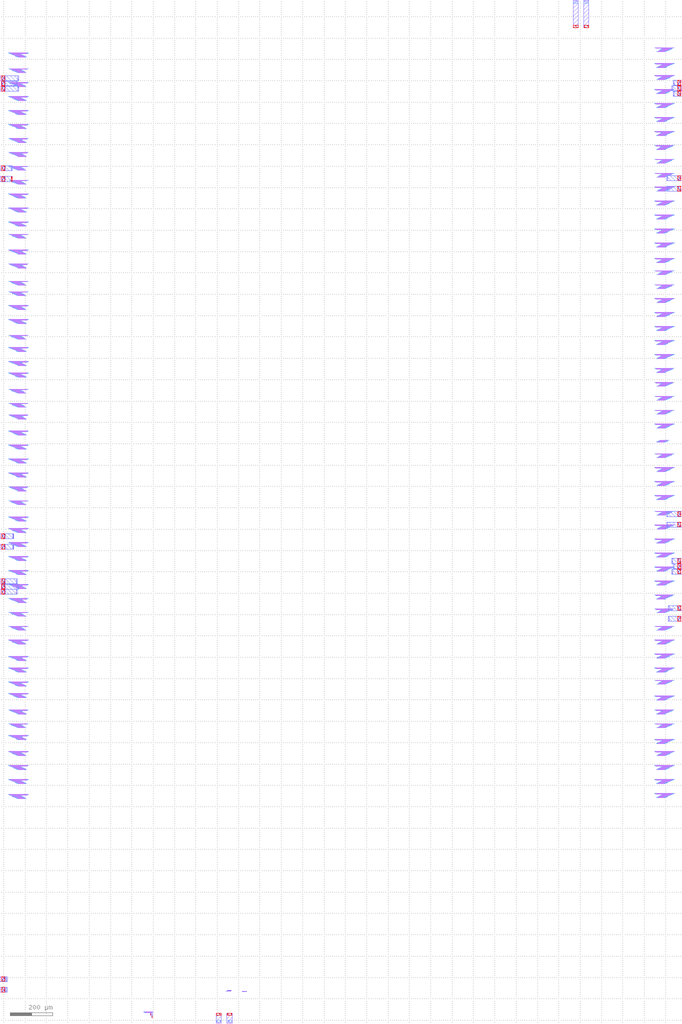
<source format=lef>
VERSION 5.7 ;
  NOWIREEXTENSIONATPIN ON ;
  DIVIDERCHAR "/" ;
  BUSBITCHARS "[]" ;
MACRO manual_power_connections
  CLASS BLOCK ;
  FOREIGN manual_power_connections ;
  ORIGIN 0.000 0.000 ;
  SIZE 0.100 BY 0.100 ;
  OBS
      LAYER met3 ;
        RECT 2666.935 4763.400 2690.965 4777.980 ;
        RECT 2716.840 4763.400 2740.870 4777.980 ;
        RECT 3048.235 4553.940 3140.235 4555.340 ;
        RECT 3053.000 4551.220 3134.300 4552.620 ;
        RECT 3081.800 4548.500 3128.300 4549.900 ;
        RECT 3077.000 4545.780 3122.300 4547.180 ;
        RECT 3072.250 4543.060 3116.300 4544.460 ;
        RECT 3067.300 4540.340 3110.300 4541.740 ;
        RECT 3062.500 4537.620 3104.300 4539.020 ;
        RECT 3057.800 4534.900 3098.300 4536.300 ;
        RECT 22.865 4529.460 114.865 4530.860 ;
        RECT 28.800 4526.740 110.100 4528.140 ;
        RECT 34.800 4524.020 81.300 4525.420 ;
        RECT 40.800 4521.300 86.100 4522.700 ;
        RECT 46.800 4518.580 90.850 4519.980 ;
        RECT 52.800 4515.860 95.800 4517.260 ;
        RECT 58.800 4513.140 100.600 4514.540 ;
        RECT 64.800 4510.420 105.300 4511.820 ;
        RECT 3048.235 4480.500 3140.235 4481.900 ;
        RECT 3053.000 4477.780 3134.300 4479.180 ;
        RECT 3081.800 4475.060 3128.300 4476.460 ;
        RECT 3077.000 4472.340 3122.300 4473.740 ;
        RECT 3072.250 4469.620 3116.300 4471.020 ;
        RECT 3067.300 4466.900 3110.300 4468.300 ;
        RECT 3062.500 4464.180 3104.300 4465.580 ;
        RECT 3057.800 4461.460 3098.300 4462.860 ;
        RECT 22.865 4456.020 114.865 4457.420 ;
        RECT 28.800 4453.300 110.100 4454.700 ;
        RECT 34.800 4450.580 81.300 4451.980 ;
        RECT 40.800 4447.860 86.100 4449.260 ;
        RECT 46.800 4445.140 90.850 4446.540 ;
        RECT 52.800 4442.420 95.800 4443.820 ;
        RECT 58.800 4439.700 100.600 4441.100 ;
        RECT 64.800 4436.980 105.300 4438.380 ;
        RECT -16.080 4400.255 5.910 4424.200 ;
        RECT 3048.235 4423.380 3140.235 4424.780 ;
        RECT 3053.000 4420.660 3134.300 4422.060 ;
        RECT 3081.800 4417.940 3128.300 4419.340 ;
        RECT 3077.000 4415.220 3122.300 4416.620 ;
        RECT 3072.250 4412.500 3116.300 4413.900 ;
        RECT 3067.300 4409.780 3110.300 4411.180 ;
        RECT 3062.500 4407.060 3104.300 4408.460 ;
        RECT 3057.800 4404.340 3098.300 4405.740 ;
        RECT -11.000 4375.600 5.910 4398.650 ;
        RECT 22.865 4390.740 114.865 4392.140 ;
        RECT 28.800 4388.020 110.100 4389.420 ;
        RECT 34.800 4385.300 81.300 4386.700 ;
        RECT 40.800 4382.580 86.100 4383.980 ;
        RECT 46.800 4379.860 90.850 4381.260 ;
        RECT 52.800 4377.140 95.800 4378.540 ;
        RECT 3156.030 4378.055 3178.020 4402.000 ;
        RECT 58.800 4374.420 100.600 4375.820 ;
        RECT -16.080 4350.055 5.910 4374.000 ;
        RECT 64.800 4371.700 105.300 4373.100 ;
        RECT 3048.235 4358.100 3140.235 4359.500 ;
        RECT 3053.000 4355.380 3134.300 4356.780 ;
        RECT 3081.800 4352.660 3128.300 4354.060 ;
        RECT 3156.030 4353.345 3176.020 4376.450 ;
        RECT 3077.000 4349.940 3122.300 4351.340 ;
        RECT 3072.250 4347.220 3116.300 4348.620 ;
        RECT 3067.300 4344.500 3110.300 4345.900 ;
        RECT 3062.500 4341.780 3104.300 4343.180 ;
        RECT 3057.800 4339.060 3098.300 4340.460 ;
        RECT 3156.030 4327.800 3178.020 4351.745 ;
        RECT 22.865 4325.460 114.865 4326.860 ;
        RECT 28.800 4322.740 110.100 4324.140 ;
        RECT 34.800 4320.020 81.300 4321.420 ;
        RECT 40.800 4317.300 86.100 4318.700 ;
        RECT 46.800 4314.580 90.850 4315.980 ;
        RECT 52.800 4311.860 95.800 4313.260 ;
        RECT 58.800 4309.140 100.600 4310.540 ;
        RECT 64.800 4306.420 105.300 4307.820 ;
        RECT 3048.235 4292.820 3140.235 4294.220 ;
        RECT 3053.000 4290.100 3134.300 4291.500 ;
        RECT 3081.800 4287.380 3128.300 4288.780 ;
        RECT 3077.000 4284.660 3122.300 4286.060 ;
        RECT 3072.250 4281.940 3116.300 4283.340 ;
        RECT 3067.300 4279.220 3110.300 4280.620 ;
        RECT 3062.500 4276.500 3104.300 4277.900 ;
        RECT 3057.800 4273.780 3098.300 4275.180 ;
        RECT 22.865 4260.180 114.865 4261.580 ;
        RECT 28.800 4257.460 110.100 4258.860 ;
        RECT 34.800 4254.740 81.300 4256.140 ;
        RECT 40.800 4252.020 86.100 4253.420 ;
        RECT 46.800 4249.300 90.850 4250.700 ;
        RECT 52.800 4246.580 95.800 4247.980 ;
        RECT 58.800 4243.860 100.600 4245.260 ;
        RECT 64.800 4241.140 105.300 4242.540 ;
        RECT 3048.235 4227.540 3140.235 4228.940 ;
        RECT 3053.000 4224.820 3134.300 4226.220 ;
        RECT 3081.800 4222.100 3128.300 4223.500 ;
        RECT 3077.000 4219.380 3122.300 4220.780 ;
        RECT 3072.250 4216.660 3116.300 4218.060 ;
        RECT 3067.300 4213.940 3110.300 4215.340 ;
        RECT 3062.500 4211.220 3104.300 4212.620 ;
        RECT 3057.800 4208.500 3098.300 4209.900 ;
        RECT 22.865 4194.900 114.865 4196.300 ;
        RECT 28.800 4192.180 110.100 4193.580 ;
        RECT 34.800 4189.460 81.300 4190.860 ;
        RECT 40.800 4186.740 86.100 4188.140 ;
        RECT 46.800 4184.020 90.850 4185.420 ;
        RECT 52.800 4181.300 95.800 4182.700 ;
        RECT 58.800 4178.580 100.600 4179.980 ;
        RECT 64.800 4175.860 105.300 4177.260 ;
        RECT 3048.235 4162.260 3140.235 4163.660 ;
        RECT 3053.000 4159.540 3134.300 4160.940 ;
        RECT 3081.800 4156.820 3128.300 4158.220 ;
        RECT 3077.000 4154.100 3122.300 4155.500 ;
        RECT 3072.250 4151.380 3116.300 4152.780 ;
        RECT 3067.300 4148.660 3110.300 4150.060 ;
        RECT 3062.500 4145.940 3104.300 4147.340 ;
        RECT 3057.800 4143.220 3098.300 4144.620 ;
        RECT 22.865 4129.620 114.865 4131.020 ;
        RECT 28.800 4126.900 110.100 4128.300 ;
        RECT 34.800 4124.180 81.300 4125.580 ;
        RECT 40.800 4121.460 86.100 4122.860 ;
        RECT 46.800 4118.740 90.850 4120.140 ;
        RECT 52.800 4116.020 95.800 4117.420 ;
        RECT 58.800 4113.300 100.600 4114.700 ;
        RECT 64.800 4110.580 105.300 4111.980 ;
        RECT 3048.235 4096.980 3140.235 4098.380 ;
        RECT 3053.000 4094.260 3134.300 4095.660 ;
        RECT 3081.800 4091.540 3128.300 4092.940 ;
        RECT 3077.000 4088.820 3122.300 4090.220 ;
        RECT 3072.250 4086.100 3116.300 4087.500 ;
        RECT 3067.300 4083.380 3110.300 4084.780 ;
        RECT 3062.500 4080.660 3104.300 4082.060 ;
        RECT 3057.800 4077.940 3098.300 4079.340 ;
        RECT 22.865 4064.340 114.865 4065.740 ;
        RECT 28.800 4061.620 110.100 4063.020 ;
        RECT 34.800 4058.900 81.300 4060.300 ;
        RECT 40.800 4056.180 86.100 4057.580 ;
        RECT 46.800 4053.460 90.850 4054.860 ;
        RECT 52.800 4050.740 95.800 4052.140 ;
        RECT 58.800 4048.020 100.600 4049.420 ;
        RECT 64.800 4045.300 105.300 4046.700 ;
        RECT 3048.235 4031.700 3140.235 4033.100 ;
        RECT 3053.000 4028.980 3134.300 4030.380 ;
        RECT 3081.800 4026.260 3128.300 4027.660 ;
        RECT 3077.000 4023.540 3122.300 4024.940 ;
        RECT 3072.250 4020.820 3116.300 4022.220 ;
        RECT 3067.300 4018.100 3110.300 4019.500 ;
        RECT 3062.500 4015.380 3104.300 4016.780 ;
        RECT 3057.800 4012.660 3098.300 4014.060 ;
        RECT -16.080 3977.845 5.910 4001.790 ;
        RECT 22.865 3999.060 114.865 4000.460 ;
        RECT 28.800 3996.340 110.100 3997.740 ;
        RECT 34.800 3993.620 81.300 3995.020 ;
        RECT 40.800 3990.900 86.100 3992.300 ;
        RECT 46.800 3988.180 90.850 3989.580 ;
        RECT 52.800 3985.460 95.800 3986.860 ;
        RECT 58.800 3982.740 100.600 3984.140 ;
        RECT 64.800 3980.020 105.300 3981.420 ;
        RECT 3048.235 3966.420 3140.235 3967.820 ;
        RECT 3053.000 3963.700 3134.300 3965.100 ;
        RECT 3081.800 3960.980 3128.300 3962.380 ;
        RECT 3077.000 3958.260 3122.300 3959.660 ;
        RECT 3072.250 3955.540 3116.300 3956.940 ;
        RECT 3067.300 3952.820 3110.300 3954.220 ;
        RECT -16.080 3927.950 5.910 3951.895 ;
        RECT 3062.500 3950.100 3104.300 3951.500 ;
        RECT 3057.800 3947.380 3098.300 3948.780 ;
        RECT 22.865 3933.780 114.865 3935.180 ;
        RECT 28.800 3931.060 110.100 3932.460 ;
        RECT 3156.030 3932.060 3178.020 3956.005 ;
        RECT 34.800 3928.340 81.300 3929.740 ;
        RECT 40.800 3925.620 86.100 3927.020 ;
        RECT 46.800 3922.900 90.850 3924.300 ;
        RECT 52.800 3920.180 95.800 3921.580 ;
        RECT 58.800 3917.460 100.600 3918.860 ;
        RECT 64.800 3914.740 105.300 3916.140 ;
        RECT 3048.235 3901.140 3140.235 3902.540 ;
        RECT 3053.000 3898.420 3134.300 3899.820 ;
        RECT 3081.800 3895.700 3128.300 3897.100 ;
        RECT 3077.000 3892.980 3122.300 3894.380 ;
        RECT 3072.250 3890.260 3116.300 3891.660 ;
        RECT 3067.300 3887.540 3110.300 3888.940 ;
        RECT 3062.500 3884.820 3104.300 3886.220 ;
        RECT 3057.800 3882.100 3098.300 3883.500 ;
        RECT 3156.030 3882.145 3178.020 3906.090 ;
        RECT 22.865 3868.500 114.865 3869.900 ;
        RECT 28.800 3865.780 110.100 3867.180 ;
        RECT 34.800 3863.060 81.300 3864.460 ;
        RECT 40.800 3860.340 86.100 3861.740 ;
        RECT 46.800 3857.620 90.850 3859.020 ;
        RECT 52.800 3854.900 95.800 3856.300 ;
        RECT 58.800 3852.180 100.600 3853.580 ;
        RECT 64.800 3849.460 105.300 3850.860 ;
        RECT 3048.235 3835.860 3140.235 3837.260 ;
        RECT 3053.000 3833.140 3134.300 3834.540 ;
        RECT 3081.800 3830.420 3128.300 3831.820 ;
        RECT 3077.000 3827.700 3122.300 3829.100 ;
        RECT 3072.250 3824.980 3116.300 3826.380 ;
        RECT 3067.300 3822.260 3110.300 3823.660 ;
        RECT 3062.500 3819.540 3104.300 3820.940 ;
        RECT 3057.800 3816.820 3098.300 3818.220 ;
        RECT 22.865 3803.220 114.865 3804.620 ;
        RECT 28.800 3800.500 110.100 3801.900 ;
        RECT 34.800 3797.780 81.300 3799.180 ;
        RECT 40.800 3795.060 86.100 3796.460 ;
        RECT 46.800 3792.340 90.850 3793.740 ;
        RECT 52.800 3789.620 95.800 3791.020 ;
        RECT 58.800 3786.900 100.600 3788.300 ;
        RECT 64.800 3784.180 105.300 3785.580 ;
        RECT 3048.235 3770.580 3140.235 3771.980 ;
        RECT 3053.000 3767.860 3134.300 3769.260 ;
        RECT 3081.800 3765.140 3128.300 3766.540 ;
        RECT 3077.000 3762.420 3122.300 3763.820 ;
        RECT 3072.250 3759.700 3116.300 3761.100 ;
        RECT 3067.300 3756.980 3110.300 3758.380 ;
        RECT 3062.500 3754.260 3104.300 3755.660 ;
        RECT 3057.800 3751.540 3098.300 3752.940 ;
        RECT 22.865 3737.940 114.865 3739.340 ;
        RECT 28.800 3735.220 110.100 3736.620 ;
        RECT 34.800 3732.500 81.300 3733.900 ;
        RECT 40.800 3729.780 86.100 3731.180 ;
        RECT 46.800 3727.060 90.850 3728.460 ;
        RECT 52.800 3724.340 95.800 3725.740 ;
        RECT 58.800 3721.620 100.600 3723.020 ;
        RECT 64.800 3718.900 105.300 3720.300 ;
        RECT 3048.235 3705.300 3140.235 3706.700 ;
        RECT 3053.000 3702.580 3134.300 3703.980 ;
        RECT 3081.800 3699.860 3128.300 3701.260 ;
        RECT 3077.000 3697.140 3122.300 3698.540 ;
        RECT 3072.250 3694.420 3116.300 3695.820 ;
        RECT 3067.300 3691.700 3110.300 3693.100 ;
        RECT 3062.500 3688.980 3104.300 3690.380 ;
        RECT 3057.800 3686.260 3098.300 3687.660 ;
        RECT 22.865 3680.820 114.865 3682.220 ;
        RECT 28.800 3678.100 110.100 3679.500 ;
        RECT 34.800 3675.380 81.300 3676.780 ;
        RECT 40.800 3672.660 86.100 3674.060 ;
        RECT 46.800 3669.940 90.850 3671.340 ;
        RECT 52.800 3667.220 95.800 3668.620 ;
        RECT 58.800 3664.500 100.600 3665.900 ;
        RECT 64.800 3661.780 105.300 3663.180 ;
        RECT 3048.235 3640.020 3140.235 3641.420 ;
        RECT 3053.000 3637.300 3134.300 3638.700 ;
        RECT 3081.800 3634.580 3128.300 3635.980 ;
        RECT 3077.000 3631.860 3122.300 3633.260 ;
        RECT 3072.250 3629.140 3116.300 3630.540 ;
        RECT 3067.300 3626.420 3110.300 3627.820 ;
        RECT 3062.500 3623.700 3104.300 3625.100 ;
        RECT 3057.800 3620.980 3098.300 3622.380 ;
        RECT 22.865 3607.380 114.865 3608.780 ;
        RECT 28.800 3604.660 110.100 3606.060 ;
        RECT 34.800 3601.940 81.300 3603.340 ;
        RECT 40.800 3599.220 86.100 3600.620 ;
        RECT 46.800 3596.500 90.850 3597.900 ;
        RECT 52.800 3593.780 95.800 3595.180 ;
        RECT 58.800 3591.060 100.600 3592.460 ;
        RECT 64.800 3588.340 105.300 3589.740 ;
        RECT 3048.235 3566.580 3140.235 3567.980 ;
        RECT 3053.000 3563.860 3134.300 3565.260 ;
        RECT 3081.800 3561.140 3128.300 3562.540 ;
        RECT 3077.000 3558.420 3122.300 3559.820 ;
        RECT 3072.250 3555.700 3116.300 3557.100 ;
        RECT 3067.300 3552.980 3110.300 3554.380 ;
        RECT 3062.500 3550.260 3104.300 3551.660 ;
        RECT 3057.800 3547.540 3098.300 3548.940 ;
        RECT 22.865 3542.100 114.865 3543.500 ;
        RECT 28.800 3539.380 110.100 3540.780 ;
        RECT 34.800 3536.660 81.300 3538.060 ;
        RECT 40.800 3533.940 86.100 3535.340 ;
        RECT 46.800 3531.220 90.850 3532.620 ;
        RECT 52.800 3528.500 95.800 3529.900 ;
        RECT 58.800 3525.780 100.600 3527.180 ;
        RECT 64.800 3523.060 105.300 3524.460 ;
        RECT 3048.235 3509.460 3140.235 3510.860 ;
        RECT 3053.000 3506.740 3134.300 3508.140 ;
        RECT 3081.800 3504.020 3128.300 3505.420 ;
        RECT 3077.000 3501.300 3122.300 3502.700 ;
        RECT 3072.250 3498.580 3116.300 3499.980 ;
        RECT 3067.300 3495.860 3110.300 3497.260 ;
        RECT 3062.500 3493.140 3104.300 3494.540 ;
        RECT 3057.800 3490.420 3098.300 3491.820 ;
        RECT 22.865 3460.500 114.865 3461.900 ;
        RECT 28.800 3457.780 110.100 3459.180 ;
        RECT 34.800 3455.060 81.300 3456.460 ;
        RECT 40.800 3452.340 86.100 3453.740 ;
        RECT 46.800 3449.620 90.850 3451.020 ;
        RECT 52.800 3446.900 95.800 3448.300 ;
        RECT 58.800 3444.180 100.600 3445.580 ;
        RECT 3048.235 3444.180 3140.235 3445.580 ;
        RECT 64.800 3441.460 105.300 3442.860 ;
        RECT 3053.000 3441.460 3134.300 3442.860 ;
        RECT 3081.800 3438.740 3128.300 3440.140 ;
        RECT 3077.000 3436.020 3122.300 3437.420 ;
        RECT 3072.250 3433.300 3116.300 3434.700 ;
        RECT 3067.300 3430.580 3110.300 3431.980 ;
        RECT 3062.500 3427.860 3104.300 3429.260 ;
        RECT 3057.800 3425.140 3098.300 3426.540 ;
        RECT 22.865 3411.540 114.865 3412.940 ;
        RECT 28.800 3408.820 110.100 3410.220 ;
        RECT 34.800 3406.100 81.300 3407.500 ;
        RECT 40.800 3403.380 86.100 3404.780 ;
        RECT 46.800 3400.660 90.850 3402.060 ;
        RECT 52.800 3397.940 95.800 3399.340 ;
        RECT 58.800 3395.220 100.600 3396.620 ;
        RECT 64.800 3392.500 105.300 3393.900 ;
        RECT 3048.235 3378.900 3140.235 3380.300 ;
        RECT 3053.000 3376.180 3134.300 3377.580 ;
        RECT 3081.800 3373.460 3128.300 3374.860 ;
        RECT 3077.000 3370.740 3122.300 3372.140 ;
        RECT 3072.250 3368.020 3116.300 3369.420 ;
        RECT 3067.300 3365.300 3110.300 3366.700 ;
        RECT 3062.500 3362.580 3104.300 3363.980 ;
        RECT 3057.800 3359.860 3098.300 3361.260 ;
        RECT 22.865 3346.260 114.865 3347.660 ;
        RECT 28.800 3343.540 110.100 3344.940 ;
        RECT 34.800 3340.820 81.300 3342.220 ;
        RECT 40.800 3338.100 86.100 3339.500 ;
        RECT 46.800 3335.380 90.850 3336.780 ;
        RECT 52.800 3332.660 95.800 3334.060 ;
        RECT 58.800 3329.940 100.600 3331.340 ;
        RECT 64.800 3327.220 105.300 3328.620 ;
        RECT 3048.235 3313.620 3140.235 3315.020 ;
        RECT 3053.000 3310.900 3134.300 3312.300 ;
        RECT 3081.800 3308.180 3128.300 3309.580 ;
        RECT 3077.000 3305.460 3122.300 3306.860 ;
        RECT 3072.250 3302.740 3116.300 3304.140 ;
        RECT 3067.300 3300.020 3110.300 3301.420 ;
        RECT 3062.500 3297.300 3104.300 3298.700 ;
        RECT 3057.800 3294.580 3098.300 3295.980 ;
        RECT 22.865 3280.980 114.865 3282.380 ;
        RECT 28.800 3278.260 110.100 3279.660 ;
        RECT 34.800 3275.540 81.300 3276.940 ;
        RECT 40.800 3272.820 86.100 3274.220 ;
        RECT 46.800 3270.100 90.850 3271.500 ;
        RECT 52.800 3267.380 95.800 3268.780 ;
        RECT 58.800 3264.660 100.600 3266.060 ;
        RECT 64.800 3261.940 105.300 3263.340 ;
        RECT 3048.235 3248.340 3140.235 3249.740 ;
        RECT 3053.000 3245.620 3134.300 3247.020 ;
        RECT 3081.800 3242.900 3128.300 3244.300 ;
        RECT 3077.000 3240.180 3122.300 3241.580 ;
        RECT 3072.250 3237.460 3116.300 3238.860 ;
        RECT 3067.300 3234.740 3110.300 3236.140 ;
        RECT 3062.500 3232.020 3104.300 3233.420 ;
        RECT 3057.800 3229.300 3098.300 3230.700 ;
        RECT 22.865 3207.540 114.865 3208.940 ;
        RECT 28.800 3204.820 110.100 3206.220 ;
        RECT 34.800 3202.100 81.300 3203.500 ;
        RECT 40.800 3199.380 86.100 3200.780 ;
        RECT 46.800 3196.660 90.850 3198.060 ;
        RECT 52.800 3193.940 95.800 3195.340 ;
        RECT 58.800 3191.220 100.600 3192.620 ;
        RECT 64.800 3188.500 105.300 3189.900 ;
        RECT 3048.235 3183.060 3140.235 3184.460 ;
        RECT 3053.000 3180.340 3134.300 3181.740 ;
        RECT 3081.800 3177.620 3128.300 3179.020 ;
        RECT 3077.000 3174.900 3122.300 3176.300 ;
        RECT 3072.250 3172.180 3116.300 3173.580 ;
        RECT 3067.300 3169.460 3110.300 3170.860 ;
        RECT 3062.500 3166.740 3104.300 3168.140 ;
        RECT 3057.800 3164.020 3098.300 3165.420 ;
        RECT 22.865 3150.420 114.865 3151.820 ;
        RECT 28.800 3147.700 110.100 3149.100 ;
        RECT 34.800 3144.980 81.300 3146.380 ;
        RECT 40.800 3142.260 86.100 3143.660 ;
        RECT 46.800 3139.540 90.850 3140.940 ;
        RECT 52.800 3136.820 95.800 3138.220 ;
        RECT 58.800 3134.100 100.600 3135.500 ;
        RECT 64.800 3131.380 105.300 3132.780 ;
        RECT 3048.235 3117.780 3140.235 3119.180 ;
        RECT 3053.000 3115.060 3134.300 3116.460 ;
        RECT 3081.800 3112.340 3128.300 3113.740 ;
        RECT 3077.000 3109.620 3122.300 3111.020 ;
        RECT 3072.250 3106.900 3116.300 3108.300 ;
        RECT 3067.300 3104.180 3110.300 3105.580 ;
        RECT 3062.500 3101.460 3104.300 3102.860 ;
        RECT 3057.800 3098.740 3098.300 3100.140 ;
        RECT 22.865 3085.140 114.865 3086.540 ;
        RECT 28.800 3082.420 110.100 3083.820 ;
        RECT 34.800 3079.700 81.300 3081.100 ;
        RECT 40.800 3076.980 86.100 3078.380 ;
        RECT 46.800 3074.260 90.850 3075.660 ;
        RECT 52.800 3071.540 95.800 3072.940 ;
        RECT 58.800 3068.820 100.600 3070.220 ;
        RECT 64.800 3066.100 105.300 3067.500 ;
        RECT 3048.235 3052.500 3140.235 3053.900 ;
        RECT 3053.000 3049.780 3134.300 3051.180 ;
        RECT 3081.800 3047.060 3128.300 3048.460 ;
        RECT 3077.000 3044.340 3122.300 3045.740 ;
        RECT 3072.250 3041.620 3116.300 3043.020 ;
        RECT 3067.300 3038.900 3110.300 3040.300 ;
        RECT 3062.500 3036.180 3104.300 3037.580 ;
        RECT 3057.800 3033.460 3098.300 3034.860 ;
        RECT 22.865 3030.740 114.865 3032.140 ;
        RECT 28.800 3028.020 110.100 3029.420 ;
        RECT 34.800 3025.300 81.300 3026.700 ;
        RECT 40.800 3022.580 86.100 3023.980 ;
        RECT 46.800 3019.860 90.850 3021.260 ;
        RECT 52.800 3017.140 95.800 3018.540 ;
        RECT 58.800 3014.420 100.600 3015.820 ;
        RECT 64.800 3011.700 105.300 3013.100 ;
        RECT 3048.235 2987.220 3140.235 2988.620 ;
        RECT 3053.000 2984.500 3134.300 2985.900 ;
        RECT 3081.800 2981.780 3128.300 2983.180 ;
        RECT 3077.000 2979.060 3122.300 2980.460 ;
        RECT 3072.250 2976.340 3116.300 2977.740 ;
        RECT 3067.300 2973.620 3110.300 2975.020 ;
        RECT 3062.500 2970.900 3104.300 2972.300 ;
        RECT 3057.800 2968.180 3098.300 2969.580 ;
        RECT 22.865 2954.580 114.865 2955.980 ;
        RECT 28.800 2951.860 110.100 2953.260 ;
        RECT 34.800 2949.140 81.300 2950.540 ;
        RECT 40.800 2946.420 86.100 2947.820 ;
        RECT 46.800 2943.700 90.850 2945.100 ;
        RECT 52.800 2940.980 95.800 2942.380 ;
        RECT 58.800 2938.260 100.600 2939.660 ;
        RECT 64.800 2935.540 105.300 2936.940 ;
        RECT 3048.235 2921.940 3140.235 2923.340 ;
        RECT 3053.000 2919.220 3134.300 2920.620 ;
        RECT 3081.800 2916.500 3128.300 2917.900 ;
        RECT 3077.000 2913.780 3122.300 2915.180 ;
        RECT 3072.250 2911.060 3116.300 2912.460 ;
        RECT 3067.300 2908.340 3110.300 2909.740 ;
        RECT 3062.500 2905.620 3104.300 2907.020 ;
        RECT 3057.800 2902.900 3098.300 2904.300 ;
        RECT 22.865 2889.300 114.865 2890.700 ;
        RECT 28.800 2886.580 110.100 2887.980 ;
        RECT 34.800 2883.860 81.300 2885.260 ;
        RECT 40.800 2881.140 86.100 2882.540 ;
        RECT 46.800 2878.420 90.850 2879.820 ;
        RECT 52.800 2875.700 95.800 2877.100 ;
        RECT 58.800 2872.980 100.600 2874.380 ;
        RECT 64.800 2870.260 105.300 2871.660 ;
        RECT 3048.235 2856.660 3140.235 2858.060 ;
        RECT 3053.000 2853.940 3134.300 2855.340 ;
        RECT 3081.800 2851.220 3128.300 2852.620 ;
        RECT 3077.000 2848.500 3122.300 2849.900 ;
        RECT 3072.250 2845.780 3116.300 2847.180 ;
        RECT 3067.300 2843.060 3110.300 2844.460 ;
        RECT 3062.500 2840.340 3104.300 2841.740 ;
        RECT 3057.800 2837.620 3098.300 2839.020 ;
        RECT 22.865 2834.900 114.865 2836.300 ;
        RECT 28.800 2832.180 110.100 2833.580 ;
        RECT 34.800 2829.460 81.300 2830.860 ;
        RECT 40.800 2826.740 86.100 2828.140 ;
        RECT 46.800 2824.020 90.850 2825.420 ;
        RECT 52.800 2821.300 95.800 2822.700 ;
        RECT 58.800 2818.580 100.600 2819.980 ;
        RECT 64.800 2815.860 105.300 2817.260 ;
        RECT 3048.235 2791.380 3140.235 2792.780 ;
        RECT 3053.000 2788.660 3134.300 2790.060 ;
        RECT 3081.800 2785.940 3128.300 2787.340 ;
        RECT 3077.000 2783.220 3122.300 2784.620 ;
        RECT 3072.250 2780.500 3116.300 2781.900 ;
        RECT 3067.300 2777.780 3110.300 2779.180 ;
        RECT 3062.500 2775.060 3104.300 2776.460 ;
        RECT 3057.800 2772.340 3098.300 2773.740 ;
        RECT 22.865 2758.740 114.865 2760.140 ;
        RECT 28.800 2756.020 110.100 2757.420 ;
        RECT 34.800 2753.300 81.300 2754.700 ;
        RECT 40.800 2750.580 86.100 2751.980 ;
        RECT 46.800 2747.860 90.850 2749.260 ;
        RECT 52.800 2745.140 95.800 2746.540 ;
        RECT 58.800 2742.420 100.600 2743.820 ;
        RECT 64.800 2739.700 105.300 2741.100 ;
        RECT 3072.250 2715.220 3116.300 2716.620 ;
        RECT 3067.300 2712.500 3110.300 2713.900 ;
        RECT 3062.500 2709.780 3104.300 2711.180 ;
        RECT 3057.800 2707.060 3098.300 2708.460 ;
        RECT 22.865 2693.460 114.865 2694.860 ;
        RECT 28.800 2690.740 110.100 2692.140 ;
        RECT 34.800 2688.020 81.300 2689.420 ;
        RECT 40.800 2685.300 86.100 2686.700 ;
        RECT 46.800 2682.580 90.850 2683.980 ;
        RECT 52.800 2679.860 95.800 2681.260 ;
        RECT 58.800 2677.140 100.600 2678.540 ;
        RECT 64.800 2674.420 105.300 2675.820 ;
        RECT 3048.235 2652.660 3140.235 2654.060 ;
        RECT 3053.000 2649.940 3134.300 2651.340 ;
        RECT 3081.800 2647.220 3128.300 2648.620 ;
        RECT 3077.000 2644.500 3122.300 2645.900 ;
        RECT 3072.250 2641.780 3116.300 2643.180 ;
        RECT 3067.300 2639.060 3110.300 2640.460 ;
        RECT 3062.500 2636.340 3104.300 2637.740 ;
        RECT 3057.800 2633.620 3098.300 2635.020 ;
        RECT 22.865 2628.180 114.865 2629.580 ;
        RECT 28.800 2625.460 110.100 2626.860 ;
        RECT 34.800 2622.740 81.300 2624.140 ;
        RECT 40.800 2620.020 86.100 2621.420 ;
        RECT 46.800 2617.300 90.850 2618.700 ;
        RECT 52.800 2614.580 95.800 2615.980 ;
        RECT 58.800 2611.860 100.600 2613.260 ;
        RECT 64.800 2609.140 105.300 2610.540 ;
        RECT 3048.235 2587.380 3140.235 2588.780 ;
        RECT 3053.000 2584.660 3134.300 2586.060 ;
        RECT 3081.800 2581.940 3128.300 2583.340 ;
        RECT 3077.000 2579.220 3122.300 2580.620 ;
        RECT 3072.250 2576.500 3116.300 2577.900 ;
        RECT 3067.300 2573.780 3110.300 2575.180 ;
        RECT 3062.500 2571.060 3104.300 2572.460 ;
        RECT 3057.800 2568.340 3098.300 2569.740 ;
        RECT 22.865 2562.900 114.865 2564.300 ;
        RECT 28.800 2560.180 110.100 2561.580 ;
        RECT 34.800 2557.460 81.300 2558.860 ;
        RECT 40.800 2554.740 86.100 2556.140 ;
        RECT 46.800 2552.020 90.850 2553.420 ;
        RECT 52.800 2549.300 95.800 2550.700 ;
        RECT 58.800 2546.580 100.600 2547.980 ;
        RECT 64.800 2543.860 105.300 2545.260 ;
        RECT 3048.235 2522.100 3140.235 2523.500 ;
        RECT 3053.000 2519.380 3134.300 2520.780 ;
        RECT 3081.800 2516.660 3128.300 2518.060 ;
        RECT 3077.000 2513.940 3122.300 2515.340 ;
        RECT 3072.250 2511.220 3116.300 2512.620 ;
        RECT 3067.300 2508.500 3110.300 2509.900 ;
        RECT 3062.500 2505.780 3104.300 2507.180 ;
        RECT 3057.800 2503.060 3098.300 2504.460 ;
        RECT 22.865 2497.620 114.865 2499.020 ;
        RECT 28.800 2494.900 110.100 2496.300 ;
        RECT 34.800 2492.180 81.300 2493.580 ;
        RECT 40.800 2489.460 86.100 2490.860 ;
        RECT 46.800 2486.740 90.850 2488.140 ;
        RECT 52.800 2484.020 95.800 2485.420 ;
        RECT 58.800 2481.300 100.600 2482.700 ;
        RECT 64.800 2478.580 105.300 2479.980 ;
        RECT 3048.235 2456.820 3140.235 2458.220 ;
        RECT 3053.000 2454.100 3134.300 2455.500 ;
        RECT 3081.800 2451.380 3128.300 2452.780 ;
        RECT 3077.000 2448.660 3122.300 2450.060 ;
        RECT 3072.250 2445.940 3116.300 2447.340 ;
        RECT 3067.300 2443.220 3110.300 2444.620 ;
        RECT 3062.500 2440.500 3104.300 2441.900 ;
        RECT 3057.800 2437.780 3098.300 2439.180 ;
        RECT 22.865 2432.340 114.865 2433.740 ;
        RECT 28.800 2429.620 110.100 2431.020 ;
        RECT 34.800 2426.900 81.300 2428.300 ;
        RECT 40.800 2424.180 86.100 2425.580 ;
        RECT 46.800 2421.460 90.850 2422.860 ;
        RECT 52.800 2418.740 95.800 2420.140 ;
        RECT 58.800 2416.020 100.600 2417.420 ;
        RECT 64.800 2413.300 105.300 2414.700 ;
        RECT 3048.235 2383.380 3140.235 2384.780 ;
        RECT 3053.000 2380.660 3134.300 2382.060 ;
        RECT 3081.800 2377.940 3128.300 2379.340 ;
        RECT 3077.000 2375.220 3122.300 2376.620 ;
        RECT 3072.250 2372.500 3116.300 2373.900 ;
        RECT 3067.300 2369.780 3110.300 2371.180 ;
        RECT 3062.500 2367.060 3104.300 2368.460 ;
        RECT 3057.800 2364.340 3098.300 2365.740 ;
        RECT 3156.030 2359.060 3178.020 2383.005 ;
        RECT 22.865 2356.180 114.865 2357.580 ;
        RECT 28.800 2353.460 110.100 2354.860 ;
        RECT 34.800 2350.740 81.300 2352.140 ;
        RECT 40.800 2348.020 86.100 2349.420 ;
        RECT 46.800 2345.300 90.850 2346.700 ;
        RECT 52.800 2342.580 95.800 2343.980 ;
        RECT 58.800 2339.860 100.600 2341.260 ;
        RECT 64.800 2337.140 105.300 2338.540 ;
        RECT 3048.235 2318.100 3140.235 2319.500 ;
        RECT 3053.000 2315.380 3134.300 2316.780 ;
        RECT 3081.800 2312.660 3128.300 2314.060 ;
        RECT 3077.000 2309.940 3122.300 2311.340 ;
        RECT 3156.030 2309.145 3178.020 2333.090 ;
        RECT 3072.250 2307.220 3116.300 2308.620 ;
        RECT 3067.300 2304.500 3110.300 2305.900 ;
        RECT 22.865 2301.780 114.865 2303.180 ;
        RECT 3062.500 2301.780 3104.300 2303.180 ;
        RECT 28.800 2299.060 110.100 2300.460 ;
        RECT 3057.800 2299.060 3098.300 2300.460 ;
        RECT 34.800 2296.340 81.300 2297.740 ;
        RECT 40.800 2293.620 86.100 2295.020 ;
        RECT 46.800 2290.900 90.850 2292.300 ;
        RECT 52.800 2288.180 95.800 2289.580 ;
        RECT 58.800 2285.460 100.600 2286.860 ;
        RECT 64.800 2282.740 105.300 2284.140 ;
        RECT -16.080 2254.845 5.910 2278.790 ;
        RECT 3048.235 2252.820 3140.235 2254.220 ;
        RECT 3053.000 2250.100 3134.300 2251.500 ;
        RECT 3081.800 2247.380 3128.300 2248.780 ;
        RECT 3077.000 2244.660 3122.300 2246.060 ;
        RECT 3072.250 2241.940 3116.300 2243.340 ;
        RECT 3067.300 2239.220 3110.300 2240.620 ;
        RECT 22.865 2236.500 114.865 2237.900 ;
        RECT 3062.500 2236.500 3104.300 2237.900 ;
        RECT 28.800 2233.780 110.100 2235.180 ;
        RECT 3057.800 2233.780 3098.300 2235.180 ;
        RECT 34.800 2231.060 81.300 2232.460 ;
        RECT -16.080 2204.950 5.910 2228.895 ;
        RECT 40.800 2228.340 86.100 2229.740 ;
        RECT 46.800 2225.620 90.850 2227.020 ;
        RECT 52.800 2222.900 95.800 2224.300 ;
        RECT 58.800 2220.180 100.600 2221.580 ;
        RECT 64.800 2217.460 105.300 2218.860 ;
        RECT 3048.235 2187.540 3140.235 2188.940 ;
        RECT 3053.000 2184.820 3134.300 2186.220 ;
        RECT 3081.800 2182.100 3128.300 2183.500 ;
        RECT 3077.000 2179.380 3122.300 2180.780 ;
        RECT 3072.250 2176.660 3116.300 2178.060 ;
        RECT 3067.300 2173.940 3110.300 2175.340 ;
        RECT 22.865 2171.220 114.865 2172.620 ;
        RECT 3062.500 2171.220 3104.300 2172.620 ;
        RECT 28.800 2168.500 110.100 2169.900 ;
        RECT 3057.800 2168.500 3098.300 2169.900 ;
        RECT 34.800 2165.780 81.300 2167.180 ;
        RECT 40.800 2163.060 86.100 2164.460 ;
        RECT 46.800 2160.340 90.850 2161.740 ;
        RECT 52.800 2157.620 95.800 2159.020 ;
        RECT 58.800 2154.900 100.600 2156.300 ;
        RECT 64.800 2152.180 105.300 2153.580 ;
        RECT 3156.030 2139.055 3178.020 2163.000 ;
        RECT 3048.235 2122.260 3140.235 2123.660 ;
        RECT 3053.000 2119.540 3134.300 2120.940 ;
        RECT 3081.800 2116.820 3128.300 2118.220 ;
        RECT 3077.000 2114.100 3122.300 2115.500 ;
        RECT 3156.030 2114.345 3176.020 2137.450 ;
        RECT 3072.250 2111.380 3116.300 2112.780 ;
        RECT 3067.300 2108.660 3110.300 2110.060 ;
        RECT 22.865 2105.940 114.865 2107.340 ;
        RECT 3062.500 2105.940 3104.300 2107.340 ;
        RECT 28.800 2103.220 110.100 2104.620 ;
        RECT 3057.800 2103.220 3098.300 2104.620 ;
        RECT 34.800 2100.500 81.300 2101.900 ;
        RECT 40.800 2097.780 86.100 2099.180 ;
        RECT 46.800 2095.060 90.850 2096.460 ;
        RECT 52.800 2092.340 95.800 2093.740 ;
        RECT 58.800 2089.620 100.600 2091.020 ;
        RECT 3156.030 2088.800 3178.020 2112.745 ;
        RECT 64.800 2086.900 105.300 2088.300 ;
        RECT -16.080 2044.255 5.910 2068.200 ;
        RECT 3048.235 2056.980 3140.235 2058.380 ;
        RECT 3053.000 2054.260 3134.300 2055.660 ;
        RECT 3081.800 2051.540 3128.300 2052.940 ;
        RECT 3077.000 2048.820 3122.300 2050.220 ;
        RECT 3072.250 2046.100 3116.300 2047.500 ;
        RECT 3067.300 2043.380 3110.300 2044.780 ;
        RECT -11.080 2019.600 5.910 2042.650 ;
        RECT 22.865 2040.660 114.865 2042.060 ;
        RECT 3062.500 2040.660 3104.300 2042.060 ;
        RECT 28.800 2037.940 110.100 2039.340 ;
        RECT 3057.800 2037.940 3098.300 2039.340 ;
        RECT 34.800 2035.220 81.300 2036.620 ;
        RECT 40.800 2032.500 86.100 2033.900 ;
        RECT 46.800 2029.780 90.850 2031.180 ;
        RECT 52.800 2027.060 95.800 2028.460 ;
        RECT 58.800 2024.340 100.600 2025.740 ;
        RECT 64.800 2021.620 105.300 2023.020 ;
        RECT -16.080 1994.055 5.910 2018.000 ;
        RECT 3048.235 1991.700 3140.235 1993.100 ;
        RECT 3053.000 1988.980 3134.300 1990.380 ;
        RECT 3081.800 1986.260 3128.300 1987.660 ;
        RECT 3077.000 1983.540 3122.300 1984.940 ;
        RECT 3072.250 1980.820 3116.300 1982.220 ;
        RECT 3067.300 1978.100 3110.300 1979.500 ;
        RECT 22.865 1975.380 114.865 1976.780 ;
        RECT 3062.500 1975.380 3104.300 1976.780 ;
        RECT 28.800 1972.660 110.100 1974.060 ;
        RECT 3057.800 1972.660 3098.300 1974.060 ;
        RECT 34.800 1969.940 81.300 1971.340 ;
        RECT 40.800 1967.220 86.100 1968.620 ;
        RECT 46.800 1964.500 90.850 1965.900 ;
        RECT 52.800 1961.780 95.800 1963.180 ;
        RECT 58.800 1959.060 100.600 1960.460 ;
        RECT 64.800 1956.340 105.300 1957.740 ;
        RECT 3048.235 1926.420 3140.235 1927.820 ;
        RECT 3053.000 1923.700 3134.300 1925.100 ;
        RECT 3081.800 1920.980 3128.300 1922.380 ;
        RECT 3077.000 1918.260 3122.300 1919.660 ;
        RECT 3156.030 1918.100 3178.020 1942.045 ;
        RECT 3072.250 1915.540 3116.300 1916.940 ;
        RECT 3067.300 1912.820 3110.300 1914.220 ;
        RECT 22.865 1910.100 114.865 1911.500 ;
        RECT 3062.500 1910.100 3104.300 1911.500 ;
        RECT 28.800 1907.380 110.100 1908.780 ;
        RECT 3057.800 1907.380 3098.300 1908.780 ;
        RECT 34.800 1904.660 81.300 1906.060 ;
        RECT 40.800 1901.940 86.100 1903.340 ;
        RECT 46.800 1899.220 90.850 1900.620 ;
        RECT 52.800 1896.500 95.800 1897.900 ;
        RECT 58.800 1893.780 100.600 1895.180 ;
        RECT 64.800 1891.060 105.300 1892.460 ;
        RECT 3156.030 1868.185 3178.020 1892.130 ;
        RECT 22.865 1844.820 114.865 1846.220 ;
        RECT 3048.235 1844.820 3140.235 1846.220 ;
        RECT 28.800 1842.100 110.100 1843.500 ;
        RECT 3053.000 1842.100 3134.300 1843.500 ;
        RECT 34.800 1839.380 81.300 1840.780 ;
        RECT 3081.800 1839.380 3128.300 1840.780 ;
        RECT 40.800 1836.660 86.100 1838.060 ;
        RECT 3077.000 1836.660 3122.300 1838.060 ;
        RECT 46.800 1833.940 90.850 1835.340 ;
        RECT 3072.250 1833.940 3116.300 1835.340 ;
        RECT 52.800 1831.220 95.800 1832.620 ;
        RECT 3067.300 1831.220 3110.300 1832.620 ;
        RECT 58.800 1828.500 100.600 1829.900 ;
        RECT 3062.500 1828.500 3104.300 1829.900 ;
        RECT 64.800 1825.780 105.300 1827.180 ;
        RECT 3057.800 1825.780 3098.300 1827.180 ;
        RECT 22.865 1779.540 114.865 1780.940 ;
        RECT 3048.235 1779.540 3140.235 1780.940 ;
        RECT 28.800 1776.820 110.100 1778.220 ;
        RECT 3053.000 1776.820 3134.300 1778.220 ;
        RECT 34.800 1774.100 81.300 1775.500 ;
        RECT 3081.800 1774.100 3128.300 1775.500 ;
        RECT 40.800 1771.380 86.100 1772.780 ;
        RECT 3077.000 1771.380 3122.300 1772.780 ;
        RECT 46.800 1768.660 90.850 1770.060 ;
        RECT 3072.250 1768.660 3116.300 1770.060 ;
        RECT 52.800 1765.940 95.800 1767.340 ;
        RECT 3067.300 1765.940 3110.300 1767.340 ;
        RECT 58.800 1763.220 100.600 1764.620 ;
        RECT 3062.500 1763.220 3104.300 1764.620 ;
        RECT 64.800 1760.500 105.300 1761.900 ;
        RECT 3057.800 1760.500 3098.300 1761.900 ;
        RECT 3048.235 1714.260 3140.235 1715.660 ;
        RECT 3053.000 1711.540 3134.300 1712.940 ;
        RECT 3081.800 1708.820 3128.300 1710.220 ;
        RECT 3077.000 1706.100 3122.300 1707.500 ;
        RECT 22.865 1703.380 114.865 1704.780 ;
        RECT 3072.250 1703.380 3116.300 1704.780 ;
        RECT 28.800 1700.660 110.100 1702.060 ;
        RECT 3067.300 1700.660 3110.300 1702.060 ;
        RECT 34.800 1697.940 81.300 1699.340 ;
        RECT 3062.500 1697.940 3104.300 1699.340 ;
        RECT 40.800 1695.220 86.100 1696.620 ;
        RECT 3057.800 1695.220 3098.300 1696.620 ;
        RECT 46.800 1692.500 90.850 1693.900 ;
        RECT 52.800 1689.780 95.800 1691.180 ;
        RECT 58.800 1687.060 100.600 1688.460 ;
        RECT 64.800 1684.340 105.300 1685.740 ;
        RECT 22.865 1648.980 114.865 1650.380 ;
        RECT 3048.235 1648.980 3140.235 1650.380 ;
        RECT 28.800 1646.260 110.100 1647.660 ;
        RECT 3053.000 1646.260 3134.300 1647.660 ;
        RECT 34.800 1643.540 81.300 1644.940 ;
        RECT 3081.800 1643.540 3128.300 1644.940 ;
        RECT 40.800 1640.820 86.100 1642.220 ;
        RECT 3077.000 1640.820 3122.300 1642.220 ;
        RECT 46.800 1638.100 90.850 1639.500 ;
        RECT 3072.250 1638.100 3116.300 1639.500 ;
        RECT 52.800 1635.380 95.800 1636.780 ;
        RECT 3067.300 1635.380 3110.300 1636.780 ;
        RECT 58.800 1632.660 100.600 1634.060 ;
        RECT 3062.500 1632.660 3104.300 1634.060 ;
        RECT 64.800 1629.940 105.300 1631.340 ;
        RECT 3057.800 1629.940 3098.300 1631.340 ;
        RECT 3048.235 1591.860 3140.235 1593.260 ;
        RECT 3053.000 1589.140 3134.300 1590.540 ;
        RECT 3081.800 1586.420 3128.300 1587.820 ;
        RECT 22.865 1583.700 114.865 1585.100 ;
        RECT 3077.000 1583.700 3122.300 1585.100 ;
        RECT 28.800 1580.980 110.100 1582.380 ;
        RECT 3072.250 1580.980 3116.300 1582.380 ;
        RECT 34.800 1578.260 81.300 1579.660 ;
        RECT 3067.300 1578.260 3110.300 1579.660 ;
        RECT 40.800 1575.540 86.100 1576.940 ;
        RECT 3062.500 1575.540 3104.300 1576.940 ;
        RECT 46.800 1572.820 90.850 1574.220 ;
        RECT 3057.800 1572.820 3098.300 1574.220 ;
        RECT 52.800 1570.100 95.800 1571.500 ;
        RECT 58.800 1567.380 100.600 1568.780 ;
        RECT 64.800 1564.660 105.300 1566.060 ;
        RECT 22.865 1529.300 114.865 1530.700 ;
        RECT 28.800 1526.580 110.100 1527.980 ;
        RECT 34.800 1523.860 81.300 1525.260 ;
        RECT 40.800 1521.140 86.100 1522.540 ;
        RECT 46.800 1518.420 90.850 1519.820 ;
        RECT 3048.235 1518.420 3140.235 1519.820 ;
        RECT 52.800 1515.700 95.800 1517.100 ;
        RECT 3053.000 1515.700 3134.300 1517.100 ;
        RECT 58.800 1512.980 100.600 1514.380 ;
        RECT 3081.800 1512.980 3128.300 1514.380 ;
        RECT 64.800 1510.260 105.300 1511.660 ;
        RECT 3077.000 1510.260 3122.300 1511.660 ;
        RECT 3072.250 1507.540 3116.300 1508.940 ;
        RECT 3067.300 1504.820 3110.300 1506.220 ;
        RECT 3062.500 1502.100 3104.300 1503.500 ;
        RECT 3057.800 1499.380 3098.300 1500.780 ;
        RECT 22.865 1453.140 114.865 1454.540 ;
        RECT 3048.235 1453.140 3140.235 1454.540 ;
        RECT 28.800 1450.420 110.100 1451.820 ;
        RECT 3053.000 1450.420 3134.300 1451.820 ;
        RECT 34.800 1447.700 81.300 1449.100 ;
        RECT 3081.800 1447.700 3128.300 1449.100 ;
        RECT 40.800 1444.980 86.100 1446.380 ;
        RECT 3077.000 1444.980 3122.300 1446.380 ;
        RECT 46.800 1442.260 90.850 1443.660 ;
        RECT 3072.250 1442.260 3116.300 1443.660 ;
        RECT 52.800 1439.540 95.800 1440.940 ;
        RECT 3067.300 1439.540 3110.300 1440.940 ;
        RECT 58.800 1436.820 100.600 1438.220 ;
        RECT 3062.500 1436.820 3104.300 1438.220 ;
        RECT 64.800 1434.100 105.300 1435.500 ;
        RECT 3057.800 1434.100 3098.300 1435.500 ;
        RECT 22.865 1387.860 114.865 1389.260 ;
        RECT 3048.235 1387.860 3140.235 1389.260 ;
        RECT 28.800 1385.140 110.100 1386.540 ;
        RECT 3053.000 1385.140 3134.300 1386.540 ;
        RECT 34.800 1382.420 81.300 1383.820 ;
        RECT 3081.800 1382.420 3128.300 1383.820 ;
        RECT 40.800 1379.700 86.100 1381.100 ;
        RECT 3077.000 1379.700 3122.300 1381.100 ;
        RECT 46.800 1376.980 90.850 1378.380 ;
        RECT 3072.250 1376.980 3116.300 1378.380 ;
        RECT 52.800 1374.260 95.800 1375.660 ;
        RECT 3067.300 1374.260 3110.300 1375.660 ;
        RECT 58.800 1371.540 100.600 1372.940 ;
        RECT 3062.500 1371.540 3104.300 1372.940 ;
        RECT 64.800 1368.820 105.300 1370.220 ;
        RECT 3057.800 1368.820 3098.300 1370.220 ;
        RECT 22.865 1333.460 114.865 1334.860 ;
        RECT 28.800 1330.740 110.100 1332.140 ;
        RECT 34.800 1328.020 81.300 1329.420 ;
        RECT 40.800 1325.300 86.100 1326.700 ;
        RECT 46.800 1322.580 90.850 1323.980 ;
        RECT 52.800 1319.860 95.800 1321.260 ;
        RECT 58.800 1317.140 100.600 1318.540 ;
        RECT 64.800 1314.420 105.300 1315.820 ;
        RECT 3048.235 1314.420 3140.235 1315.820 ;
        RECT 3053.000 1311.700 3134.300 1313.100 ;
        RECT 3081.800 1308.980 3128.300 1310.380 ;
        RECT 3077.000 1306.260 3122.300 1307.660 ;
        RECT 3072.250 1303.540 3116.300 1304.940 ;
        RECT 3067.300 1300.820 3110.300 1302.220 ;
        RECT 3062.500 1298.100 3104.300 1299.500 ;
        RECT 3057.800 1295.380 3098.300 1296.780 ;
        RECT 22.865 1257.300 114.865 1258.700 ;
        RECT 3048.235 1257.300 3140.235 1258.700 ;
        RECT 28.800 1254.580 110.100 1255.980 ;
        RECT 3053.000 1254.580 3134.300 1255.980 ;
        RECT 34.800 1251.860 81.300 1253.260 ;
        RECT 3081.800 1251.860 3128.300 1253.260 ;
        RECT 40.800 1249.140 86.100 1250.540 ;
        RECT 3077.000 1249.140 3122.300 1250.540 ;
        RECT 46.800 1246.420 90.850 1247.820 ;
        RECT 3072.250 1246.420 3116.300 1247.820 ;
        RECT 52.800 1243.700 95.800 1245.100 ;
        RECT 3067.300 1243.700 3110.300 1245.100 ;
        RECT 58.800 1240.980 100.600 1242.380 ;
        RECT 3062.500 1240.980 3104.300 1242.380 ;
        RECT 64.800 1238.260 105.300 1239.660 ;
        RECT 3057.800 1238.260 3098.300 1239.660 ;
        RECT 22.865 1192.020 114.865 1193.420 ;
        RECT 3048.235 1192.020 3140.235 1193.420 ;
        RECT 28.800 1189.300 110.100 1190.700 ;
        RECT 3053.000 1189.300 3134.300 1190.700 ;
        RECT 34.800 1186.580 81.300 1187.980 ;
        RECT 3081.800 1186.580 3128.300 1187.980 ;
        RECT 40.800 1183.860 86.100 1185.260 ;
        RECT 3077.000 1183.860 3122.300 1185.260 ;
        RECT 46.800 1181.140 90.850 1182.540 ;
        RECT 3072.250 1181.140 3116.300 1182.540 ;
        RECT 52.800 1178.420 95.800 1179.820 ;
        RECT 3067.300 1178.420 3110.300 1179.820 ;
        RECT 58.800 1175.700 100.600 1177.100 ;
        RECT 3062.500 1175.700 3104.300 1177.100 ;
        RECT 64.800 1172.980 105.300 1174.380 ;
        RECT 3057.800 1172.980 3098.300 1174.380 ;
        RECT 22.865 1126.740 114.865 1128.140 ;
        RECT 3048.235 1126.740 3140.235 1128.140 ;
        RECT 28.800 1124.020 110.100 1125.420 ;
        RECT 3053.000 1124.020 3134.300 1125.420 ;
        RECT 34.800 1121.300 81.300 1122.700 ;
        RECT 3081.800 1121.300 3128.300 1122.700 ;
        RECT 40.800 1118.580 86.100 1119.980 ;
        RECT 3077.000 1118.580 3122.300 1119.980 ;
        RECT 46.800 1115.860 90.850 1117.260 ;
        RECT 3072.250 1115.860 3116.300 1117.260 ;
        RECT 52.800 1113.140 95.800 1114.540 ;
        RECT 3067.300 1113.140 3110.300 1114.540 ;
        RECT 58.800 1110.420 100.600 1111.820 ;
        RECT 3062.500 1110.420 3104.300 1111.820 ;
        RECT 64.800 1107.700 105.300 1109.100 ;
        RECT 3057.800 1107.700 3098.300 1109.100 ;
        RECT 3048.235 1061.460 3140.235 1062.860 ;
        RECT 3053.000 1058.740 3134.300 1060.140 ;
        RECT 22.865 1056.020 114.865 1057.420 ;
        RECT 3081.800 1056.020 3128.300 1057.420 ;
        RECT 28.800 1053.300 110.100 1054.700 ;
        RECT 3077.000 1053.300 3122.300 1054.700 ;
        RECT 34.800 1050.580 81.300 1051.980 ;
        RECT 3072.250 1050.580 3116.300 1051.980 ;
        RECT 40.800 1047.860 86.100 1049.260 ;
        RECT 3067.300 1047.860 3110.300 1049.260 ;
        RECT 46.800 1045.140 90.850 1046.540 ;
        RECT 3062.500 1045.140 3104.300 1046.540 ;
        RECT 52.800 1042.420 95.800 1043.820 ;
        RECT 3057.800 1042.420 3098.300 1043.820 ;
        RECT 58.800 1039.700 100.600 1041.100 ;
        RECT 64.800 1036.980 105.300 1038.380 ;
        RECT -16.080 180.255 5.910 204.200 ;
        RECT -16.080 130.055 5.910 154.000 ;
        RECT 1040.720 135.270 1063.515 136.865 ;
        RECT 1134.120 134.500 1137.320 134.680 ;
        RECT 1117.920 133.265 1137.320 134.500 ;
        RECT 1134.120 133.095 1137.320 133.265 ;
        RECT 654.720 37.800 699.880 39.405 ;
        RECT 661.520 34.470 693.390 36.070 ;
        RECT 994.715 -14.690 1018.745 -0.110 ;
        RECT 1044.970 -14.690 1069.000 -0.110 ;
      LAYER via3 ;
        RECT 2667.335 4763.850 2690.455 4771.770 ;
        RECT 2717.240 4763.850 2740.360 4771.770 ;
        RECT 3048.480 4554.080 3051.200 4555.200 ;
        RECT 3135.320 4554.080 3140.040 4555.200 ;
        RECT 3053.280 4551.360 3056.000 4552.480 ;
        RECT 3129.320 4551.360 3134.040 4552.480 ;
        RECT 3082.080 4548.640 3084.800 4549.760 ;
        RECT 3123.320 4548.640 3128.040 4549.760 ;
        RECT 3077.280 4545.920 3080.000 4547.040 ;
        RECT 3117.320 4545.920 3122.040 4547.040 ;
        RECT 3072.480 4543.200 3075.200 4544.320 ;
        RECT 3111.320 4543.200 3116.040 4544.320 ;
        RECT 3067.680 4540.480 3070.400 4541.600 ;
        RECT 3105.320 4540.480 3110.040 4541.600 ;
        RECT 3062.880 4537.760 3065.600 4538.880 ;
        RECT 3099.320 4537.760 3104.040 4538.880 ;
        RECT 3058.080 4535.040 3060.800 4536.160 ;
        RECT 3093.320 4535.040 3098.040 4536.160 ;
        RECT 23.060 4529.600 27.780 4530.720 ;
        RECT 111.900 4529.600 114.620 4530.720 ;
        RECT 29.060 4526.880 33.780 4528.000 ;
        RECT 107.100 4526.880 109.820 4528.000 ;
        RECT 35.060 4524.160 39.780 4525.280 ;
        RECT 78.300 4524.160 81.020 4525.280 ;
        RECT 41.060 4521.440 45.780 4522.560 ;
        RECT 83.100 4521.440 85.820 4522.560 ;
        RECT 47.060 4518.720 51.780 4519.840 ;
        RECT 87.900 4518.720 90.620 4519.840 ;
        RECT 53.060 4516.000 57.780 4517.120 ;
        RECT 92.700 4516.000 95.420 4517.120 ;
        RECT 59.060 4513.280 63.780 4514.400 ;
        RECT 97.500 4513.280 100.220 4514.400 ;
        RECT 65.060 4510.560 69.780 4511.680 ;
        RECT 102.300 4510.560 105.020 4511.680 ;
        RECT 3048.480 4480.640 3051.200 4481.760 ;
        RECT 3135.320 4480.640 3140.040 4481.760 ;
        RECT 3053.280 4477.920 3056.000 4479.040 ;
        RECT 3129.320 4477.920 3134.040 4479.040 ;
        RECT 3082.080 4475.200 3084.800 4476.320 ;
        RECT 3123.320 4475.200 3128.040 4476.320 ;
        RECT 3077.280 4472.480 3080.000 4473.600 ;
        RECT 3117.320 4472.480 3122.040 4473.600 ;
        RECT 3072.480 4469.760 3075.200 4470.880 ;
        RECT 3111.320 4469.760 3116.040 4470.880 ;
        RECT 3067.680 4467.040 3070.400 4468.160 ;
        RECT 3105.320 4467.040 3110.040 4468.160 ;
        RECT 3062.880 4464.320 3065.600 4465.440 ;
        RECT 3099.320 4464.320 3104.040 4465.440 ;
        RECT 3058.080 4461.600 3060.800 4462.720 ;
        RECT 3093.320 4461.600 3098.040 4462.720 ;
        RECT 23.060 4456.160 27.780 4457.280 ;
        RECT 111.900 4456.160 114.620 4457.280 ;
        RECT 29.060 4453.440 33.780 4454.560 ;
        RECT 107.100 4453.440 109.820 4454.560 ;
        RECT 35.060 4450.720 39.780 4451.840 ;
        RECT 78.300 4450.720 81.020 4451.840 ;
        RECT 41.060 4448.000 45.780 4449.120 ;
        RECT 83.100 4448.000 85.820 4449.120 ;
        RECT 47.060 4445.280 51.780 4446.400 ;
        RECT 87.900 4445.280 90.620 4446.400 ;
        RECT 53.060 4442.560 57.780 4443.680 ;
        RECT 92.700 4442.560 95.420 4443.680 ;
        RECT 59.060 4439.840 63.780 4440.960 ;
        RECT 97.500 4439.840 100.220 4440.960 ;
        RECT 65.060 4437.120 69.780 4438.240 ;
        RECT 102.300 4437.120 105.020 4438.240 ;
        RECT -8.885 4400.670 5.435 4423.790 ;
        RECT 3048.480 4423.520 3051.200 4424.640 ;
        RECT 3135.320 4423.520 3140.040 4424.640 ;
        RECT 3053.280 4420.800 3056.000 4421.920 ;
        RECT 3129.320 4420.800 3134.040 4421.920 ;
        RECT 3082.080 4418.080 3084.800 4419.200 ;
        RECT 3123.320 4418.080 3128.040 4419.200 ;
        RECT 3077.280 4415.360 3080.000 4416.480 ;
        RECT 3117.320 4415.360 3122.040 4416.480 ;
        RECT 3072.480 4412.640 3075.200 4413.760 ;
        RECT 3111.320 4412.640 3116.040 4413.760 ;
        RECT 3067.680 4409.920 3070.400 4411.040 ;
        RECT 3105.320 4409.920 3110.040 4411.040 ;
        RECT 3062.880 4407.200 3065.600 4408.320 ;
        RECT 3099.320 4407.200 3104.040 4408.320 ;
        RECT 3058.080 4404.480 3060.800 4405.600 ;
        RECT 3093.320 4404.480 3098.040 4405.600 ;
        RECT -8.885 4375.920 5.435 4398.240 ;
        RECT 23.060 4390.880 27.780 4392.000 ;
        RECT 111.900 4390.880 114.620 4392.000 ;
        RECT 29.060 4388.160 33.780 4389.280 ;
        RECT 107.100 4388.160 109.820 4389.280 ;
        RECT 35.060 4385.440 39.780 4386.560 ;
        RECT 78.300 4385.440 81.020 4386.560 ;
        RECT 41.060 4382.720 45.780 4383.840 ;
        RECT 83.100 4382.720 85.820 4383.840 ;
        RECT 47.060 4380.000 51.780 4381.120 ;
        RECT 87.900 4380.000 90.620 4381.120 ;
        RECT 53.060 4377.280 57.780 4378.400 ;
        RECT 92.700 4377.280 95.420 4378.400 ;
        RECT 3156.505 4378.470 3170.825 4401.590 ;
        RECT 59.060 4374.560 63.780 4375.680 ;
        RECT 97.500 4374.560 100.220 4375.680 ;
        RECT -8.885 4350.470 5.435 4373.590 ;
        RECT 65.060 4371.840 69.780 4372.960 ;
        RECT 102.300 4371.840 105.020 4372.960 ;
        RECT 3048.480 4358.240 3051.200 4359.360 ;
        RECT 3135.320 4358.240 3140.040 4359.360 ;
        RECT 3053.280 4355.520 3056.000 4356.640 ;
        RECT 3129.320 4355.520 3134.040 4356.640 ;
        RECT 3082.080 4352.800 3084.800 4353.920 ;
        RECT 3123.320 4352.800 3128.040 4353.920 ;
        RECT 3156.505 4353.720 3170.825 4376.040 ;
        RECT 3077.280 4350.080 3080.000 4351.200 ;
        RECT 3117.320 4350.080 3122.040 4351.200 ;
        RECT 3072.480 4347.360 3075.200 4348.480 ;
        RECT 3111.320 4347.360 3116.040 4348.480 ;
        RECT 3067.680 4344.640 3070.400 4345.760 ;
        RECT 3105.320 4344.640 3110.040 4345.760 ;
        RECT 3062.880 4341.920 3065.600 4343.040 ;
        RECT 3099.320 4341.920 3104.040 4343.040 ;
        RECT 3058.080 4339.200 3060.800 4340.320 ;
        RECT 3093.320 4339.200 3098.040 4340.320 ;
        RECT 3156.505 4328.215 3170.825 4351.335 ;
        RECT 23.060 4325.600 27.780 4326.720 ;
        RECT 111.900 4325.600 114.620 4326.720 ;
        RECT 29.060 4322.880 33.780 4324.000 ;
        RECT 107.100 4322.880 109.820 4324.000 ;
        RECT 35.060 4320.160 39.780 4321.280 ;
        RECT 78.300 4320.160 81.020 4321.280 ;
        RECT 41.060 4317.440 45.780 4318.560 ;
        RECT 83.100 4317.440 85.820 4318.560 ;
        RECT 47.060 4314.720 51.780 4315.840 ;
        RECT 87.900 4314.720 90.620 4315.840 ;
        RECT 53.060 4312.000 57.780 4313.120 ;
        RECT 92.700 4312.000 95.420 4313.120 ;
        RECT 59.060 4309.280 63.780 4310.400 ;
        RECT 97.500 4309.280 100.220 4310.400 ;
        RECT 65.060 4306.560 69.780 4307.680 ;
        RECT 102.300 4306.560 105.020 4307.680 ;
        RECT 3048.480 4292.960 3051.200 4294.080 ;
        RECT 3135.320 4292.960 3140.040 4294.080 ;
        RECT 3053.280 4290.240 3056.000 4291.360 ;
        RECT 3129.320 4290.240 3134.040 4291.360 ;
        RECT 3082.080 4287.520 3084.800 4288.640 ;
        RECT 3123.320 4287.520 3128.040 4288.640 ;
        RECT 3077.280 4284.800 3080.000 4285.920 ;
        RECT 3117.320 4284.800 3122.040 4285.920 ;
        RECT 3072.480 4282.080 3075.200 4283.200 ;
        RECT 3111.320 4282.080 3116.040 4283.200 ;
        RECT 3067.680 4279.360 3070.400 4280.480 ;
        RECT 3105.320 4279.360 3110.040 4280.480 ;
        RECT 3062.880 4276.640 3065.600 4277.760 ;
        RECT 3099.320 4276.640 3104.040 4277.760 ;
        RECT 3058.080 4273.920 3060.800 4275.040 ;
        RECT 3093.320 4273.920 3098.040 4275.040 ;
        RECT 23.060 4260.320 27.780 4261.440 ;
        RECT 111.900 4260.320 114.620 4261.440 ;
        RECT 29.060 4257.600 33.780 4258.720 ;
        RECT 107.100 4257.600 109.820 4258.720 ;
        RECT 35.060 4254.880 39.780 4256.000 ;
        RECT 78.300 4254.880 81.020 4256.000 ;
        RECT 41.060 4252.160 45.780 4253.280 ;
        RECT 83.100 4252.160 85.820 4253.280 ;
        RECT 47.060 4249.440 51.780 4250.560 ;
        RECT 87.900 4249.440 90.620 4250.560 ;
        RECT 53.060 4246.720 57.780 4247.840 ;
        RECT 92.700 4246.720 95.420 4247.840 ;
        RECT 59.060 4244.000 63.780 4245.120 ;
        RECT 97.500 4244.000 100.220 4245.120 ;
        RECT 65.060 4241.280 69.780 4242.400 ;
        RECT 102.300 4241.280 105.020 4242.400 ;
        RECT 3048.480 4227.680 3051.200 4228.800 ;
        RECT 3135.320 4227.680 3140.040 4228.800 ;
        RECT 3053.280 4224.960 3056.000 4226.080 ;
        RECT 3129.320 4224.960 3134.040 4226.080 ;
        RECT 3082.080 4222.240 3084.800 4223.360 ;
        RECT 3123.320 4222.240 3128.040 4223.360 ;
        RECT 3077.280 4219.520 3080.000 4220.640 ;
        RECT 3117.320 4219.520 3122.040 4220.640 ;
        RECT 3072.480 4216.800 3075.200 4217.920 ;
        RECT 3111.320 4216.800 3116.040 4217.920 ;
        RECT 3067.680 4214.080 3070.400 4215.200 ;
        RECT 3105.320 4214.080 3110.040 4215.200 ;
        RECT 3062.880 4211.360 3065.600 4212.480 ;
        RECT 3099.320 4211.360 3104.040 4212.480 ;
        RECT 3058.080 4208.640 3060.800 4209.760 ;
        RECT 3093.320 4208.640 3098.040 4209.760 ;
        RECT 23.060 4195.040 27.780 4196.160 ;
        RECT 111.900 4195.040 114.620 4196.160 ;
        RECT 29.060 4192.320 33.780 4193.440 ;
        RECT 107.100 4192.320 109.820 4193.440 ;
        RECT 35.060 4189.600 39.780 4190.720 ;
        RECT 78.300 4189.600 81.020 4190.720 ;
        RECT 41.060 4186.880 45.780 4188.000 ;
        RECT 83.100 4186.880 85.820 4188.000 ;
        RECT 47.060 4184.160 51.780 4185.280 ;
        RECT 87.900 4184.160 90.620 4185.280 ;
        RECT 53.060 4181.440 57.780 4182.560 ;
        RECT 92.700 4181.440 95.420 4182.560 ;
        RECT 59.060 4178.720 63.780 4179.840 ;
        RECT 97.500 4178.720 100.220 4179.840 ;
        RECT 65.060 4176.000 69.780 4177.120 ;
        RECT 102.300 4176.000 105.020 4177.120 ;
        RECT 3048.480 4162.400 3051.200 4163.520 ;
        RECT 3135.320 4162.400 3140.040 4163.520 ;
        RECT 3053.280 4159.680 3056.000 4160.800 ;
        RECT 3129.320 4159.680 3134.040 4160.800 ;
        RECT 3082.080 4156.960 3084.800 4158.080 ;
        RECT 3123.320 4156.960 3128.040 4158.080 ;
        RECT 3077.280 4154.240 3080.000 4155.360 ;
        RECT 3117.320 4154.240 3122.040 4155.360 ;
        RECT 3072.480 4151.520 3075.200 4152.640 ;
        RECT 3111.320 4151.520 3116.040 4152.640 ;
        RECT 3067.680 4148.800 3070.400 4149.920 ;
        RECT 3105.320 4148.800 3110.040 4149.920 ;
        RECT 3062.880 4146.080 3065.600 4147.200 ;
        RECT 3099.320 4146.080 3104.040 4147.200 ;
        RECT 3058.080 4143.360 3060.800 4144.480 ;
        RECT 3093.320 4143.360 3098.040 4144.480 ;
        RECT 23.060 4129.760 27.780 4130.880 ;
        RECT 111.900 4129.760 114.620 4130.880 ;
        RECT 29.060 4127.040 33.780 4128.160 ;
        RECT 107.100 4127.040 109.820 4128.160 ;
        RECT 35.060 4124.320 39.780 4125.440 ;
        RECT 78.300 4124.320 81.020 4125.440 ;
        RECT 41.060 4121.600 45.780 4122.720 ;
        RECT 83.100 4121.600 85.820 4122.720 ;
        RECT 47.060 4118.880 51.780 4120.000 ;
        RECT 87.900 4118.880 90.620 4120.000 ;
        RECT 53.060 4116.160 57.780 4117.280 ;
        RECT 92.700 4116.160 95.420 4117.280 ;
        RECT 59.060 4113.440 63.780 4114.560 ;
        RECT 97.500 4113.440 100.220 4114.560 ;
        RECT 65.060 4110.720 69.780 4111.840 ;
        RECT 102.300 4110.720 105.020 4111.840 ;
        RECT 3048.480 4097.120 3051.200 4098.240 ;
        RECT 3135.320 4097.120 3140.040 4098.240 ;
        RECT 3053.280 4094.400 3056.000 4095.520 ;
        RECT 3129.320 4094.400 3134.040 4095.520 ;
        RECT 3082.080 4091.680 3084.800 4092.800 ;
        RECT 3123.320 4091.680 3128.040 4092.800 ;
        RECT 3077.280 4088.960 3080.000 4090.080 ;
        RECT 3117.320 4088.960 3122.040 4090.080 ;
        RECT 3072.480 4086.240 3075.200 4087.360 ;
        RECT 3111.320 4086.240 3116.040 4087.360 ;
        RECT 3067.680 4083.520 3070.400 4084.640 ;
        RECT 3105.320 4083.520 3110.040 4084.640 ;
        RECT 3062.880 4080.800 3065.600 4081.920 ;
        RECT 3099.320 4080.800 3104.040 4081.920 ;
        RECT 3058.080 4078.080 3060.800 4079.200 ;
        RECT 3093.320 4078.080 3098.040 4079.200 ;
        RECT 23.060 4064.480 27.780 4065.600 ;
        RECT 111.900 4064.480 114.620 4065.600 ;
        RECT 29.060 4061.760 33.780 4062.880 ;
        RECT 107.100 4061.760 109.820 4062.880 ;
        RECT 35.060 4059.040 39.780 4060.160 ;
        RECT 78.300 4059.040 81.020 4060.160 ;
        RECT 41.060 4056.320 45.780 4057.440 ;
        RECT 83.100 4056.320 85.820 4057.440 ;
        RECT 47.060 4053.600 51.780 4054.720 ;
        RECT 87.900 4053.600 90.620 4054.720 ;
        RECT 53.060 4050.880 57.780 4052.000 ;
        RECT 92.700 4050.880 95.420 4052.000 ;
        RECT 59.060 4048.160 63.780 4049.280 ;
        RECT 97.500 4048.160 100.220 4049.280 ;
        RECT 65.060 4045.440 69.780 4046.560 ;
        RECT 102.300 4045.440 105.020 4046.560 ;
        RECT 3048.480 4031.840 3051.200 4032.960 ;
        RECT 3135.320 4031.840 3140.040 4032.960 ;
        RECT 3053.280 4029.120 3056.000 4030.240 ;
        RECT 3129.320 4029.120 3134.040 4030.240 ;
        RECT 3082.080 4026.400 3084.800 4027.520 ;
        RECT 3123.320 4026.400 3128.040 4027.520 ;
        RECT 3077.280 4023.680 3080.000 4024.800 ;
        RECT 3117.320 4023.680 3122.040 4024.800 ;
        RECT 3072.480 4020.960 3075.200 4022.080 ;
        RECT 3111.320 4020.960 3116.040 4022.080 ;
        RECT 3067.680 4018.240 3070.400 4019.360 ;
        RECT 3105.320 4018.240 3110.040 4019.360 ;
        RECT 3062.880 4015.520 3065.600 4016.640 ;
        RECT 3099.320 4015.520 3104.040 4016.640 ;
        RECT 3058.080 4012.800 3060.800 4013.920 ;
        RECT 3093.320 4012.800 3098.040 4013.920 ;
        RECT -8.885 3978.260 5.435 4001.380 ;
        RECT 23.060 3999.200 27.780 4000.320 ;
        RECT 111.900 3999.200 114.620 4000.320 ;
        RECT 29.060 3996.480 33.780 3997.600 ;
        RECT 107.100 3996.480 109.820 3997.600 ;
        RECT 35.060 3993.760 39.780 3994.880 ;
        RECT 78.300 3993.760 81.020 3994.880 ;
        RECT 41.060 3991.040 45.780 3992.160 ;
        RECT 83.100 3991.040 85.820 3992.160 ;
        RECT 47.060 3988.320 51.780 3989.440 ;
        RECT 87.900 3988.320 90.620 3989.440 ;
        RECT 53.060 3985.600 57.780 3986.720 ;
        RECT 92.700 3985.600 95.420 3986.720 ;
        RECT 59.060 3982.880 63.780 3984.000 ;
        RECT 97.500 3982.880 100.220 3984.000 ;
        RECT 65.060 3980.160 69.780 3981.280 ;
        RECT 102.300 3980.160 105.020 3981.280 ;
        RECT 3048.480 3966.560 3051.200 3967.680 ;
        RECT 3135.320 3966.560 3140.040 3967.680 ;
        RECT 3053.280 3963.840 3056.000 3964.960 ;
        RECT 3129.320 3963.840 3134.040 3964.960 ;
        RECT 3082.080 3961.120 3084.800 3962.240 ;
        RECT 3123.320 3961.120 3128.040 3962.240 ;
        RECT 3077.280 3958.400 3080.000 3959.520 ;
        RECT 3117.320 3958.400 3122.040 3959.520 ;
        RECT 3072.480 3955.680 3075.200 3956.800 ;
        RECT 3111.320 3955.680 3116.040 3956.800 ;
        RECT 3067.680 3952.960 3070.400 3954.080 ;
        RECT 3105.320 3952.960 3110.040 3954.080 ;
        RECT -8.885 3928.365 5.435 3951.485 ;
        RECT 3062.880 3950.240 3065.600 3951.360 ;
        RECT 3099.320 3950.240 3104.040 3951.360 ;
        RECT 3058.080 3947.520 3060.800 3948.640 ;
        RECT 3093.320 3947.520 3098.040 3948.640 ;
        RECT 23.060 3933.920 27.780 3935.040 ;
        RECT 111.900 3933.920 114.620 3935.040 ;
        RECT 3156.505 3932.475 3170.825 3955.595 ;
        RECT 29.060 3931.200 33.780 3932.320 ;
        RECT 107.100 3931.200 109.820 3932.320 ;
        RECT 35.060 3928.480 39.780 3929.600 ;
        RECT 78.300 3928.480 81.020 3929.600 ;
        RECT 41.060 3925.760 45.780 3926.880 ;
        RECT 83.100 3925.760 85.820 3926.880 ;
        RECT 47.060 3923.040 51.780 3924.160 ;
        RECT 87.900 3923.040 90.620 3924.160 ;
        RECT 53.060 3920.320 57.780 3921.440 ;
        RECT 92.700 3920.320 95.420 3921.440 ;
        RECT 59.060 3917.600 63.780 3918.720 ;
        RECT 97.500 3917.600 100.220 3918.720 ;
        RECT 65.060 3914.880 69.780 3916.000 ;
        RECT 102.300 3914.880 105.020 3916.000 ;
        RECT 3048.480 3901.280 3051.200 3902.400 ;
        RECT 3135.320 3901.280 3140.040 3902.400 ;
        RECT 3053.280 3898.560 3056.000 3899.680 ;
        RECT 3129.320 3898.560 3134.040 3899.680 ;
        RECT 3082.080 3895.840 3084.800 3896.960 ;
        RECT 3123.320 3895.840 3128.040 3896.960 ;
        RECT 3077.280 3893.120 3080.000 3894.240 ;
        RECT 3117.320 3893.120 3122.040 3894.240 ;
        RECT 3072.480 3890.400 3075.200 3891.520 ;
        RECT 3111.320 3890.400 3116.040 3891.520 ;
        RECT 3067.680 3887.680 3070.400 3888.800 ;
        RECT 3105.320 3887.680 3110.040 3888.800 ;
        RECT 3062.880 3884.960 3065.600 3886.080 ;
        RECT 3099.320 3884.960 3104.040 3886.080 ;
        RECT 3058.080 3882.240 3060.800 3883.360 ;
        RECT 3093.320 3882.240 3098.040 3883.360 ;
        RECT 3156.505 3882.560 3170.825 3905.680 ;
        RECT 23.060 3868.640 27.780 3869.760 ;
        RECT 111.900 3868.640 114.620 3869.760 ;
        RECT 29.060 3865.920 33.780 3867.040 ;
        RECT 107.100 3865.920 109.820 3867.040 ;
        RECT 35.060 3863.200 39.780 3864.320 ;
        RECT 78.300 3863.200 81.020 3864.320 ;
        RECT 41.060 3860.480 45.780 3861.600 ;
        RECT 83.100 3860.480 85.820 3861.600 ;
        RECT 47.060 3857.760 51.780 3858.880 ;
        RECT 87.900 3857.760 90.620 3858.880 ;
        RECT 53.060 3855.040 57.780 3856.160 ;
        RECT 92.700 3855.040 95.420 3856.160 ;
        RECT 59.060 3852.320 63.780 3853.440 ;
        RECT 97.500 3852.320 100.220 3853.440 ;
        RECT 65.060 3849.600 69.780 3850.720 ;
        RECT 102.300 3849.600 105.020 3850.720 ;
        RECT 3048.480 3836.000 3051.200 3837.120 ;
        RECT 3135.320 3836.000 3140.040 3837.120 ;
        RECT 3053.280 3833.280 3056.000 3834.400 ;
        RECT 3129.320 3833.280 3134.040 3834.400 ;
        RECT 3082.080 3830.560 3084.800 3831.680 ;
        RECT 3123.320 3830.560 3128.040 3831.680 ;
        RECT 3077.280 3827.840 3080.000 3828.960 ;
        RECT 3117.320 3827.840 3122.040 3828.960 ;
        RECT 3072.480 3825.120 3075.200 3826.240 ;
        RECT 3111.320 3825.120 3116.040 3826.240 ;
        RECT 3067.680 3822.400 3070.400 3823.520 ;
        RECT 3105.320 3822.400 3110.040 3823.520 ;
        RECT 3062.880 3819.680 3065.600 3820.800 ;
        RECT 3099.320 3819.680 3104.040 3820.800 ;
        RECT 3058.080 3816.960 3060.800 3818.080 ;
        RECT 3093.320 3816.960 3098.040 3818.080 ;
        RECT 23.060 3803.360 27.780 3804.480 ;
        RECT 111.900 3803.360 114.620 3804.480 ;
        RECT 29.060 3800.640 33.780 3801.760 ;
        RECT 107.100 3800.640 109.820 3801.760 ;
        RECT 35.060 3797.920 39.780 3799.040 ;
        RECT 78.300 3797.920 81.020 3799.040 ;
        RECT 41.060 3795.200 45.780 3796.320 ;
        RECT 83.100 3795.200 85.820 3796.320 ;
        RECT 47.060 3792.480 51.780 3793.600 ;
        RECT 87.900 3792.480 90.620 3793.600 ;
        RECT 53.060 3789.760 57.780 3790.880 ;
        RECT 92.700 3789.760 95.420 3790.880 ;
        RECT 59.060 3787.040 63.780 3788.160 ;
        RECT 97.500 3787.040 100.220 3788.160 ;
        RECT 65.060 3784.320 69.780 3785.440 ;
        RECT 102.300 3784.320 105.020 3785.440 ;
        RECT 3048.480 3770.720 3051.200 3771.840 ;
        RECT 3135.320 3770.720 3140.040 3771.840 ;
        RECT 3053.280 3768.000 3056.000 3769.120 ;
        RECT 3129.320 3768.000 3134.040 3769.120 ;
        RECT 3082.080 3765.280 3084.800 3766.400 ;
        RECT 3123.320 3765.280 3128.040 3766.400 ;
        RECT 3077.280 3762.560 3080.000 3763.680 ;
        RECT 3117.320 3762.560 3122.040 3763.680 ;
        RECT 3072.480 3759.840 3075.200 3760.960 ;
        RECT 3111.320 3759.840 3116.040 3760.960 ;
        RECT 3067.680 3757.120 3070.400 3758.240 ;
        RECT 3105.320 3757.120 3110.040 3758.240 ;
        RECT 3062.880 3754.400 3065.600 3755.520 ;
        RECT 3099.320 3754.400 3104.040 3755.520 ;
        RECT 3058.080 3751.680 3060.800 3752.800 ;
        RECT 3093.320 3751.680 3098.040 3752.800 ;
        RECT 23.060 3738.080 27.780 3739.200 ;
        RECT 111.900 3738.080 114.620 3739.200 ;
        RECT 29.060 3735.360 33.780 3736.480 ;
        RECT 107.100 3735.360 109.820 3736.480 ;
        RECT 35.060 3732.640 39.780 3733.760 ;
        RECT 78.300 3732.640 81.020 3733.760 ;
        RECT 41.060 3729.920 45.780 3731.040 ;
        RECT 83.100 3729.920 85.820 3731.040 ;
        RECT 47.060 3727.200 51.780 3728.320 ;
        RECT 87.900 3727.200 90.620 3728.320 ;
        RECT 53.060 3724.480 57.780 3725.600 ;
        RECT 92.700 3724.480 95.420 3725.600 ;
        RECT 59.060 3721.760 63.780 3722.880 ;
        RECT 97.500 3721.760 100.220 3722.880 ;
        RECT 65.060 3719.040 69.780 3720.160 ;
        RECT 102.300 3719.040 105.020 3720.160 ;
        RECT 3048.480 3705.440 3051.200 3706.560 ;
        RECT 3135.320 3705.440 3140.040 3706.560 ;
        RECT 3053.280 3702.720 3056.000 3703.840 ;
        RECT 3129.320 3702.720 3134.040 3703.840 ;
        RECT 3082.080 3700.000 3084.800 3701.120 ;
        RECT 3123.320 3700.000 3128.040 3701.120 ;
        RECT 3077.280 3697.280 3080.000 3698.400 ;
        RECT 3117.320 3697.280 3122.040 3698.400 ;
        RECT 3072.480 3694.560 3075.200 3695.680 ;
        RECT 3111.320 3694.560 3116.040 3695.680 ;
        RECT 3067.680 3691.840 3070.400 3692.960 ;
        RECT 3105.320 3691.840 3110.040 3692.960 ;
        RECT 3062.880 3689.120 3065.600 3690.240 ;
        RECT 3099.320 3689.120 3104.040 3690.240 ;
        RECT 3058.080 3686.400 3060.800 3687.520 ;
        RECT 3093.320 3686.400 3098.040 3687.520 ;
        RECT 23.060 3680.960 27.780 3682.080 ;
        RECT 111.900 3680.960 114.620 3682.080 ;
        RECT 29.060 3678.240 33.780 3679.360 ;
        RECT 107.100 3678.240 109.820 3679.360 ;
        RECT 35.060 3675.520 39.780 3676.640 ;
        RECT 78.300 3675.520 81.020 3676.640 ;
        RECT 41.060 3672.800 45.780 3673.920 ;
        RECT 83.100 3672.800 85.820 3673.920 ;
        RECT 47.060 3670.080 51.780 3671.200 ;
        RECT 87.900 3670.080 90.620 3671.200 ;
        RECT 53.060 3667.360 57.780 3668.480 ;
        RECT 92.700 3667.360 95.420 3668.480 ;
        RECT 59.060 3664.640 63.780 3665.760 ;
        RECT 97.500 3664.640 100.220 3665.760 ;
        RECT 65.060 3661.920 69.780 3663.040 ;
        RECT 102.300 3661.920 105.020 3663.040 ;
        RECT 3048.480 3640.160 3051.200 3641.280 ;
        RECT 3135.320 3640.160 3140.040 3641.280 ;
        RECT 3053.280 3637.440 3056.000 3638.560 ;
        RECT 3129.320 3637.440 3134.040 3638.560 ;
        RECT 3082.080 3634.720 3084.800 3635.840 ;
        RECT 3123.320 3634.720 3128.040 3635.840 ;
        RECT 3077.280 3632.000 3080.000 3633.120 ;
        RECT 3117.320 3632.000 3122.040 3633.120 ;
        RECT 3072.480 3629.280 3075.200 3630.400 ;
        RECT 3111.320 3629.280 3116.040 3630.400 ;
        RECT 3067.680 3626.560 3070.400 3627.680 ;
        RECT 3105.320 3626.560 3110.040 3627.680 ;
        RECT 3062.880 3623.840 3065.600 3624.960 ;
        RECT 3099.320 3623.840 3104.040 3624.960 ;
        RECT 3058.080 3621.120 3060.800 3622.240 ;
        RECT 3093.320 3621.120 3098.040 3622.240 ;
        RECT 23.060 3607.520 27.780 3608.640 ;
        RECT 111.900 3607.520 114.620 3608.640 ;
        RECT 29.060 3604.800 33.780 3605.920 ;
        RECT 107.100 3604.800 109.820 3605.920 ;
        RECT 35.060 3602.080 39.780 3603.200 ;
        RECT 78.300 3602.080 81.020 3603.200 ;
        RECT 41.060 3599.360 45.780 3600.480 ;
        RECT 83.100 3599.360 85.820 3600.480 ;
        RECT 47.060 3596.640 51.780 3597.760 ;
        RECT 87.900 3596.640 90.620 3597.760 ;
        RECT 53.060 3593.920 57.780 3595.040 ;
        RECT 92.700 3593.920 95.420 3595.040 ;
        RECT 59.060 3591.200 63.780 3592.320 ;
        RECT 97.500 3591.200 100.220 3592.320 ;
        RECT 65.060 3588.480 69.780 3589.600 ;
        RECT 102.300 3588.480 105.020 3589.600 ;
        RECT 3048.480 3566.720 3051.200 3567.840 ;
        RECT 3135.320 3566.720 3140.040 3567.840 ;
        RECT 3053.280 3564.000 3056.000 3565.120 ;
        RECT 3129.320 3564.000 3134.040 3565.120 ;
        RECT 3082.080 3561.280 3084.800 3562.400 ;
        RECT 3123.320 3561.280 3128.040 3562.400 ;
        RECT 3077.280 3558.560 3080.000 3559.680 ;
        RECT 3117.320 3558.560 3122.040 3559.680 ;
        RECT 3072.480 3555.840 3075.200 3556.960 ;
        RECT 3111.320 3555.840 3116.040 3556.960 ;
        RECT 3067.680 3553.120 3070.400 3554.240 ;
        RECT 3105.320 3553.120 3110.040 3554.240 ;
        RECT 3062.880 3550.400 3065.600 3551.520 ;
        RECT 3099.320 3550.400 3104.040 3551.520 ;
        RECT 3058.080 3547.680 3060.800 3548.800 ;
        RECT 3093.320 3547.680 3098.040 3548.800 ;
        RECT 23.060 3542.240 27.780 3543.360 ;
        RECT 111.900 3542.240 114.620 3543.360 ;
        RECT 29.060 3539.520 33.780 3540.640 ;
        RECT 107.100 3539.520 109.820 3540.640 ;
        RECT 35.060 3536.800 39.780 3537.920 ;
        RECT 78.300 3536.800 81.020 3537.920 ;
        RECT 41.060 3534.080 45.780 3535.200 ;
        RECT 83.100 3534.080 85.820 3535.200 ;
        RECT 47.060 3531.360 51.780 3532.480 ;
        RECT 87.900 3531.360 90.620 3532.480 ;
        RECT 53.060 3528.640 57.780 3529.760 ;
        RECT 92.700 3528.640 95.420 3529.760 ;
        RECT 59.060 3525.920 63.780 3527.040 ;
        RECT 97.500 3525.920 100.220 3527.040 ;
        RECT 65.060 3523.200 69.780 3524.320 ;
        RECT 102.300 3523.200 105.020 3524.320 ;
        RECT 3048.480 3509.600 3051.200 3510.720 ;
        RECT 3135.320 3509.600 3140.040 3510.720 ;
        RECT 3053.280 3506.880 3056.000 3508.000 ;
        RECT 3129.320 3506.880 3134.040 3508.000 ;
        RECT 3082.080 3504.160 3084.800 3505.280 ;
        RECT 3123.320 3504.160 3128.040 3505.280 ;
        RECT 3077.280 3501.440 3080.000 3502.560 ;
        RECT 3117.320 3501.440 3122.040 3502.560 ;
        RECT 3072.480 3498.720 3075.200 3499.840 ;
        RECT 3111.320 3498.720 3116.040 3499.840 ;
        RECT 3067.680 3496.000 3070.400 3497.120 ;
        RECT 3105.320 3496.000 3110.040 3497.120 ;
        RECT 3062.880 3493.280 3065.600 3494.400 ;
        RECT 3099.320 3493.280 3104.040 3494.400 ;
        RECT 3058.080 3490.560 3060.800 3491.680 ;
        RECT 3093.320 3490.560 3098.040 3491.680 ;
        RECT 23.060 3460.640 27.780 3461.760 ;
        RECT 111.900 3460.640 114.620 3461.760 ;
        RECT 29.060 3457.920 33.780 3459.040 ;
        RECT 107.100 3457.920 109.820 3459.040 ;
        RECT 35.060 3455.200 39.780 3456.320 ;
        RECT 78.300 3455.200 81.020 3456.320 ;
        RECT 41.060 3452.480 45.780 3453.600 ;
        RECT 83.100 3452.480 85.820 3453.600 ;
        RECT 47.060 3449.760 51.780 3450.880 ;
        RECT 87.900 3449.760 90.620 3450.880 ;
        RECT 53.060 3447.040 57.780 3448.160 ;
        RECT 92.700 3447.040 95.420 3448.160 ;
        RECT 59.060 3444.320 63.780 3445.440 ;
        RECT 97.500 3444.320 100.220 3445.440 ;
        RECT 3048.480 3444.320 3051.200 3445.440 ;
        RECT 3135.320 3444.320 3140.040 3445.440 ;
        RECT 65.060 3441.600 69.780 3442.720 ;
        RECT 102.300 3441.600 105.020 3442.720 ;
        RECT 3053.280 3441.600 3056.000 3442.720 ;
        RECT 3129.320 3441.600 3134.040 3442.720 ;
        RECT 3082.080 3438.880 3084.800 3440.000 ;
        RECT 3123.320 3438.880 3128.040 3440.000 ;
        RECT 3077.280 3436.160 3080.000 3437.280 ;
        RECT 3117.320 3436.160 3122.040 3437.280 ;
        RECT 3072.480 3433.440 3075.200 3434.560 ;
        RECT 3111.320 3433.440 3116.040 3434.560 ;
        RECT 3067.680 3430.720 3070.400 3431.840 ;
        RECT 3105.320 3430.720 3110.040 3431.840 ;
        RECT 3062.880 3428.000 3065.600 3429.120 ;
        RECT 3099.320 3428.000 3104.040 3429.120 ;
        RECT 3058.080 3425.280 3060.800 3426.400 ;
        RECT 3093.320 3425.280 3098.040 3426.400 ;
        RECT 23.060 3411.680 27.780 3412.800 ;
        RECT 111.900 3411.680 114.620 3412.800 ;
        RECT 29.060 3408.960 33.780 3410.080 ;
        RECT 107.100 3408.960 109.820 3410.080 ;
        RECT 35.060 3406.240 39.780 3407.360 ;
        RECT 78.300 3406.240 81.020 3407.360 ;
        RECT 41.060 3403.520 45.780 3404.640 ;
        RECT 83.100 3403.520 85.820 3404.640 ;
        RECT 47.060 3400.800 51.780 3401.920 ;
        RECT 87.900 3400.800 90.620 3401.920 ;
        RECT 53.060 3398.080 57.780 3399.200 ;
        RECT 92.700 3398.080 95.420 3399.200 ;
        RECT 59.060 3395.360 63.780 3396.480 ;
        RECT 97.500 3395.360 100.220 3396.480 ;
        RECT 65.060 3392.640 69.780 3393.760 ;
        RECT 102.300 3392.640 105.020 3393.760 ;
        RECT 3048.480 3379.040 3051.200 3380.160 ;
        RECT 3135.320 3379.040 3140.040 3380.160 ;
        RECT 3053.280 3376.320 3056.000 3377.440 ;
        RECT 3129.320 3376.320 3134.040 3377.440 ;
        RECT 3082.080 3373.600 3084.800 3374.720 ;
        RECT 3123.320 3373.600 3128.040 3374.720 ;
        RECT 3077.280 3370.880 3080.000 3372.000 ;
        RECT 3117.320 3370.880 3122.040 3372.000 ;
        RECT 3072.480 3368.160 3075.200 3369.280 ;
        RECT 3111.320 3368.160 3116.040 3369.280 ;
        RECT 3067.680 3365.440 3070.400 3366.560 ;
        RECT 3105.320 3365.440 3110.040 3366.560 ;
        RECT 3062.880 3362.720 3065.600 3363.840 ;
        RECT 3099.320 3362.720 3104.040 3363.840 ;
        RECT 3058.080 3360.000 3060.800 3361.120 ;
        RECT 3093.320 3360.000 3098.040 3361.120 ;
        RECT 23.060 3346.400 27.780 3347.520 ;
        RECT 111.900 3346.400 114.620 3347.520 ;
        RECT 29.060 3343.680 33.780 3344.800 ;
        RECT 107.100 3343.680 109.820 3344.800 ;
        RECT 35.060 3340.960 39.780 3342.080 ;
        RECT 78.300 3340.960 81.020 3342.080 ;
        RECT 41.060 3338.240 45.780 3339.360 ;
        RECT 83.100 3338.240 85.820 3339.360 ;
        RECT 47.060 3335.520 51.780 3336.640 ;
        RECT 87.900 3335.520 90.620 3336.640 ;
        RECT 53.060 3332.800 57.780 3333.920 ;
        RECT 92.700 3332.800 95.420 3333.920 ;
        RECT 59.060 3330.080 63.780 3331.200 ;
        RECT 97.500 3330.080 100.220 3331.200 ;
        RECT 65.060 3327.360 69.780 3328.480 ;
        RECT 102.300 3327.360 105.020 3328.480 ;
        RECT 3048.480 3313.760 3051.200 3314.880 ;
        RECT 3135.320 3313.760 3140.040 3314.880 ;
        RECT 3053.280 3311.040 3056.000 3312.160 ;
        RECT 3129.320 3311.040 3134.040 3312.160 ;
        RECT 3082.080 3308.320 3084.800 3309.440 ;
        RECT 3123.320 3308.320 3128.040 3309.440 ;
        RECT 3077.280 3305.600 3080.000 3306.720 ;
        RECT 3117.320 3305.600 3122.040 3306.720 ;
        RECT 3072.480 3302.880 3075.200 3304.000 ;
        RECT 3111.320 3302.880 3116.040 3304.000 ;
        RECT 3067.680 3300.160 3070.400 3301.280 ;
        RECT 3105.320 3300.160 3110.040 3301.280 ;
        RECT 3062.880 3297.440 3065.600 3298.560 ;
        RECT 3099.320 3297.440 3104.040 3298.560 ;
        RECT 3058.080 3294.720 3060.800 3295.840 ;
        RECT 3093.320 3294.720 3098.040 3295.840 ;
        RECT 23.060 3281.120 27.780 3282.240 ;
        RECT 111.900 3281.120 114.620 3282.240 ;
        RECT 29.060 3278.400 33.780 3279.520 ;
        RECT 107.100 3278.400 109.820 3279.520 ;
        RECT 35.060 3275.680 39.780 3276.800 ;
        RECT 78.300 3275.680 81.020 3276.800 ;
        RECT 41.060 3272.960 45.780 3274.080 ;
        RECT 83.100 3272.960 85.820 3274.080 ;
        RECT 47.060 3270.240 51.780 3271.360 ;
        RECT 87.900 3270.240 90.620 3271.360 ;
        RECT 53.060 3267.520 57.780 3268.640 ;
        RECT 92.700 3267.520 95.420 3268.640 ;
        RECT 59.060 3264.800 63.780 3265.920 ;
        RECT 97.500 3264.800 100.220 3265.920 ;
        RECT 65.060 3262.080 69.780 3263.200 ;
        RECT 102.300 3262.080 105.020 3263.200 ;
        RECT 3048.480 3248.480 3051.200 3249.600 ;
        RECT 3135.320 3248.480 3140.040 3249.600 ;
        RECT 3053.280 3245.760 3056.000 3246.880 ;
        RECT 3129.320 3245.760 3134.040 3246.880 ;
        RECT 3082.080 3243.040 3084.800 3244.160 ;
        RECT 3123.320 3243.040 3128.040 3244.160 ;
        RECT 3077.280 3240.320 3080.000 3241.440 ;
        RECT 3117.320 3240.320 3122.040 3241.440 ;
        RECT 3072.480 3237.600 3075.200 3238.720 ;
        RECT 3111.320 3237.600 3116.040 3238.720 ;
        RECT 3067.680 3234.880 3070.400 3236.000 ;
        RECT 3105.320 3234.880 3110.040 3236.000 ;
        RECT 3062.880 3232.160 3065.600 3233.280 ;
        RECT 3099.320 3232.160 3104.040 3233.280 ;
        RECT 3058.080 3229.440 3060.800 3230.560 ;
        RECT 3093.320 3229.440 3098.040 3230.560 ;
        RECT 23.060 3207.680 27.780 3208.800 ;
        RECT 111.900 3207.680 114.620 3208.800 ;
        RECT 29.060 3204.960 33.780 3206.080 ;
        RECT 107.100 3204.960 109.820 3206.080 ;
        RECT 35.060 3202.240 39.780 3203.360 ;
        RECT 78.300 3202.240 81.020 3203.360 ;
        RECT 41.060 3199.520 45.780 3200.640 ;
        RECT 83.100 3199.520 85.820 3200.640 ;
        RECT 47.060 3196.800 51.780 3197.920 ;
        RECT 87.900 3196.800 90.620 3197.920 ;
        RECT 53.060 3194.080 57.780 3195.200 ;
        RECT 92.700 3194.080 95.420 3195.200 ;
        RECT 59.060 3191.360 63.780 3192.480 ;
        RECT 97.500 3191.360 100.220 3192.480 ;
        RECT 65.060 3188.640 69.780 3189.760 ;
        RECT 102.300 3188.640 105.020 3189.760 ;
        RECT 3048.480 3183.200 3051.200 3184.320 ;
        RECT 3135.320 3183.200 3140.040 3184.320 ;
        RECT 3053.280 3180.480 3056.000 3181.600 ;
        RECT 3129.320 3180.480 3134.040 3181.600 ;
        RECT 3082.080 3177.760 3084.800 3178.880 ;
        RECT 3123.320 3177.760 3128.040 3178.880 ;
        RECT 3077.280 3175.040 3080.000 3176.160 ;
        RECT 3117.320 3175.040 3122.040 3176.160 ;
        RECT 3072.480 3172.320 3075.200 3173.440 ;
        RECT 3111.320 3172.320 3116.040 3173.440 ;
        RECT 3067.680 3169.600 3070.400 3170.720 ;
        RECT 3105.320 3169.600 3110.040 3170.720 ;
        RECT 3062.880 3166.880 3065.600 3168.000 ;
        RECT 3099.320 3166.880 3104.040 3168.000 ;
        RECT 3058.080 3164.160 3060.800 3165.280 ;
        RECT 3093.320 3164.160 3098.040 3165.280 ;
        RECT 23.060 3150.560 27.780 3151.680 ;
        RECT 111.900 3150.560 114.620 3151.680 ;
        RECT 29.060 3147.840 33.780 3148.960 ;
        RECT 107.100 3147.840 109.820 3148.960 ;
        RECT 35.060 3145.120 39.780 3146.240 ;
        RECT 78.300 3145.120 81.020 3146.240 ;
        RECT 41.060 3142.400 45.780 3143.520 ;
        RECT 83.100 3142.400 85.820 3143.520 ;
        RECT 47.060 3139.680 51.780 3140.800 ;
        RECT 87.900 3139.680 90.620 3140.800 ;
        RECT 53.060 3136.960 57.780 3138.080 ;
        RECT 92.700 3136.960 95.420 3138.080 ;
        RECT 59.060 3134.240 63.780 3135.360 ;
        RECT 97.500 3134.240 100.220 3135.360 ;
        RECT 65.060 3131.520 69.780 3132.640 ;
        RECT 102.300 3131.520 105.020 3132.640 ;
        RECT 3048.480 3117.920 3051.200 3119.040 ;
        RECT 3135.320 3117.920 3140.040 3119.040 ;
        RECT 3053.280 3115.200 3056.000 3116.320 ;
        RECT 3129.320 3115.200 3134.040 3116.320 ;
        RECT 3082.080 3112.480 3084.800 3113.600 ;
        RECT 3123.320 3112.480 3128.040 3113.600 ;
        RECT 3077.280 3109.760 3080.000 3110.880 ;
        RECT 3117.320 3109.760 3122.040 3110.880 ;
        RECT 3072.480 3107.040 3075.200 3108.160 ;
        RECT 3111.320 3107.040 3116.040 3108.160 ;
        RECT 3067.680 3104.320 3070.400 3105.440 ;
        RECT 3105.320 3104.320 3110.040 3105.440 ;
        RECT 3062.880 3101.600 3065.600 3102.720 ;
        RECT 3099.320 3101.600 3104.040 3102.720 ;
        RECT 3058.080 3098.880 3060.800 3100.000 ;
        RECT 3093.320 3098.880 3098.040 3100.000 ;
        RECT 23.060 3085.280 27.780 3086.400 ;
        RECT 111.900 3085.280 114.620 3086.400 ;
        RECT 29.060 3082.560 33.780 3083.680 ;
        RECT 107.100 3082.560 109.820 3083.680 ;
        RECT 35.060 3079.840 39.780 3080.960 ;
        RECT 78.300 3079.840 81.020 3080.960 ;
        RECT 41.060 3077.120 45.780 3078.240 ;
        RECT 83.100 3077.120 85.820 3078.240 ;
        RECT 47.060 3074.400 51.780 3075.520 ;
        RECT 87.900 3074.400 90.620 3075.520 ;
        RECT 53.060 3071.680 57.780 3072.800 ;
        RECT 92.700 3071.680 95.420 3072.800 ;
        RECT 59.060 3068.960 63.780 3070.080 ;
        RECT 97.500 3068.960 100.220 3070.080 ;
        RECT 65.060 3066.240 69.780 3067.360 ;
        RECT 102.300 3066.240 105.020 3067.360 ;
        RECT 3048.480 3052.640 3051.200 3053.760 ;
        RECT 3135.320 3052.640 3140.040 3053.760 ;
        RECT 3053.280 3049.920 3056.000 3051.040 ;
        RECT 3129.320 3049.920 3134.040 3051.040 ;
        RECT 3082.080 3047.200 3084.800 3048.320 ;
        RECT 3123.320 3047.200 3128.040 3048.320 ;
        RECT 3077.280 3044.480 3080.000 3045.600 ;
        RECT 3117.320 3044.480 3122.040 3045.600 ;
        RECT 3072.480 3041.760 3075.200 3042.880 ;
        RECT 3111.320 3041.760 3116.040 3042.880 ;
        RECT 3067.680 3039.040 3070.400 3040.160 ;
        RECT 3105.320 3039.040 3110.040 3040.160 ;
        RECT 3062.880 3036.320 3065.600 3037.440 ;
        RECT 3099.320 3036.320 3104.040 3037.440 ;
        RECT 3058.080 3033.600 3060.800 3034.720 ;
        RECT 3093.320 3033.600 3098.040 3034.720 ;
        RECT 23.060 3030.880 27.780 3032.000 ;
        RECT 111.900 3030.880 114.620 3032.000 ;
        RECT 29.060 3028.160 33.780 3029.280 ;
        RECT 107.100 3028.160 109.820 3029.280 ;
        RECT 35.060 3025.440 39.780 3026.560 ;
        RECT 78.300 3025.440 81.020 3026.560 ;
        RECT 41.060 3022.720 45.780 3023.840 ;
        RECT 83.100 3022.720 85.820 3023.840 ;
        RECT 47.060 3020.000 51.780 3021.120 ;
        RECT 87.900 3020.000 90.620 3021.120 ;
        RECT 53.060 3017.280 57.780 3018.400 ;
        RECT 92.700 3017.280 95.420 3018.400 ;
        RECT 59.060 3014.560 63.780 3015.680 ;
        RECT 97.500 3014.560 100.220 3015.680 ;
        RECT 65.060 3011.840 69.780 3012.960 ;
        RECT 102.300 3011.840 105.020 3012.960 ;
        RECT 3048.480 2987.360 3051.200 2988.480 ;
        RECT 3135.320 2987.360 3140.040 2988.480 ;
        RECT 3053.280 2984.640 3056.000 2985.760 ;
        RECT 3129.320 2984.640 3134.040 2985.760 ;
        RECT 3082.080 2981.920 3084.800 2983.040 ;
        RECT 3123.320 2981.920 3128.040 2983.040 ;
        RECT 3077.280 2979.200 3080.000 2980.320 ;
        RECT 3117.320 2979.200 3122.040 2980.320 ;
        RECT 3072.480 2976.480 3075.200 2977.600 ;
        RECT 3111.320 2976.480 3116.040 2977.600 ;
        RECT 3067.680 2973.760 3070.400 2974.880 ;
        RECT 3105.320 2973.760 3110.040 2974.880 ;
        RECT 3062.880 2971.040 3065.600 2972.160 ;
        RECT 3099.320 2971.040 3104.040 2972.160 ;
        RECT 3058.080 2968.320 3060.800 2969.440 ;
        RECT 3093.320 2968.320 3098.040 2969.440 ;
        RECT 23.060 2954.720 27.780 2955.840 ;
        RECT 111.900 2954.720 114.620 2955.840 ;
        RECT 29.060 2952.000 33.780 2953.120 ;
        RECT 107.100 2952.000 109.820 2953.120 ;
        RECT 35.060 2949.280 39.780 2950.400 ;
        RECT 78.300 2949.280 81.020 2950.400 ;
        RECT 41.060 2946.560 45.780 2947.680 ;
        RECT 83.100 2946.560 85.820 2947.680 ;
        RECT 47.060 2943.840 51.780 2944.960 ;
        RECT 87.900 2943.840 90.620 2944.960 ;
        RECT 53.060 2941.120 57.780 2942.240 ;
        RECT 92.700 2941.120 95.420 2942.240 ;
        RECT 59.060 2938.400 63.780 2939.520 ;
        RECT 97.500 2938.400 100.220 2939.520 ;
        RECT 65.060 2935.680 69.780 2936.800 ;
        RECT 102.300 2935.680 105.020 2936.800 ;
        RECT 3048.480 2922.080 3051.200 2923.200 ;
        RECT 3135.320 2922.080 3140.040 2923.200 ;
        RECT 3053.280 2919.360 3056.000 2920.480 ;
        RECT 3129.320 2919.360 3134.040 2920.480 ;
        RECT 3082.080 2916.640 3084.800 2917.760 ;
        RECT 3123.320 2916.640 3128.040 2917.760 ;
        RECT 3077.280 2913.920 3080.000 2915.040 ;
        RECT 3117.320 2913.920 3122.040 2915.040 ;
        RECT 3072.480 2911.200 3075.200 2912.320 ;
        RECT 3111.320 2911.200 3116.040 2912.320 ;
        RECT 3067.680 2908.480 3070.400 2909.600 ;
        RECT 3105.320 2908.480 3110.040 2909.600 ;
        RECT 3062.880 2905.760 3065.600 2906.880 ;
        RECT 3099.320 2905.760 3104.040 2906.880 ;
        RECT 3058.080 2903.040 3060.800 2904.160 ;
        RECT 3093.320 2903.040 3098.040 2904.160 ;
        RECT 23.060 2889.440 27.780 2890.560 ;
        RECT 111.900 2889.440 114.620 2890.560 ;
        RECT 29.060 2886.720 33.780 2887.840 ;
        RECT 107.100 2886.720 109.820 2887.840 ;
        RECT 35.060 2884.000 39.780 2885.120 ;
        RECT 78.300 2884.000 81.020 2885.120 ;
        RECT 41.060 2881.280 45.780 2882.400 ;
        RECT 83.100 2881.280 85.820 2882.400 ;
        RECT 47.060 2878.560 51.780 2879.680 ;
        RECT 87.900 2878.560 90.620 2879.680 ;
        RECT 53.060 2875.840 57.780 2876.960 ;
        RECT 92.700 2875.840 95.420 2876.960 ;
        RECT 59.060 2873.120 63.780 2874.240 ;
        RECT 97.500 2873.120 100.220 2874.240 ;
        RECT 65.060 2870.400 69.780 2871.520 ;
        RECT 102.300 2870.400 105.020 2871.520 ;
        RECT 3048.480 2856.800 3051.200 2857.920 ;
        RECT 3135.320 2856.800 3140.040 2857.920 ;
        RECT 3053.280 2854.080 3056.000 2855.200 ;
        RECT 3129.320 2854.080 3134.040 2855.200 ;
        RECT 3082.080 2851.360 3084.800 2852.480 ;
        RECT 3123.320 2851.360 3128.040 2852.480 ;
        RECT 3077.280 2848.640 3080.000 2849.760 ;
        RECT 3117.320 2848.640 3122.040 2849.760 ;
        RECT 3072.480 2845.920 3075.200 2847.040 ;
        RECT 3111.320 2845.920 3116.040 2847.040 ;
        RECT 3067.680 2843.200 3070.400 2844.320 ;
        RECT 3105.320 2843.200 3110.040 2844.320 ;
        RECT 3062.880 2840.480 3065.600 2841.600 ;
        RECT 3099.320 2840.480 3104.040 2841.600 ;
        RECT 3058.080 2837.760 3060.800 2838.880 ;
        RECT 3093.320 2837.760 3098.040 2838.880 ;
        RECT 23.060 2835.040 27.780 2836.160 ;
        RECT 111.900 2835.040 114.620 2836.160 ;
        RECT 29.060 2832.320 33.780 2833.440 ;
        RECT 107.100 2832.320 109.820 2833.440 ;
        RECT 35.060 2829.600 39.780 2830.720 ;
        RECT 78.300 2829.600 81.020 2830.720 ;
        RECT 41.060 2826.880 45.780 2828.000 ;
        RECT 83.100 2826.880 85.820 2828.000 ;
        RECT 47.060 2824.160 51.780 2825.280 ;
        RECT 87.900 2824.160 90.620 2825.280 ;
        RECT 53.060 2821.440 57.780 2822.560 ;
        RECT 92.700 2821.440 95.420 2822.560 ;
        RECT 59.060 2818.720 63.780 2819.840 ;
        RECT 97.500 2818.720 100.220 2819.840 ;
        RECT 65.060 2816.000 69.780 2817.120 ;
        RECT 102.300 2816.000 105.020 2817.120 ;
        RECT 3048.480 2791.520 3051.200 2792.640 ;
        RECT 3135.320 2791.520 3140.040 2792.640 ;
        RECT 3053.280 2788.800 3056.000 2789.920 ;
        RECT 3129.320 2788.800 3134.040 2789.920 ;
        RECT 3082.080 2786.080 3084.800 2787.200 ;
        RECT 3123.320 2786.080 3128.040 2787.200 ;
        RECT 3077.280 2783.360 3080.000 2784.480 ;
        RECT 3117.320 2783.360 3122.040 2784.480 ;
        RECT 3072.480 2780.640 3075.200 2781.760 ;
        RECT 3111.320 2780.640 3116.040 2781.760 ;
        RECT 3067.680 2777.920 3070.400 2779.040 ;
        RECT 3105.320 2777.920 3110.040 2779.040 ;
        RECT 3062.880 2775.200 3065.600 2776.320 ;
        RECT 3099.320 2775.200 3104.040 2776.320 ;
        RECT 3058.080 2772.480 3060.800 2773.600 ;
        RECT 3093.320 2772.480 3098.040 2773.600 ;
        RECT 23.060 2758.880 27.780 2760.000 ;
        RECT 111.900 2758.880 114.620 2760.000 ;
        RECT 29.060 2756.160 33.780 2757.280 ;
        RECT 107.100 2756.160 109.820 2757.280 ;
        RECT 35.060 2753.440 39.780 2754.560 ;
        RECT 78.300 2753.440 81.020 2754.560 ;
        RECT 41.060 2750.720 45.780 2751.840 ;
        RECT 83.100 2750.720 85.820 2751.840 ;
        RECT 47.060 2748.000 51.780 2749.120 ;
        RECT 87.900 2748.000 90.620 2749.120 ;
        RECT 53.060 2745.280 57.780 2746.400 ;
        RECT 92.700 2745.280 95.420 2746.400 ;
        RECT 59.060 2742.560 63.780 2743.680 ;
        RECT 97.500 2742.560 100.220 2743.680 ;
        RECT 65.060 2739.840 69.780 2740.960 ;
        RECT 102.300 2739.840 105.020 2740.960 ;
        RECT 3072.480 2715.360 3075.200 2716.480 ;
        RECT 3111.320 2715.360 3116.040 2716.480 ;
        RECT 3067.680 2712.640 3070.400 2713.760 ;
        RECT 3105.320 2712.640 3110.040 2713.760 ;
        RECT 3062.880 2709.920 3065.600 2711.040 ;
        RECT 3099.320 2709.920 3104.040 2711.040 ;
        RECT 3058.080 2707.200 3060.800 2708.320 ;
        RECT 3093.320 2707.200 3098.040 2708.320 ;
        RECT 23.060 2693.600 27.780 2694.720 ;
        RECT 111.900 2693.600 114.620 2694.720 ;
        RECT 29.060 2690.880 33.780 2692.000 ;
        RECT 107.100 2690.880 109.820 2692.000 ;
        RECT 35.060 2688.160 39.780 2689.280 ;
        RECT 78.300 2688.160 81.020 2689.280 ;
        RECT 41.060 2685.440 45.780 2686.560 ;
        RECT 83.100 2685.440 85.820 2686.560 ;
        RECT 47.060 2682.720 51.780 2683.840 ;
        RECT 87.900 2682.720 90.620 2683.840 ;
        RECT 53.060 2680.000 57.780 2681.120 ;
        RECT 92.700 2680.000 95.420 2681.120 ;
        RECT 59.060 2677.280 63.780 2678.400 ;
        RECT 97.500 2677.280 100.220 2678.400 ;
        RECT 65.060 2674.560 69.780 2675.680 ;
        RECT 102.300 2674.560 105.020 2675.680 ;
        RECT 3048.480 2652.800 3051.200 2653.920 ;
        RECT 3135.320 2652.800 3140.040 2653.920 ;
        RECT 3053.280 2650.080 3056.000 2651.200 ;
        RECT 3129.320 2650.080 3134.040 2651.200 ;
        RECT 3082.080 2647.360 3084.800 2648.480 ;
        RECT 3123.320 2647.360 3128.040 2648.480 ;
        RECT 3077.280 2644.640 3080.000 2645.760 ;
        RECT 3117.320 2644.640 3122.040 2645.760 ;
        RECT 3072.480 2641.920 3075.200 2643.040 ;
        RECT 3111.320 2641.920 3116.040 2643.040 ;
        RECT 3067.680 2639.200 3070.400 2640.320 ;
        RECT 3105.320 2639.200 3110.040 2640.320 ;
        RECT 3062.880 2636.480 3065.600 2637.600 ;
        RECT 3099.320 2636.480 3104.040 2637.600 ;
        RECT 3058.080 2633.760 3060.800 2634.880 ;
        RECT 3093.320 2633.760 3098.040 2634.880 ;
        RECT 23.060 2628.320 27.780 2629.440 ;
        RECT 111.900 2628.320 114.620 2629.440 ;
        RECT 29.060 2625.600 33.780 2626.720 ;
        RECT 107.100 2625.600 109.820 2626.720 ;
        RECT 35.060 2622.880 39.780 2624.000 ;
        RECT 78.300 2622.880 81.020 2624.000 ;
        RECT 41.060 2620.160 45.780 2621.280 ;
        RECT 83.100 2620.160 85.820 2621.280 ;
        RECT 47.060 2617.440 51.780 2618.560 ;
        RECT 87.900 2617.440 90.620 2618.560 ;
        RECT 53.060 2614.720 57.780 2615.840 ;
        RECT 92.700 2614.720 95.420 2615.840 ;
        RECT 59.060 2612.000 63.780 2613.120 ;
        RECT 97.500 2612.000 100.220 2613.120 ;
        RECT 65.060 2609.280 69.780 2610.400 ;
        RECT 102.300 2609.280 105.020 2610.400 ;
        RECT 3048.480 2587.520 3051.200 2588.640 ;
        RECT 3135.320 2587.520 3140.040 2588.640 ;
        RECT 3053.280 2584.800 3056.000 2585.920 ;
        RECT 3129.320 2584.800 3134.040 2585.920 ;
        RECT 3082.080 2582.080 3084.800 2583.200 ;
        RECT 3123.320 2582.080 3128.040 2583.200 ;
        RECT 3077.280 2579.360 3080.000 2580.480 ;
        RECT 3117.320 2579.360 3122.040 2580.480 ;
        RECT 3072.480 2576.640 3075.200 2577.760 ;
        RECT 3111.320 2576.640 3116.040 2577.760 ;
        RECT 3067.680 2573.920 3070.400 2575.040 ;
        RECT 3105.320 2573.920 3110.040 2575.040 ;
        RECT 3062.880 2571.200 3065.600 2572.320 ;
        RECT 3099.320 2571.200 3104.040 2572.320 ;
        RECT 3058.080 2568.480 3060.800 2569.600 ;
        RECT 3093.320 2568.480 3098.040 2569.600 ;
        RECT 23.060 2563.040 27.780 2564.160 ;
        RECT 111.900 2563.040 114.620 2564.160 ;
        RECT 29.060 2560.320 33.780 2561.440 ;
        RECT 107.100 2560.320 109.820 2561.440 ;
        RECT 35.060 2557.600 39.780 2558.720 ;
        RECT 78.300 2557.600 81.020 2558.720 ;
        RECT 41.060 2554.880 45.780 2556.000 ;
        RECT 83.100 2554.880 85.820 2556.000 ;
        RECT 47.060 2552.160 51.780 2553.280 ;
        RECT 87.900 2552.160 90.620 2553.280 ;
        RECT 53.060 2549.440 57.780 2550.560 ;
        RECT 92.700 2549.440 95.420 2550.560 ;
        RECT 59.060 2546.720 63.780 2547.840 ;
        RECT 97.500 2546.720 100.220 2547.840 ;
        RECT 65.060 2544.000 69.780 2545.120 ;
        RECT 102.300 2544.000 105.020 2545.120 ;
        RECT 3048.480 2522.240 3051.200 2523.360 ;
        RECT 3135.320 2522.240 3140.040 2523.360 ;
        RECT 3053.280 2519.520 3056.000 2520.640 ;
        RECT 3129.320 2519.520 3134.040 2520.640 ;
        RECT 3082.080 2516.800 3084.800 2517.920 ;
        RECT 3123.320 2516.800 3128.040 2517.920 ;
        RECT 3077.280 2514.080 3080.000 2515.200 ;
        RECT 3117.320 2514.080 3122.040 2515.200 ;
        RECT 3072.480 2511.360 3075.200 2512.480 ;
        RECT 3111.320 2511.360 3116.040 2512.480 ;
        RECT 3067.680 2508.640 3070.400 2509.760 ;
        RECT 3105.320 2508.640 3110.040 2509.760 ;
        RECT 3062.880 2505.920 3065.600 2507.040 ;
        RECT 3099.320 2505.920 3104.040 2507.040 ;
        RECT 3058.080 2503.200 3060.800 2504.320 ;
        RECT 3093.320 2503.200 3098.040 2504.320 ;
        RECT 23.060 2497.760 27.780 2498.880 ;
        RECT 111.900 2497.760 114.620 2498.880 ;
        RECT 29.060 2495.040 33.780 2496.160 ;
        RECT 107.100 2495.040 109.820 2496.160 ;
        RECT 35.060 2492.320 39.780 2493.440 ;
        RECT 78.300 2492.320 81.020 2493.440 ;
        RECT 41.060 2489.600 45.780 2490.720 ;
        RECT 83.100 2489.600 85.820 2490.720 ;
        RECT 47.060 2486.880 51.780 2488.000 ;
        RECT 87.900 2486.880 90.620 2488.000 ;
        RECT 53.060 2484.160 57.780 2485.280 ;
        RECT 92.700 2484.160 95.420 2485.280 ;
        RECT 59.060 2481.440 63.780 2482.560 ;
        RECT 97.500 2481.440 100.220 2482.560 ;
        RECT 65.060 2478.720 69.780 2479.840 ;
        RECT 102.300 2478.720 105.020 2479.840 ;
        RECT 3048.480 2456.960 3051.200 2458.080 ;
        RECT 3135.320 2456.960 3140.040 2458.080 ;
        RECT 3053.280 2454.240 3056.000 2455.360 ;
        RECT 3129.320 2454.240 3134.040 2455.360 ;
        RECT 3082.080 2451.520 3084.800 2452.640 ;
        RECT 3123.320 2451.520 3128.040 2452.640 ;
        RECT 3077.280 2448.800 3080.000 2449.920 ;
        RECT 3117.320 2448.800 3122.040 2449.920 ;
        RECT 3072.480 2446.080 3075.200 2447.200 ;
        RECT 3111.320 2446.080 3116.040 2447.200 ;
        RECT 3067.680 2443.360 3070.400 2444.480 ;
        RECT 3105.320 2443.360 3110.040 2444.480 ;
        RECT 3062.880 2440.640 3065.600 2441.760 ;
        RECT 3099.320 2440.640 3104.040 2441.760 ;
        RECT 3058.080 2437.920 3060.800 2439.040 ;
        RECT 3093.320 2437.920 3098.040 2439.040 ;
        RECT 23.060 2432.480 27.780 2433.600 ;
        RECT 111.900 2432.480 114.620 2433.600 ;
        RECT 29.060 2429.760 33.780 2430.880 ;
        RECT 107.100 2429.760 109.820 2430.880 ;
        RECT 35.060 2427.040 39.780 2428.160 ;
        RECT 78.300 2427.040 81.020 2428.160 ;
        RECT 41.060 2424.320 45.780 2425.440 ;
        RECT 83.100 2424.320 85.820 2425.440 ;
        RECT 47.060 2421.600 51.780 2422.720 ;
        RECT 87.900 2421.600 90.620 2422.720 ;
        RECT 53.060 2418.880 57.780 2420.000 ;
        RECT 92.700 2418.880 95.420 2420.000 ;
        RECT 59.060 2416.160 63.780 2417.280 ;
        RECT 97.500 2416.160 100.220 2417.280 ;
        RECT 65.060 2413.440 69.780 2414.560 ;
        RECT 102.300 2413.440 105.020 2414.560 ;
        RECT 3048.480 2383.520 3051.200 2384.640 ;
        RECT 3135.320 2383.520 3140.040 2384.640 ;
        RECT 3053.280 2380.800 3056.000 2381.920 ;
        RECT 3129.320 2380.800 3134.040 2381.920 ;
        RECT 3082.080 2378.080 3084.800 2379.200 ;
        RECT 3123.320 2378.080 3128.040 2379.200 ;
        RECT 3077.280 2375.360 3080.000 2376.480 ;
        RECT 3117.320 2375.360 3122.040 2376.480 ;
        RECT 3072.480 2372.640 3075.200 2373.760 ;
        RECT 3111.320 2372.640 3116.040 2373.760 ;
        RECT 3067.680 2369.920 3070.400 2371.040 ;
        RECT 3105.320 2369.920 3110.040 2371.040 ;
        RECT 3062.880 2367.200 3065.600 2368.320 ;
        RECT 3099.320 2367.200 3104.040 2368.320 ;
        RECT 3058.080 2364.480 3060.800 2365.600 ;
        RECT 3093.320 2364.480 3098.040 2365.600 ;
        RECT 3156.505 2359.475 3170.825 2382.595 ;
        RECT 23.060 2356.320 27.780 2357.440 ;
        RECT 111.900 2356.320 114.620 2357.440 ;
        RECT 29.060 2353.600 33.780 2354.720 ;
        RECT 107.100 2353.600 109.820 2354.720 ;
        RECT 35.060 2350.880 39.780 2352.000 ;
        RECT 78.300 2350.880 81.020 2352.000 ;
        RECT 41.060 2348.160 45.780 2349.280 ;
        RECT 83.100 2348.160 85.820 2349.280 ;
        RECT 47.060 2345.440 51.780 2346.560 ;
        RECT 87.900 2345.440 90.620 2346.560 ;
        RECT 53.060 2342.720 57.780 2343.840 ;
        RECT 92.700 2342.720 95.420 2343.840 ;
        RECT 59.060 2340.000 63.780 2341.120 ;
        RECT 97.500 2340.000 100.220 2341.120 ;
        RECT 65.060 2337.280 69.780 2338.400 ;
        RECT 102.300 2337.280 105.020 2338.400 ;
        RECT 3048.480 2318.240 3051.200 2319.360 ;
        RECT 3135.320 2318.240 3140.040 2319.360 ;
        RECT 3053.280 2315.520 3056.000 2316.640 ;
        RECT 3129.320 2315.520 3134.040 2316.640 ;
        RECT 3082.080 2312.800 3084.800 2313.920 ;
        RECT 3123.320 2312.800 3128.040 2313.920 ;
        RECT 3077.280 2310.080 3080.000 2311.200 ;
        RECT 3117.320 2310.080 3122.040 2311.200 ;
        RECT 3156.505 2309.560 3170.825 2332.680 ;
        RECT 3072.480 2307.360 3075.200 2308.480 ;
        RECT 3111.320 2307.360 3116.040 2308.480 ;
        RECT 3067.680 2304.640 3070.400 2305.760 ;
        RECT 3105.320 2304.640 3110.040 2305.760 ;
        RECT 23.060 2301.920 27.780 2303.040 ;
        RECT 111.900 2301.920 114.620 2303.040 ;
        RECT 3062.880 2301.920 3065.600 2303.040 ;
        RECT 3099.320 2301.920 3104.040 2303.040 ;
        RECT 29.060 2299.200 33.780 2300.320 ;
        RECT 107.100 2299.200 109.820 2300.320 ;
        RECT 3058.080 2299.200 3060.800 2300.320 ;
        RECT 3093.320 2299.200 3098.040 2300.320 ;
        RECT 35.060 2296.480 39.780 2297.600 ;
        RECT 78.300 2296.480 81.020 2297.600 ;
        RECT 41.060 2293.760 45.780 2294.880 ;
        RECT 83.100 2293.760 85.820 2294.880 ;
        RECT 47.060 2291.040 51.780 2292.160 ;
        RECT 87.900 2291.040 90.620 2292.160 ;
        RECT 53.060 2288.320 57.780 2289.440 ;
        RECT 92.700 2288.320 95.420 2289.440 ;
        RECT 59.060 2285.600 63.780 2286.720 ;
        RECT 97.500 2285.600 100.220 2286.720 ;
        RECT 65.060 2282.880 69.780 2284.000 ;
        RECT 102.300 2282.880 105.020 2284.000 ;
        RECT -8.885 2255.260 5.435 2278.380 ;
        RECT 3048.480 2252.960 3051.200 2254.080 ;
        RECT 3135.320 2252.960 3140.040 2254.080 ;
        RECT 3053.280 2250.240 3056.000 2251.360 ;
        RECT 3129.320 2250.240 3134.040 2251.360 ;
        RECT 3082.080 2247.520 3084.800 2248.640 ;
        RECT 3123.320 2247.520 3128.040 2248.640 ;
        RECT 3077.280 2244.800 3080.000 2245.920 ;
        RECT 3117.320 2244.800 3122.040 2245.920 ;
        RECT 3072.480 2242.080 3075.200 2243.200 ;
        RECT 3111.320 2242.080 3116.040 2243.200 ;
        RECT 3067.680 2239.360 3070.400 2240.480 ;
        RECT 3105.320 2239.360 3110.040 2240.480 ;
        RECT 23.060 2236.640 27.780 2237.760 ;
        RECT 111.900 2236.640 114.620 2237.760 ;
        RECT 3062.880 2236.640 3065.600 2237.760 ;
        RECT 3099.320 2236.640 3104.040 2237.760 ;
        RECT 29.060 2233.920 33.780 2235.040 ;
        RECT 107.100 2233.920 109.820 2235.040 ;
        RECT 3058.080 2233.920 3060.800 2235.040 ;
        RECT 3093.320 2233.920 3098.040 2235.040 ;
        RECT 35.060 2231.200 39.780 2232.320 ;
        RECT 78.300 2231.200 81.020 2232.320 ;
        RECT -8.885 2205.365 5.435 2228.485 ;
        RECT 41.060 2228.480 45.780 2229.600 ;
        RECT 83.100 2228.480 85.820 2229.600 ;
        RECT 47.060 2225.760 51.780 2226.880 ;
        RECT 87.900 2225.760 90.620 2226.880 ;
        RECT 53.060 2223.040 57.780 2224.160 ;
        RECT 92.700 2223.040 95.420 2224.160 ;
        RECT 59.060 2220.320 63.780 2221.440 ;
        RECT 97.500 2220.320 100.220 2221.440 ;
        RECT 65.060 2217.600 69.780 2218.720 ;
        RECT 102.300 2217.600 105.020 2218.720 ;
        RECT 3048.480 2187.680 3051.200 2188.800 ;
        RECT 3135.320 2187.680 3140.040 2188.800 ;
        RECT 3053.280 2184.960 3056.000 2186.080 ;
        RECT 3129.320 2184.960 3134.040 2186.080 ;
        RECT 3082.080 2182.240 3084.800 2183.360 ;
        RECT 3123.320 2182.240 3128.040 2183.360 ;
        RECT 3077.280 2179.520 3080.000 2180.640 ;
        RECT 3117.320 2179.520 3122.040 2180.640 ;
        RECT 3072.480 2176.800 3075.200 2177.920 ;
        RECT 3111.320 2176.800 3116.040 2177.920 ;
        RECT 3067.680 2174.080 3070.400 2175.200 ;
        RECT 3105.320 2174.080 3110.040 2175.200 ;
        RECT 23.060 2171.360 27.780 2172.480 ;
        RECT 111.900 2171.360 114.620 2172.480 ;
        RECT 3062.880 2171.360 3065.600 2172.480 ;
        RECT 3099.320 2171.360 3104.040 2172.480 ;
        RECT 29.060 2168.640 33.780 2169.760 ;
        RECT 107.100 2168.640 109.820 2169.760 ;
        RECT 3058.080 2168.640 3060.800 2169.760 ;
        RECT 3093.320 2168.640 3098.040 2169.760 ;
        RECT 35.060 2165.920 39.780 2167.040 ;
        RECT 78.300 2165.920 81.020 2167.040 ;
        RECT 41.060 2163.200 45.780 2164.320 ;
        RECT 83.100 2163.200 85.820 2164.320 ;
        RECT 47.060 2160.480 51.780 2161.600 ;
        RECT 87.900 2160.480 90.620 2161.600 ;
        RECT 53.060 2157.760 57.780 2158.880 ;
        RECT 92.700 2157.760 95.420 2158.880 ;
        RECT 59.060 2155.040 63.780 2156.160 ;
        RECT 97.500 2155.040 100.220 2156.160 ;
        RECT 65.060 2152.320 69.780 2153.440 ;
        RECT 102.300 2152.320 105.020 2153.440 ;
        RECT 3156.505 2139.470 3170.825 2162.590 ;
        RECT 3048.480 2122.400 3051.200 2123.520 ;
        RECT 3135.320 2122.400 3140.040 2123.520 ;
        RECT 3053.280 2119.680 3056.000 2120.800 ;
        RECT 3129.320 2119.680 3134.040 2120.800 ;
        RECT 3082.080 2116.960 3084.800 2118.080 ;
        RECT 3123.320 2116.960 3128.040 2118.080 ;
        RECT 3077.280 2114.240 3080.000 2115.360 ;
        RECT 3117.320 2114.240 3122.040 2115.360 ;
        RECT 3156.505 2114.720 3170.825 2137.040 ;
        RECT 3072.480 2111.520 3075.200 2112.640 ;
        RECT 3111.320 2111.520 3116.040 2112.640 ;
        RECT 3067.680 2108.800 3070.400 2109.920 ;
        RECT 3105.320 2108.800 3110.040 2109.920 ;
        RECT 23.060 2106.080 27.780 2107.200 ;
        RECT 111.900 2106.080 114.620 2107.200 ;
        RECT 3062.880 2106.080 3065.600 2107.200 ;
        RECT 3099.320 2106.080 3104.040 2107.200 ;
        RECT 29.060 2103.360 33.780 2104.480 ;
        RECT 107.100 2103.360 109.820 2104.480 ;
        RECT 3058.080 2103.360 3060.800 2104.480 ;
        RECT 3093.320 2103.360 3098.040 2104.480 ;
        RECT 35.060 2100.640 39.780 2101.760 ;
        RECT 78.300 2100.640 81.020 2101.760 ;
        RECT 41.060 2097.920 45.780 2099.040 ;
        RECT 83.100 2097.920 85.820 2099.040 ;
        RECT 47.060 2095.200 51.780 2096.320 ;
        RECT 87.900 2095.200 90.620 2096.320 ;
        RECT 53.060 2092.480 57.780 2093.600 ;
        RECT 92.700 2092.480 95.420 2093.600 ;
        RECT 59.060 2089.760 63.780 2090.880 ;
        RECT 97.500 2089.760 100.220 2090.880 ;
        RECT 3156.505 2089.215 3170.825 2112.335 ;
        RECT 65.060 2087.040 69.780 2088.160 ;
        RECT 102.300 2087.040 105.020 2088.160 ;
        RECT -8.885 2044.670 5.435 2067.790 ;
        RECT 3048.480 2057.120 3051.200 2058.240 ;
        RECT 3135.320 2057.120 3140.040 2058.240 ;
        RECT 3053.280 2054.400 3056.000 2055.520 ;
        RECT 3129.320 2054.400 3134.040 2055.520 ;
        RECT 3082.080 2051.680 3084.800 2052.800 ;
        RECT 3123.320 2051.680 3128.040 2052.800 ;
        RECT 3077.280 2048.960 3080.000 2050.080 ;
        RECT 3117.320 2048.960 3122.040 2050.080 ;
        RECT 3072.480 2046.240 3075.200 2047.360 ;
        RECT 3111.320 2046.240 3116.040 2047.360 ;
        RECT 3067.680 2043.520 3070.400 2044.640 ;
        RECT 3105.320 2043.520 3110.040 2044.640 ;
        RECT -8.885 2019.920 5.435 2042.240 ;
        RECT 23.060 2040.800 27.780 2041.920 ;
        RECT 111.900 2040.800 114.620 2041.920 ;
        RECT 3062.880 2040.800 3065.600 2041.920 ;
        RECT 3099.320 2040.800 3104.040 2041.920 ;
        RECT 29.060 2038.080 33.780 2039.200 ;
        RECT 107.100 2038.080 109.820 2039.200 ;
        RECT 3058.080 2038.080 3060.800 2039.200 ;
        RECT 3093.320 2038.080 3098.040 2039.200 ;
        RECT 35.060 2035.360 39.780 2036.480 ;
        RECT 78.300 2035.360 81.020 2036.480 ;
        RECT 41.060 2032.640 45.780 2033.760 ;
        RECT 83.100 2032.640 85.820 2033.760 ;
        RECT 47.060 2029.920 51.780 2031.040 ;
        RECT 87.900 2029.920 90.620 2031.040 ;
        RECT 53.060 2027.200 57.780 2028.320 ;
        RECT 92.700 2027.200 95.420 2028.320 ;
        RECT 59.060 2024.480 63.780 2025.600 ;
        RECT 97.500 2024.480 100.220 2025.600 ;
        RECT 65.060 2021.760 69.780 2022.880 ;
        RECT 102.300 2021.760 105.020 2022.880 ;
        RECT -8.885 1994.470 5.435 2017.590 ;
        RECT 3048.480 1991.840 3051.200 1992.960 ;
        RECT 3135.320 1991.840 3140.040 1992.960 ;
        RECT 3053.280 1989.120 3056.000 1990.240 ;
        RECT 3129.320 1989.120 3134.040 1990.240 ;
        RECT 3082.080 1986.400 3084.800 1987.520 ;
        RECT 3123.320 1986.400 3128.040 1987.520 ;
        RECT 3077.280 1983.680 3080.000 1984.800 ;
        RECT 3117.320 1983.680 3122.040 1984.800 ;
        RECT 3072.480 1980.960 3075.200 1982.080 ;
        RECT 3111.320 1980.960 3116.040 1982.080 ;
        RECT 3067.680 1978.240 3070.400 1979.360 ;
        RECT 3105.320 1978.240 3110.040 1979.360 ;
        RECT 23.060 1975.520 27.780 1976.640 ;
        RECT 111.900 1975.520 114.620 1976.640 ;
        RECT 3062.880 1975.520 3065.600 1976.640 ;
        RECT 3099.320 1975.520 3104.040 1976.640 ;
        RECT 29.060 1972.800 33.780 1973.920 ;
        RECT 107.100 1972.800 109.820 1973.920 ;
        RECT 3058.080 1972.800 3060.800 1973.920 ;
        RECT 3093.320 1972.800 3098.040 1973.920 ;
        RECT 35.060 1970.080 39.780 1971.200 ;
        RECT 78.300 1970.080 81.020 1971.200 ;
        RECT 41.060 1967.360 45.780 1968.480 ;
        RECT 83.100 1967.360 85.820 1968.480 ;
        RECT 47.060 1964.640 51.780 1965.760 ;
        RECT 87.900 1964.640 90.620 1965.760 ;
        RECT 53.060 1961.920 57.780 1963.040 ;
        RECT 92.700 1961.920 95.420 1963.040 ;
        RECT 59.060 1959.200 63.780 1960.320 ;
        RECT 97.500 1959.200 100.220 1960.320 ;
        RECT 65.060 1956.480 69.780 1957.600 ;
        RECT 102.300 1956.480 105.020 1957.600 ;
        RECT 3048.480 1926.560 3051.200 1927.680 ;
        RECT 3135.320 1926.560 3140.040 1927.680 ;
        RECT 3053.280 1923.840 3056.000 1924.960 ;
        RECT 3129.320 1923.840 3134.040 1924.960 ;
        RECT 3082.080 1921.120 3084.800 1922.240 ;
        RECT 3123.320 1921.120 3128.040 1922.240 ;
        RECT 3077.280 1918.400 3080.000 1919.520 ;
        RECT 3117.320 1918.400 3122.040 1919.520 ;
        RECT 3156.505 1918.515 3170.825 1941.635 ;
        RECT 3072.480 1915.680 3075.200 1916.800 ;
        RECT 3111.320 1915.680 3116.040 1916.800 ;
        RECT 3067.680 1912.960 3070.400 1914.080 ;
        RECT 3105.320 1912.960 3110.040 1914.080 ;
        RECT 23.060 1910.240 27.780 1911.360 ;
        RECT 111.900 1910.240 114.620 1911.360 ;
        RECT 3062.880 1910.240 3065.600 1911.360 ;
        RECT 3099.320 1910.240 3104.040 1911.360 ;
        RECT 29.060 1907.520 33.780 1908.640 ;
        RECT 107.100 1907.520 109.820 1908.640 ;
        RECT 3058.080 1907.520 3060.800 1908.640 ;
        RECT 3093.320 1907.520 3098.040 1908.640 ;
        RECT 35.060 1904.800 39.780 1905.920 ;
        RECT 78.300 1904.800 81.020 1905.920 ;
        RECT 41.060 1902.080 45.780 1903.200 ;
        RECT 83.100 1902.080 85.820 1903.200 ;
        RECT 47.060 1899.360 51.780 1900.480 ;
        RECT 87.900 1899.360 90.620 1900.480 ;
        RECT 53.060 1896.640 57.780 1897.760 ;
        RECT 92.700 1896.640 95.420 1897.760 ;
        RECT 59.060 1893.920 63.780 1895.040 ;
        RECT 97.500 1893.920 100.220 1895.040 ;
        RECT 65.060 1891.200 69.780 1892.320 ;
        RECT 102.300 1891.200 105.020 1892.320 ;
        RECT 3156.505 1868.600 3170.825 1891.720 ;
        RECT 23.060 1844.960 27.780 1846.080 ;
        RECT 111.900 1844.960 114.620 1846.080 ;
        RECT 3048.480 1844.960 3051.200 1846.080 ;
        RECT 3135.320 1844.960 3140.040 1846.080 ;
        RECT 29.060 1842.240 33.780 1843.360 ;
        RECT 107.100 1842.240 109.820 1843.360 ;
        RECT 3053.280 1842.240 3056.000 1843.360 ;
        RECT 3129.320 1842.240 3134.040 1843.360 ;
        RECT 35.060 1839.520 39.780 1840.640 ;
        RECT 78.300 1839.520 81.020 1840.640 ;
        RECT 3082.080 1839.520 3084.800 1840.640 ;
        RECT 3123.320 1839.520 3128.040 1840.640 ;
        RECT 41.060 1836.800 45.780 1837.920 ;
        RECT 83.100 1836.800 85.820 1837.920 ;
        RECT 3077.280 1836.800 3080.000 1837.920 ;
        RECT 3117.320 1836.800 3122.040 1837.920 ;
        RECT 47.060 1834.080 51.780 1835.200 ;
        RECT 87.900 1834.080 90.620 1835.200 ;
        RECT 3072.480 1834.080 3075.200 1835.200 ;
        RECT 3111.320 1834.080 3116.040 1835.200 ;
        RECT 53.060 1831.360 57.780 1832.480 ;
        RECT 92.700 1831.360 95.420 1832.480 ;
        RECT 3067.680 1831.360 3070.400 1832.480 ;
        RECT 3105.320 1831.360 3110.040 1832.480 ;
        RECT 59.060 1828.640 63.780 1829.760 ;
        RECT 97.500 1828.640 100.220 1829.760 ;
        RECT 3062.880 1828.640 3065.600 1829.760 ;
        RECT 3099.320 1828.640 3104.040 1829.760 ;
        RECT 65.060 1825.920 69.780 1827.040 ;
        RECT 102.300 1825.920 105.020 1827.040 ;
        RECT 3058.080 1825.920 3060.800 1827.040 ;
        RECT 3093.320 1825.920 3098.040 1827.040 ;
        RECT 23.060 1779.680 27.780 1780.800 ;
        RECT 111.900 1779.680 114.620 1780.800 ;
        RECT 3048.480 1779.680 3051.200 1780.800 ;
        RECT 3135.320 1779.680 3140.040 1780.800 ;
        RECT 29.060 1776.960 33.780 1778.080 ;
        RECT 107.100 1776.960 109.820 1778.080 ;
        RECT 3053.280 1776.960 3056.000 1778.080 ;
        RECT 3129.320 1776.960 3134.040 1778.080 ;
        RECT 35.060 1774.240 39.780 1775.360 ;
        RECT 78.300 1774.240 81.020 1775.360 ;
        RECT 3082.080 1774.240 3084.800 1775.360 ;
        RECT 3123.320 1774.240 3128.040 1775.360 ;
        RECT 41.060 1771.520 45.780 1772.640 ;
        RECT 83.100 1771.520 85.820 1772.640 ;
        RECT 3077.280 1771.520 3080.000 1772.640 ;
        RECT 3117.320 1771.520 3122.040 1772.640 ;
        RECT 47.060 1768.800 51.780 1769.920 ;
        RECT 87.900 1768.800 90.620 1769.920 ;
        RECT 3072.480 1768.800 3075.200 1769.920 ;
        RECT 3111.320 1768.800 3116.040 1769.920 ;
        RECT 53.060 1766.080 57.780 1767.200 ;
        RECT 92.700 1766.080 95.420 1767.200 ;
        RECT 3067.680 1766.080 3070.400 1767.200 ;
        RECT 3105.320 1766.080 3110.040 1767.200 ;
        RECT 59.060 1763.360 63.780 1764.480 ;
        RECT 97.500 1763.360 100.220 1764.480 ;
        RECT 3062.880 1763.360 3065.600 1764.480 ;
        RECT 3099.320 1763.360 3104.040 1764.480 ;
        RECT 65.060 1760.640 69.780 1761.760 ;
        RECT 102.300 1760.640 105.020 1761.760 ;
        RECT 3058.080 1760.640 3060.800 1761.760 ;
        RECT 3093.320 1760.640 3098.040 1761.760 ;
        RECT 3048.480 1714.400 3051.200 1715.520 ;
        RECT 3135.320 1714.400 3140.040 1715.520 ;
        RECT 3053.280 1711.680 3056.000 1712.800 ;
        RECT 3129.320 1711.680 3134.040 1712.800 ;
        RECT 3082.080 1708.960 3084.800 1710.080 ;
        RECT 3123.320 1708.960 3128.040 1710.080 ;
        RECT 3077.280 1706.240 3080.000 1707.360 ;
        RECT 3117.320 1706.240 3122.040 1707.360 ;
        RECT 23.060 1703.520 27.780 1704.640 ;
        RECT 111.900 1703.520 114.620 1704.640 ;
        RECT 3072.480 1703.520 3075.200 1704.640 ;
        RECT 3111.320 1703.520 3116.040 1704.640 ;
        RECT 29.060 1700.800 33.780 1701.920 ;
        RECT 107.100 1700.800 109.820 1701.920 ;
        RECT 3067.680 1700.800 3070.400 1701.920 ;
        RECT 3105.320 1700.800 3110.040 1701.920 ;
        RECT 35.060 1698.080 39.780 1699.200 ;
        RECT 78.300 1698.080 81.020 1699.200 ;
        RECT 3062.880 1698.080 3065.600 1699.200 ;
        RECT 3099.320 1698.080 3104.040 1699.200 ;
        RECT 41.060 1695.360 45.780 1696.480 ;
        RECT 83.100 1695.360 85.820 1696.480 ;
        RECT 3058.080 1695.360 3060.800 1696.480 ;
        RECT 3093.320 1695.360 3098.040 1696.480 ;
        RECT 47.060 1692.640 51.780 1693.760 ;
        RECT 87.900 1692.640 90.620 1693.760 ;
        RECT 53.060 1689.920 57.780 1691.040 ;
        RECT 92.700 1689.920 95.420 1691.040 ;
        RECT 59.060 1687.200 63.780 1688.320 ;
        RECT 97.500 1687.200 100.220 1688.320 ;
        RECT 65.060 1684.480 69.780 1685.600 ;
        RECT 102.300 1684.480 105.020 1685.600 ;
        RECT 23.060 1649.120 27.780 1650.240 ;
        RECT 111.900 1649.120 114.620 1650.240 ;
        RECT 3048.480 1649.120 3051.200 1650.240 ;
        RECT 3135.320 1649.120 3140.040 1650.240 ;
        RECT 29.060 1646.400 33.780 1647.520 ;
        RECT 107.100 1646.400 109.820 1647.520 ;
        RECT 3053.280 1646.400 3056.000 1647.520 ;
        RECT 3129.320 1646.400 3134.040 1647.520 ;
        RECT 35.060 1643.680 39.780 1644.800 ;
        RECT 78.300 1643.680 81.020 1644.800 ;
        RECT 3082.080 1643.680 3084.800 1644.800 ;
        RECT 3123.320 1643.680 3128.040 1644.800 ;
        RECT 41.060 1640.960 45.780 1642.080 ;
        RECT 83.100 1640.960 85.820 1642.080 ;
        RECT 3077.280 1640.960 3080.000 1642.080 ;
        RECT 3117.320 1640.960 3122.040 1642.080 ;
        RECT 47.060 1638.240 51.780 1639.360 ;
        RECT 87.900 1638.240 90.620 1639.360 ;
        RECT 3072.480 1638.240 3075.200 1639.360 ;
        RECT 3111.320 1638.240 3116.040 1639.360 ;
        RECT 53.060 1635.520 57.780 1636.640 ;
        RECT 92.700 1635.520 95.420 1636.640 ;
        RECT 3067.680 1635.520 3070.400 1636.640 ;
        RECT 3105.320 1635.520 3110.040 1636.640 ;
        RECT 59.060 1632.800 63.780 1633.920 ;
        RECT 97.500 1632.800 100.220 1633.920 ;
        RECT 3062.880 1632.800 3065.600 1633.920 ;
        RECT 3099.320 1632.800 3104.040 1633.920 ;
        RECT 65.060 1630.080 69.780 1631.200 ;
        RECT 102.300 1630.080 105.020 1631.200 ;
        RECT 3058.080 1630.080 3060.800 1631.200 ;
        RECT 3093.320 1630.080 3098.040 1631.200 ;
        RECT 3048.480 1592.000 3051.200 1593.120 ;
        RECT 3135.320 1592.000 3140.040 1593.120 ;
        RECT 3053.280 1589.280 3056.000 1590.400 ;
        RECT 3129.320 1589.280 3134.040 1590.400 ;
        RECT 3082.080 1586.560 3084.800 1587.680 ;
        RECT 3123.320 1586.560 3128.040 1587.680 ;
        RECT 23.060 1583.840 27.780 1584.960 ;
        RECT 111.900 1583.840 114.620 1584.960 ;
        RECT 3077.280 1583.840 3080.000 1584.960 ;
        RECT 3117.320 1583.840 3122.040 1584.960 ;
        RECT 29.060 1581.120 33.780 1582.240 ;
        RECT 107.100 1581.120 109.820 1582.240 ;
        RECT 3072.480 1581.120 3075.200 1582.240 ;
        RECT 3111.320 1581.120 3116.040 1582.240 ;
        RECT 35.060 1578.400 39.780 1579.520 ;
        RECT 78.300 1578.400 81.020 1579.520 ;
        RECT 3067.680 1578.400 3070.400 1579.520 ;
        RECT 3105.320 1578.400 3110.040 1579.520 ;
        RECT 41.060 1575.680 45.780 1576.800 ;
        RECT 83.100 1575.680 85.820 1576.800 ;
        RECT 3062.880 1575.680 3065.600 1576.800 ;
        RECT 3099.320 1575.680 3104.040 1576.800 ;
        RECT 47.060 1572.960 51.780 1574.080 ;
        RECT 87.900 1572.960 90.620 1574.080 ;
        RECT 3058.080 1572.960 3060.800 1574.080 ;
        RECT 3093.320 1572.960 3098.040 1574.080 ;
        RECT 53.060 1570.240 57.780 1571.360 ;
        RECT 92.700 1570.240 95.420 1571.360 ;
        RECT 59.060 1567.520 63.780 1568.640 ;
        RECT 97.500 1567.520 100.220 1568.640 ;
        RECT 65.060 1564.800 69.780 1565.920 ;
        RECT 102.300 1564.800 105.020 1565.920 ;
        RECT 23.060 1529.440 27.780 1530.560 ;
        RECT 111.900 1529.440 114.620 1530.560 ;
        RECT 29.060 1526.720 33.780 1527.840 ;
        RECT 107.100 1526.720 109.820 1527.840 ;
        RECT 35.060 1524.000 39.780 1525.120 ;
        RECT 78.300 1524.000 81.020 1525.120 ;
        RECT 41.060 1521.280 45.780 1522.400 ;
        RECT 83.100 1521.280 85.820 1522.400 ;
        RECT 47.060 1518.560 51.780 1519.680 ;
        RECT 87.900 1518.560 90.620 1519.680 ;
        RECT 3048.480 1518.560 3051.200 1519.680 ;
        RECT 3135.320 1518.560 3140.040 1519.680 ;
        RECT 53.060 1515.840 57.780 1516.960 ;
        RECT 92.700 1515.840 95.420 1516.960 ;
        RECT 3053.280 1515.840 3056.000 1516.960 ;
        RECT 3129.320 1515.840 3134.040 1516.960 ;
        RECT 59.060 1513.120 63.780 1514.240 ;
        RECT 97.500 1513.120 100.220 1514.240 ;
        RECT 3082.080 1513.120 3084.800 1514.240 ;
        RECT 3123.320 1513.120 3128.040 1514.240 ;
        RECT 65.060 1510.400 69.780 1511.520 ;
        RECT 102.300 1510.400 105.020 1511.520 ;
        RECT 3077.280 1510.400 3080.000 1511.520 ;
        RECT 3117.320 1510.400 3122.040 1511.520 ;
        RECT 3072.480 1507.680 3075.200 1508.800 ;
        RECT 3111.320 1507.680 3116.040 1508.800 ;
        RECT 3067.680 1504.960 3070.400 1506.080 ;
        RECT 3105.320 1504.960 3110.040 1506.080 ;
        RECT 3062.880 1502.240 3065.600 1503.360 ;
        RECT 3099.320 1502.240 3104.040 1503.360 ;
        RECT 3058.080 1499.520 3060.800 1500.640 ;
        RECT 3093.320 1499.520 3098.040 1500.640 ;
        RECT 23.060 1453.280 27.780 1454.400 ;
        RECT 111.900 1453.280 114.620 1454.400 ;
        RECT 3048.480 1453.280 3051.200 1454.400 ;
        RECT 3135.320 1453.280 3140.040 1454.400 ;
        RECT 29.060 1450.560 33.780 1451.680 ;
        RECT 107.100 1450.560 109.820 1451.680 ;
        RECT 3053.280 1450.560 3056.000 1451.680 ;
        RECT 3129.320 1450.560 3134.040 1451.680 ;
        RECT 35.060 1447.840 39.780 1448.960 ;
        RECT 78.300 1447.840 81.020 1448.960 ;
        RECT 3082.080 1447.840 3084.800 1448.960 ;
        RECT 3123.320 1447.840 3128.040 1448.960 ;
        RECT 41.060 1445.120 45.780 1446.240 ;
        RECT 83.100 1445.120 85.820 1446.240 ;
        RECT 3077.280 1445.120 3080.000 1446.240 ;
        RECT 3117.320 1445.120 3122.040 1446.240 ;
        RECT 47.060 1442.400 51.780 1443.520 ;
        RECT 87.900 1442.400 90.620 1443.520 ;
        RECT 3072.480 1442.400 3075.200 1443.520 ;
        RECT 3111.320 1442.400 3116.040 1443.520 ;
        RECT 53.060 1439.680 57.780 1440.800 ;
        RECT 92.700 1439.680 95.420 1440.800 ;
        RECT 3067.680 1439.680 3070.400 1440.800 ;
        RECT 3105.320 1439.680 3110.040 1440.800 ;
        RECT 59.060 1436.960 63.780 1438.080 ;
        RECT 97.500 1436.960 100.220 1438.080 ;
        RECT 3062.880 1436.960 3065.600 1438.080 ;
        RECT 3099.320 1436.960 3104.040 1438.080 ;
        RECT 65.060 1434.240 69.780 1435.360 ;
        RECT 102.300 1434.240 105.020 1435.360 ;
        RECT 3058.080 1434.240 3060.800 1435.360 ;
        RECT 3093.320 1434.240 3098.040 1435.360 ;
        RECT 23.060 1388.000 27.780 1389.120 ;
        RECT 111.900 1388.000 114.620 1389.120 ;
        RECT 3048.480 1388.000 3051.200 1389.120 ;
        RECT 3135.320 1388.000 3140.040 1389.120 ;
        RECT 29.060 1385.280 33.780 1386.400 ;
        RECT 107.100 1385.280 109.820 1386.400 ;
        RECT 3053.280 1385.280 3056.000 1386.400 ;
        RECT 3129.320 1385.280 3134.040 1386.400 ;
        RECT 35.060 1382.560 39.780 1383.680 ;
        RECT 78.300 1382.560 81.020 1383.680 ;
        RECT 3082.080 1382.560 3084.800 1383.680 ;
        RECT 3123.320 1382.560 3128.040 1383.680 ;
        RECT 41.060 1379.840 45.780 1380.960 ;
        RECT 83.100 1379.840 85.820 1380.960 ;
        RECT 3077.280 1379.840 3080.000 1380.960 ;
        RECT 3117.320 1379.840 3122.040 1380.960 ;
        RECT 47.060 1377.120 51.780 1378.240 ;
        RECT 87.900 1377.120 90.620 1378.240 ;
        RECT 3072.480 1377.120 3075.200 1378.240 ;
        RECT 3111.320 1377.120 3116.040 1378.240 ;
        RECT 53.060 1374.400 57.780 1375.520 ;
        RECT 92.700 1374.400 95.420 1375.520 ;
        RECT 3067.680 1374.400 3070.400 1375.520 ;
        RECT 3105.320 1374.400 3110.040 1375.520 ;
        RECT 59.060 1371.680 63.780 1372.800 ;
        RECT 97.500 1371.680 100.220 1372.800 ;
        RECT 3062.880 1371.680 3065.600 1372.800 ;
        RECT 3099.320 1371.680 3104.040 1372.800 ;
        RECT 65.060 1368.960 69.780 1370.080 ;
        RECT 102.300 1368.960 105.020 1370.080 ;
        RECT 3058.080 1368.960 3060.800 1370.080 ;
        RECT 3093.320 1368.960 3098.040 1370.080 ;
        RECT 23.060 1333.600 27.780 1334.720 ;
        RECT 111.900 1333.600 114.620 1334.720 ;
        RECT 29.060 1330.880 33.780 1332.000 ;
        RECT 107.100 1330.880 109.820 1332.000 ;
        RECT 35.060 1328.160 39.780 1329.280 ;
        RECT 78.300 1328.160 81.020 1329.280 ;
        RECT 41.060 1325.440 45.780 1326.560 ;
        RECT 83.100 1325.440 85.820 1326.560 ;
        RECT 47.060 1322.720 51.780 1323.840 ;
        RECT 87.900 1322.720 90.620 1323.840 ;
        RECT 53.060 1320.000 57.780 1321.120 ;
        RECT 92.700 1320.000 95.420 1321.120 ;
        RECT 59.060 1317.280 63.780 1318.400 ;
        RECT 97.500 1317.280 100.220 1318.400 ;
        RECT 65.060 1314.560 69.780 1315.680 ;
        RECT 102.300 1314.560 105.020 1315.680 ;
        RECT 3048.480 1314.560 3051.200 1315.680 ;
        RECT 3135.320 1314.560 3140.040 1315.680 ;
        RECT 3053.280 1311.840 3056.000 1312.960 ;
        RECT 3129.320 1311.840 3134.040 1312.960 ;
        RECT 3082.080 1309.120 3084.800 1310.240 ;
        RECT 3123.320 1309.120 3128.040 1310.240 ;
        RECT 3077.280 1306.400 3080.000 1307.520 ;
        RECT 3117.320 1306.400 3122.040 1307.520 ;
        RECT 3072.480 1303.680 3075.200 1304.800 ;
        RECT 3111.320 1303.680 3116.040 1304.800 ;
        RECT 3067.680 1300.960 3070.400 1302.080 ;
        RECT 3105.320 1300.960 3110.040 1302.080 ;
        RECT 3062.880 1298.240 3065.600 1299.360 ;
        RECT 3099.320 1298.240 3104.040 1299.360 ;
        RECT 3058.080 1295.520 3060.800 1296.640 ;
        RECT 3093.320 1295.520 3098.040 1296.640 ;
        RECT 23.060 1257.440 27.780 1258.560 ;
        RECT 111.900 1257.440 114.620 1258.560 ;
        RECT 3048.480 1257.440 3051.200 1258.560 ;
        RECT 3135.320 1257.440 3140.040 1258.560 ;
        RECT 29.060 1254.720 33.780 1255.840 ;
        RECT 107.100 1254.720 109.820 1255.840 ;
        RECT 3053.280 1254.720 3056.000 1255.840 ;
        RECT 3129.320 1254.720 3134.040 1255.840 ;
        RECT 35.060 1252.000 39.780 1253.120 ;
        RECT 78.300 1252.000 81.020 1253.120 ;
        RECT 3082.080 1252.000 3084.800 1253.120 ;
        RECT 3123.320 1252.000 3128.040 1253.120 ;
        RECT 41.060 1249.280 45.780 1250.400 ;
        RECT 83.100 1249.280 85.820 1250.400 ;
        RECT 3077.280 1249.280 3080.000 1250.400 ;
        RECT 3117.320 1249.280 3122.040 1250.400 ;
        RECT 47.060 1246.560 51.780 1247.680 ;
        RECT 87.900 1246.560 90.620 1247.680 ;
        RECT 3072.480 1246.560 3075.200 1247.680 ;
        RECT 3111.320 1246.560 3116.040 1247.680 ;
        RECT 53.060 1243.840 57.780 1244.960 ;
        RECT 92.700 1243.840 95.420 1244.960 ;
        RECT 3067.680 1243.840 3070.400 1244.960 ;
        RECT 3105.320 1243.840 3110.040 1244.960 ;
        RECT 59.060 1241.120 63.780 1242.240 ;
        RECT 97.500 1241.120 100.220 1242.240 ;
        RECT 3062.880 1241.120 3065.600 1242.240 ;
        RECT 3099.320 1241.120 3104.040 1242.240 ;
        RECT 65.060 1238.400 69.780 1239.520 ;
        RECT 102.300 1238.400 105.020 1239.520 ;
        RECT 3058.080 1238.400 3060.800 1239.520 ;
        RECT 3093.320 1238.400 3098.040 1239.520 ;
        RECT 23.060 1192.160 27.780 1193.280 ;
        RECT 111.900 1192.160 114.620 1193.280 ;
        RECT 3048.480 1192.160 3051.200 1193.280 ;
        RECT 3135.320 1192.160 3140.040 1193.280 ;
        RECT 29.060 1189.440 33.780 1190.560 ;
        RECT 107.100 1189.440 109.820 1190.560 ;
        RECT 3053.280 1189.440 3056.000 1190.560 ;
        RECT 3129.320 1189.440 3134.040 1190.560 ;
        RECT 35.060 1186.720 39.780 1187.840 ;
        RECT 78.300 1186.720 81.020 1187.840 ;
        RECT 3082.080 1186.720 3084.800 1187.840 ;
        RECT 3123.320 1186.720 3128.040 1187.840 ;
        RECT 41.060 1184.000 45.780 1185.120 ;
        RECT 83.100 1184.000 85.820 1185.120 ;
        RECT 3077.280 1184.000 3080.000 1185.120 ;
        RECT 3117.320 1184.000 3122.040 1185.120 ;
        RECT 47.060 1181.280 51.780 1182.400 ;
        RECT 87.900 1181.280 90.620 1182.400 ;
        RECT 3072.480 1181.280 3075.200 1182.400 ;
        RECT 3111.320 1181.280 3116.040 1182.400 ;
        RECT 53.060 1178.560 57.780 1179.680 ;
        RECT 92.700 1178.560 95.420 1179.680 ;
        RECT 3067.680 1178.560 3070.400 1179.680 ;
        RECT 3105.320 1178.560 3110.040 1179.680 ;
        RECT 59.060 1175.840 63.780 1176.960 ;
        RECT 97.500 1175.840 100.220 1176.960 ;
        RECT 3062.880 1175.840 3065.600 1176.960 ;
        RECT 3099.320 1175.840 3104.040 1176.960 ;
        RECT 65.060 1173.120 69.780 1174.240 ;
        RECT 102.300 1173.120 105.020 1174.240 ;
        RECT 3058.080 1173.120 3060.800 1174.240 ;
        RECT 3093.320 1173.120 3098.040 1174.240 ;
        RECT 23.060 1126.880 27.780 1128.000 ;
        RECT 111.900 1126.880 114.620 1128.000 ;
        RECT 3048.480 1126.880 3051.200 1128.000 ;
        RECT 3135.320 1126.880 3140.040 1128.000 ;
        RECT 29.060 1124.160 33.780 1125.280 ;
        RECT 107.100 1124.160 109.820 1125.280 ;
        RECT 3053.280 1124.160 3056.000 1125.280 ;
        RECT 3129.320 1124.160 3134.040 1125.280 ;
        RECT 35.060 1121.440 39.780 1122.560 ;
        RECT 78.300 1121.440 81.020 1122.560 ;
        RECT 3082.080 1121.440 3084.800 1122.560 ;
        RECT 3123.320 1121.440 3128.040 1122.560 ;
        RECT 41.060 1118.720 45.780 1119.840 ;
        RECT 83.100 1118.720 85.820 1119.840 ;
        RECT 3077.280 1118.720 3080.000 1119.840 ;
        RECT 3117.320 1118.720 3122.040 1119.840 ;
        RECT 47.060 1116.000 51.780 1117.120 ;
        RECT 87.900 1116.000 90.620 1117.120 ;
        RECT 3072.480 1116.000 3075.200 1117.120 ;
        RECT 3111.320 1116.000 3116.040 1117.120 ;
        RECT 53.060 1113.280 57.780 1114.400 ;
        RECT 92.700 1113.280 95.420 1114.400 ;
        RECT 3067.680 1113.280 3070.400 1114.400 ;
        RECT 3105.320 1113.280 3110.040 1114.400 ;
        RECT 59.060 1110.560 63.780 1111.680 ;
        RECT 97.500 1110.560 100.220 1111.680 ;
        RECT 3062.880 1110.560 3065.600 1111.680 ;
        RECT 3099.320 1110.560 3104.040 1111.680 ;
        RECT 65.060 1107.840 69.780 1108.960 ;
        RECT 102.300 1107.840 105.020 1108.960 ;
        RECT 3058.080 1107.840 3060.800 1108.960 ;
        RECT 3093.320 1107.840 3098.040 1108.960 ;
        RECT 3048.480 1061.600 3051.200 1062.720 ;
        RECT 3135.320 1061.600 3140.040 1062.720 ;
        RECT 3053.280 1058.880 3056.000 1060.000 ;
        RECT 3129.320 1058.880 3134.040 1060.000 ;
        RECT 23.060 1056.160 27.780 1057.280 ;
        RECT 111.900 1056.160 114.620 1057.280 ;
        RECT 3082.080 1056.160 3084.800 1057.280 ;
        RECT 3123.320 1056.160 3128.040 1057.280 ;
        RECT 29.060 1053.440 33.780 1054.560 ;
        RECT 107.100 1053.440 109.820 1054.560 ;
        RECT 3077.280 1053.440 3080.000 1054.560 ;
        RECT 3117.320 1053.440 3122.040 1054.560 ;
        RECT 35.060 1050.720 39.780 1051.840 ;
        RECT 78.300 1050.720 81.020 1051.840 ;
        RECT 3072.480 1050.720 3075.200 1051.840 ;
        RECT 3111.320 1050.720 3116.040 1051.840 ;
        RECT 41.060 1048.000 45.780 1049.120 ;
        RECT 83.100 1048.000 85.820 1049.120 ;
        RECT 3067.680 1048.000 3070.400 1049.120 ;
        RECT 3105.320 1048.000 3110.040 1049.120 ;
        RECT 47.060 1045.280 51.780 1046.400 ;
        RECT 87.900 1045.280 90.620 1046.400 ;
        RECT 3062.880 1045.280 3065.600 1046.400 ;
        RECT 3099.320 1045.280 3104.040 1046.400 ;
        RECT 53.060 1042.560 57.780 1043.680 ;
        RECT 92.700 1042.560 95.420 1043.680 ;
        RECT 3058.080 1042.560 3060.800 1043.680 ;
        RECT 3093.320 1042.560 3098.040 1043.680 ;
        RECT 59.060 1039.840 63.780 1040.960 ;
        RECT 97.500 1039.840 100.220 1040.960 ;
        RECT 65.060 1037.120 69.780 1038.240 ;
        RECT 102.300 1037.120 105.020 1038.240 ;
        RECT -8.885 180.670 5.435 203.790 ;
        RECT -8.885 130.470 5.435 153.590 ;
        RECT 1040.955 135.520 1045.275 136.640 ;
        RECT 1134.355 133.320 1137.075 134.440 ;
        RECT 654.975 38.040 659.295 39.160 ;
        RECT 698.860 37.945 699.580 38.665 ;
        RECT 661.735 34.720 666.055 35.840 ;
        RECT 692.360 35.125 693.080 35.845 ;
        RECT 995.115 -8.480 1018.235 -0.560 ;
        RECT 1045.370 -8.480 1068.490 -0.560 ;
      LAYER met4 ;
        RECT 2666.935 4647.460 2690.965 4772.410 ;
        RECT 2716.840 4647.460 2740.870 4772.410 ;
        RECT 3048.480 4554.080 3051.200 4555.200 ;
        RECT 3135.320 4554.080 3140.040 4555.200 ;
        RECT 3053.280 4551.360 3056.000 4552.480 ;
        RECT 3129.320 4551.360 3134.040 4552.480 ;
        RECT 3082.080 4548.640 3084.800 4549.760 ;
        RECT 3123.320 4548.640 3128.040 4549.760 ;
        RECT 3077.280 4545.920 3080.000 4547.040 ;
        RECT 3117.320 4545.920 3122.040 4547.040 ;
        RECT 3072.480 4543.200 3075.200 4544.320 ;
        RECT 3111.320 4543.200 3116.040 4544.320 ;
        RECT 3067.680 4540.480 3070.400 4541.600 ;
        RECT 3105.320 4540.480 3110.040 4541.600 ;
        RECT 3062.880 4537.760 3065.600 4538.880 ;
        RECT 3099.320 4537.760 3104.040 4538.880 ;
        RECT 3058.080 4535.040 3060.800 4536.160 ;
        RECT 3093.320 4535.040 3098.040 4536.160 ;
        RECT 23.060 4529.600 27.780 4530.720 ;
        RECT 111.900 4529.600 114.620 4530.720 ;
        RECT 29.060 4526.880 33.780 4528.000 ;
        RECT 107.100 4526.880 109.820 4528.000 ;
        RECT 35.060 4524.160 39.780 4525.280 ;
        RECT 78.300 4524.160 81.020 4525.280 ;
        RECT 41.060 4521.440 45.780 4522.560 ;
        RECT 83.100 4521.440 85.820 4522.560 ;
        RECT 47.060 4518.720 51.780 4519.840 ;
        RECT 87.900 4518.720 90.620 4519.840 ;
        RECT 53.060 4516.000 57.780 4517.120 ;
        RECT 92.700 4516.000 95.420 4517.120 ;
        RECT 59.060 4513.280 63.780 4514.400 ;
        RECT 97.500 4513.280 100.220 4514.400 ;
        RECT 65.060 4510.560 69.780 4511.680 ;
        RECT 102.300 4510.560 105.020 4511.680 ;
        RECT 3048.480 4480.640 3051.200 4481.760 ;
        RECT 3135.320 4480.640 3140.040 4481.760 ;
        RECT 3053.280 4477.920 3056.000 4479.040 ;
        RECT 3129.320 4477.920 3134.040 4479.040 ;
        RECT 3082.080 4475.200 3084.800 4476.320 ;
        RECT 3123.320 4475.200 3128.040 4476.320 ;
        RECT 3077.280 4472.480 3080.000 4473.600 ;
        RECT 3117.320 4472.480 3122.040 4473.600 ;
        RECT 3072.480 4469.760 3075.200 4470.880 ;
        RECT 3111.320 4469.760 3116.040 4470.880 ;
        RECT 3067.680 4467.040 3070.400 4468.160 ;
        RECT 3105.320 4467.040 3110.040 4468.160 ;
        RECT 3062.880 4464.320 3065.600 4465.440 ;
        RECT 3099.320 4464.320 3104.040 4465.440 ;
        RECT 3058.080 4461.600 3060.800 4462.720 ;
        RECT 3093.320 4461.600 3098.040 4462.720 ;
        RECT 23.060 4456.160 27.780 4457.280 ;
        RECT 111.900 4456.160 114.620 4457.280 ;
        RECT 29.060 4453.440 33.780 4454.560 ;
        RECT 107.100 4453.440 109.820 4454.560 ;
        RECT 35.060 4450.720 39.780 4451.840 ;
        RECT 78.300 4450.720 81.020 4451.840 ;
        RECT 41.060 4448.000 45.780 4449.120 ;
        RECT 83.100 4448.000 85.820 4449.120 ;
        RECT 47.060 4445.280 51.780 4446.400 ;
        RECT 87.900 4445.280 90.620 4446.400 ;
        RECT 53.060 4442.560 57.780 4443.680 ;
        RECT 92.700 4442.560 95.420 4443.680 ;
        RECT 59.060 4439.840 63.780 4440.960 ;
        RECT 97.500 4439.840 100.220 4440.960 ;
        RECT 65.060 4437.120 69.780 4438.240 ;
        RECT 102.300 4437.120 105.020 4438.240 ;
        RECT -9.290 4400.255 5.910 4424.200 ;
        RECT 65.230 4401.610 69.610 4423.590 ;
        RECT 3048.480 4423.520 3051.200 4424.640 ;
        RECT 3135.320 4423.520 3140.040 4424.640 ;
        RECT 3053.280 4420.800 3056.000 4421.920 ;
        RECT 3129.320 4420.800 3134.040 4421.920 ;
        RECT 3082.080 4418.080 3084.800 4419.200 ;
        RECT 3123.320 4418.080 3128.040 4419.200 ;
        RECT 3077.280 4415.360 3080.000 4416.480 ;
        RECT 3117.320 4415.360 3122.040 4416.480 ;
        RECT 3072.480 4412.640 3075.200 4413.760 ;
        RECT 3111.320 4412.640 3116.040 4413.760 ;
        RECT 3067.680 4409.920 3070.400 4411.040 ;
        RECT 3105.320 4409.920 3110.040 4411.040 ;
        RECT 3062.880 4407.200 3065.600 4408.320 ;
        RECT 3099.320 4407.200 3104.040 4408.320 ;
        RECT 3058.080 4404.480 3060.800 4405.600 ;
        RECT 3093.320 4404.480 3098.040 4405.600 ;
        RECT -9.290 4375.600 5.910 4398.650 ;
        RECT 23.060 4390.880 27.780 4392.000 ;
        RECT 29.060 4388.160 33.780 4389.280 ;
        RECT 35.060 4385.440 39.780 4386.560 ;
        RECT 41.060 4382.720 45.780 4383.840 ;
        RECT 47.060 4380.000 51.780 4381.120 ;
        RECT 53.060 4377.280 57.780 4378.400 ;
        RECT 59.230 4376.060 63.610 4398.040 ;
        RECT 111.900 4390.880 114.620 4392.000 ;
        RECT 107.100 4388.160 109.820 4389.280 ;
        RECT 78.300 4385.440 81.020 4386.560 ;
        RECT 83.100 4382.720 85.820 4383.840 ;
        RECT 87.900 4380.000 90.620 4381.120 ;
        RECT 3135.490 4379.410 3139.870 4401.390 ;
        RECT 92.700 4377.280 95.420 4378.400 ;
        RECT 3156.030 4378.055 3171.230 4402.000 ;
        RECT 59.060 4374.560 63.780 4375.680 ;
        RECT 97.500 4374.560 100.220 4375.680 ;
        RECT -9.290 4350.055 5.910 4374.000 ;
        RECT 65.230 4372.960 69.610 4373.390 ;
        RECT 65.060 4371.840 69.780 4372.960 ;
        RECT 102.300 4371.840 105.020 4372.960 ;
        RECT 65.230 4351.410 69.610 4371.840 ;
        RECT 3048.480 4358.240 3051.200 4359.360 ;
        RECT 3129.490 4356.640 3133.870 4375.840 ;
        RECT 3135.320 4358.240 3140.040 4359.360 ;
        RECT 3053.280 4355.520 3056.000 4356.640 ;
        RECT 3129.320 4355.520 3134.040 4356.640 ;
        RECT 3082.080 4352.800 3084.800 4353.920 ;
        RECT 3123.320 4352.800 3128.040 4353.920 ;
        RECT 3129.490 4353.860 3133.870 4355.520 ;
        RECT 3156.030 4353.345 3171.230 4376.450 ;
        RECT 3077.280 4350.080 3080.000 4351.200 ;
        RECT 3117.320 4350.080 3122.040 4351.200 ;
        RECT 3072.480 4347.360 3075.200 4348.480 ;
        RECT 3111.320 4347.360 3116.040 4348.480 ;
        RECT 3067.680 4344.640 3070.400 4345.760 ;
        RECT 3105.320 4344.640 3110.040 4345.760 ;
        RECT 3062.880 4341.920 3065.600 4343.040 ;
        RECT 3099.320 4341.920 3104.040 4343.040 ;
        RECT 3058.080 4339.200 3060.800 4340.320 ;
        RECT 3093.320 4339.200 3098.040 4340.320 ;
        RECT 3135.490 4329.155 3139.870 4351.135 ;
        RECT 3156.030 4327.800 3171.230 4351.745 ;
        RECT 23.060 4325.600 27.780 4326.720 ;
        RECT 111.900 4325.600 114.620 4326.720 ;
        RECT 29.060 4322.880 33.780 4324.000 ;
        RECT 107.100 4322.880 109.820 4324.000 ;
        RECT 35.060 4320.160 39.780 4321.280 ;
        RECT 78.300 4320.160 81.020 4321.280 ;
        RECT 41.060 4317.440 45.780 4318.560 ;
        RECT 83.100 4317.440 85.820 4318.560 ;
        RECT 47.060 4314.720 51.780 4315.840 ;
        RECT 87.900 4314.720 90.620 4315.840 ;
        RECT 53.060 4312.000 57.780 4313.120 ;
        RECT 92.700 4312.000 95.420 4313.120 ;
        RECT 59.060 4309.280 63.780 4310.400 ;
        RECT 97.500 4309.280 100.220 4310.400 ;
        RECT 65.060 4306.560 69.780 4307.680 ;
        RECT 102.300 4306.560 105.020 4307.680 ;
        RECT 3048.480 4292.960 3051.200 4294.080 ;
        RECT 3135.320 4292.960 3140.040 4294.080 ;
        RECT 3053.280 4290.240 3056.000 4291.360 ;
        RECT 3129.320 4290.240 3134.040 4291.360 ;
        RECT 3082.080 4287.520 3084.800 4288.640 ;
        RECT 3123.320 4287.520 3128.040 4288.640 ;
        RECT 3077.280 4284.800 3080.000 4285.920 ;
        RECT 3117.320 4284.800 3122.040 4285.920 ;
        RECT 3072.480 4282.080 3075.200 4283.200 ;
        RECT 3111.320 4282.080 3116.040 4283.200 ;
        RECT 3067.680 4279.360 3070.400 4280.480 ;
        RECT 3105.320 4279.360 3110.040 4280.480 ;
        RECT 3062.880 4276.640 3065.600 4277.760 ;
        RECT 3099.320 4276.640 3104.040 4277.760 ;
        RECT 3058.080 4273.920 3060.800 4275.040 ;
        RECT 3093.320 4273.920 3098.040 4275.040 ;
        RECT 23.060 4260.320 27.780 4261.440 ;
        RECT 111.900 4260.320 114.620 4261.440 ;
        RECT 29.060 4257.600 33.780 4258.720 ;
        RECT 107.100 4257.600 109.820 4258.720 ;
        RECT 35.060 4254.880 39.780 4256.000 ;
        RECT 78.300 4254.880 81.020 4256.000 ;
        RECT 41.060 4252.160 45.780 4253.280 ;
        RECT 83.100 4252.160 85.820 4253.280 ;
        RECT 47.060 4249.440 51.780 4250.560 ;
        RECT 87.900 4249.440 90.620 4250.560 ;
        RECT 53.060 4246.720 57.780 4247.840 ;
        RECT 92.700 4246.720 95.420 4247.840 ;
        RECT 59.060 4244.000 63.780 4245.120 ;
        RECT 97.500 4244.000 100.220 4245.120 ;
        RECT 65.060 4241.280 69.780 4242.400 ;
        RECT 102.300 4241.280 105.020 4242.400 ;
        RECT 3048.480 4227.680 3051.200 4228.800 ;
        RECT 3135.320 4227.680 3140.040 4228.800 ;
        RECT 3053.280 4224.960 3056.000 4226.080 ;
        RECT 3129.320 4224.960 3134.040 4226.080 ;
        RECT 3082.080 4222.240 3084.800 4223.360 ;
        RECT 3123.320 4222.240 3128.040 4223.360 ;
        RECT 3077.280 4219.520 3080.000 4220.640 ;
        RECT 3117.320 4219.520 3122.040 4220.640 ;
        RECT 3072.480 4216.800 3075.200 4217.920 ;
        RECT 3111.320 4216.800 3116.040 4217.920 ;
        RECT 3067.680 4214.080 3070.400 4215.200 ;
        RECT 3105.320 4214.080 3110.040 4215.200 ;
        RECT 3062.880 4211.360 3065.600 4212.480 ;
        RECT 3099.320 4211.360 3104.040 4212.480 ;
        RECT 3058.080 4208.640 3060.800 4209.760 ;
        RECT 3093.320 4208.640 3098.040 4209.760 ;
        RECT 23.060 4195.040 27.780 4196.160 ;
        RECT 111.900 4195.040 114.620 4196.160 ;
        RECT 29.060 4192.320 33.780 4193.440 ;
        RECT 107.100 4192.320 109.820 4193.440 ;
        RECT 35.060 4189.600 39.780 4190.720 ;
        RECT 78.300 4189.600 81.020 4190.720 ;
        RECT 41.060 4186.880 45.780 4188.000 ;
        RECT 83.100 4186.880 85.820 4188.000 ;
        RECT 47.060 4184.160 51.780 4185.280 ;
        RECT 87.900 4184.160 90.620 4185.280 ;
        RECT 53.060 4181.440 57.780 4182.560 ;
        RECT 92.700 4181.440 95.420 4182.560 ;
        RECT 59.060 4178.720 63.780 4179.840 ;
        RECT 97.500 4178.720 100.220 4179.840 ;
        RECT 65.060 4176.000 69.780 4177.120 ;
        RECT 102.300 4176.000 105.020 4177.120 ;
        RECT 3048.480 4162.400 3051.200 4163.520 ;
        RECT 3135.320 4162.400 3140.040 4163.520 ;
        RECT 3053.280 4159.680 3056.000 4160.800 ;
        RECT 3129.320 4159.680 3134.040 4160.800 ;
        RECT 3082.080 4156.960 3084.800 4158.080 ;
        RECT 3123.320 4156.960 3128.040 4158.080 ;
        RECT 3077.280 4154.240 3080.000 4155.360 ;
        RECT 3117.320 4154.240 3122.040 4155.360 ;
        RECT 3072.480 4151.520 3075.200 4152.640 ;
        RECT 3111.320 4151.520 3116.040 4152.640 ;
        RECT 3067.680 4148.800 3070.400 4149.920 ;
        RECT 3105.320 4148.800 3110.040 4149.920 ;
        RECT 3062.880 4146.080 3065.600 4147.200 ;
        RECT 3099.320 4146.080 3104.040 4147.200 ;
        RECT 3058.080 4143.360 3060.800 4144.480 ;
        RECT 3093.320 4143.360 3098.040 4144.480 ;
        RECT 23.060 4129.760 27.780 4130.880 ;
        RECT 111.900 4129.760 114.620 4130.880 ;
        RECT 29.060 4127.040 33.780 4128.160 ;
        RECT 107.100 4127.040 109.820 4128.160 ;
        RECT 35.060 4124.320 39.780 4125.440 ;
        RECT 78.300 4124.320 81.020 4125.440 ;
        RECT 41.060 4121.600 45.780 4122.720 ;
        RECT 83.100 4121.600 85.820 4122.720 ;
        RECT 47.060 4118.880 51.780 4120.000 ;
        RECT 87.900 4118.880 90.620 4120.000 ;
        RECT 53.060 4116.160 57.780 4117.280 ;
        RECT 92.700 4116.160 95.420 4117.280 ;
        RECT 59.060 4113.440 63.780 4114.560 ;
        RECT 97.500 4113.440 100.220 4114.560 ;
        RECT 65.060 4110.720 69.780 4111.840 ;
        RECT 102.300 4110.720 105.020 4111.840 ;
        RECT 3048.480 4097.120 3051.200 4098.240 ;
        RECT 3135.320 4097.120 3140.040 4098.240 ;
        RECT 3053.280 4094.400 3056.000 4095.520 ;
        RECT 3129.320 4094.400 3134.040 4095.520 ;
        RECT 3082.080 4091.680 3084.800 4092.800 ;
        RECT 3123.320 4091.680 3128.040 4092.800 ;
        RECT 3077.280 4088.960 3080.000 4090.080 ;
        RECT 3117.320 4088.960 3122.040 4090.080 ;
        RECT 3072.480 4086.240 3075.200 4087.360 ;
        RECT 3111.320 4086.240 3116.040 4087.360 ;
        RECT 3067.680 4083.520 3070.400 4084.640 ;
        RECT 3105.320 4083.520 3110.040 4084.640 ;
        RECT 3062.880 4080.800 3065.600 4081.920 ;
        RECT 3099.320 4080.800 3104.040 4081.920 ;
        RECT 3058.080 4078.080 3060.800 4079.200 ;
        RECT 3093.320 4078.080 3098.040 4079.200 ;
        RECT 23.060 4064.480 27.780 4065.600 ;
        RECT 111.900 4064.480 114.620 4065.600 ;
        RECT 29.060 4061.760 33.780 4062.880 ;
        RECT 107.100 4061.760 109.820 4062.880 ;
        RECT 35.060 4059.040 39.780 4060.160 ;
        RECT 78.300 4059.040 81.020 4060.160 ;
        RECT 41.060 4056.320 45.780 4057.440 ;
        RECT 83.100 4056.320 85.820 4057.440 ;
        RECT 47.060 4053.600 51.780 4054.720 ;
        RECT 87.900 4053.600 90.620 4054.720 ;
        RECT 53.060 4050.880 57.780 4052.000 ;
        RECT 92.700 4050.880 95.420 4052.000 ;
        RECT 59.060 4048.160 63.780 4049.280 ;
        RECT 97.500 4048.160 100.220 4049.280 ;
        RECT 65.060 4045.440 69.780 4046.560 ;
        RECT 102.300 4045.440 105.020 4046.560 ;
        RECT 3048.480 4031.840 3051.200 4032.960 ;
        RECT 3135.320 4031.840 3140.040 4032.960 ;
        RECT 3053.280 4029.120 3056.000 4030.240 ;
        RECT 3129.320 4029.120 3134.040 4030.240 ;
        RECT 3082.080 4026.400 3084.800 4027.520 ;
        RECT 3123.320 4026.400 3128.040 4027.520 ;
        RECT 3077.280 4023.680 3080.000 4024.800 ;
        RECT 3117.320 4023.680 3122.040 4024.800 ;
        RECT 3072.480 4020.960 3075.200 4022.080 ;
        RECT 3111.320 4020.960 3116.040 4022.080 ;
        RECT 3067.680 4018.240 3070.400 4019.360 ;
        RECT 3105.320 4018.240 3110.040 4019.360 ;
        RECT 3062.880 4015.520 3065.600 4016.640 ;
        RECT 3099.320 4015.520 3104.040 4016.640 ;
        RECT 3058.080 4012.800 3060.800 4013.920 ;
        RECT 3093.320 4012.800 3098.040 4013.920 ;
        RECT -9.290 3977.845 5.910 4001.790 ;
        RECT 23.060 3999.200 27.780 4000.320 ;
        RECT 29.060 3996.480 33.780 3997.600 ;
        RECT 35.230 3994.880 39.610 4001.180 ;
        RECT 111.900 3999.200 114.620 4000.320 ;
        RECT 107.100 3996.480 109.820 3997.600 ;
        RECT 35.060 3993.760 39.780 3994.880 ;
        RECT 78.300 3993.760 81.020 3994.880 ;
        RECT 35.230 3979.200 39.610 3993.760 ;
        RECT 41.060 3991.040 45.780 3992.160 ;
        RECT 83.100 3991.040 85.820 3992.160 ;
        RECT 47.060 3988.320 51.780 3989.440 ;
        RECT 87.900 3988.320 90.620 3989.440 ;
        RECT 53.060 3985.600 57.780 3986.720 ;
        RECT 92.700 3985.600 95.420 3986.720 ;
        RECT 59.060 3982.880 63.780 3984.000 ;
        RECT 97.500 3982.880 100.220 3984.000 ;
        RECT 65.060 3980.160 69.780 3981.280 ;
        RECT 102.300 3980.160 105.020 3981.280 ;
        RECT 3048.480 3966.560 3051.200 3967.680 ;
        RECT 3135.320 3966.560 3140.040 3967.680 ;
        RECT 3053.280 3963.840 3056.000 3964.960 ;
        RECT 3129.320 3963.840 3134.040 3964.960 ;
        RECT 3082.080 3961.120 3084.800 3962.240 ;
        RECT 3123.320 3961.120 3128.040 3962.240 ;
        RECT 3077.280 3958.400 3080.000 3959.520 ;
        RECT 3117.320 3958.400 3122.040 3959.520 ;
        RECT 3072.480 3955.680 3075.200 3956.800 ;
        RECT 3111.320 3955.680 3116.040 3956.800 ;
        RECT 3105.490 3954.080 3109.870 3955.395 ;
        RECT 3067.680 3952.960 3070.400 3954.080 ;
        RECT 3105.320 3952.960 3110.040 3954.080 ;
        RECT -9.290 3927.945 5.910 3951.590 ;
        RECT 23.060 3933.920 27.780 3935.040 ;
        RECT 29.060 3931.200 33.780 3932.320 ;
        RECT 35.230 3929.600 39.610 3951.285 ;
        RECT 3062.880 3950.240 3065.600 3951.360 ;
        RECT 3099.320 3950.240 3104.040 3951.360 ;
        RECT 3058.080 3947.520 3060.800 3948.640 ;
        RECT 3093.320 3947.520 3098.040 3948.640 ;
        RECT 111.900 3933.920 114.620 3935.040 ;
        RECT 3105.490 3933.415 3109.870 3952.960 ;
        RECT 107.100 3931.200 109.820 3932.320 ;
        RECT 3156.030 3932.060 3171.230 3956.005 ;
        RECT 35.060 3928.480 39.780 3929.600 ;
        RECT 78.300 3928.480 81.020 3929.600 ;
        RECT 41.060 3925.760 45.780 3926.880 ;
        RECT 83.100 3925.760 85.820 3926.880 ;
        RECT 47.060 3923.040 51.780 3924.160 ;
        RECT 87.900 3923.040 90.620 3924.160 ;
        RECT 53.060 3920.320 57.780 3921.440 ;
        RECT 92.700 3920.320 95.420 3921.440 ;
        RECT 59.060 3917.600 63.780 3918.720 ;
        RECT 97.500 3917.600 100.220 3918.720 ;
        RECT 65.060 3914.880 69.780 3916.000 ;
        RECT 102.300 3914.880 105.020 3916.000 ;
        RECT 3048.480 3901.280 3051.200 3902.400 ;
        RECT 3053.280 3898.560 3056.000 3899.680 ;
        RECT 3082.080 3895.840 3084.800 3896.960 ;
        RECT 3077.280 3893.120 3080.000 3894.240 ;
        RECT 3072.480 3890.400 3075.200 3891.520 ;
        RECT 3105.490 3888.800 3109.870 3905.480 ;
        RECT 3135.320 3901.280 3140.040 3902.400 ;
        RECT 3129.320 3898.560 3134.040 3899.680 ;
        RECT 3123.320 3895.840 3128.040 3896.960 ;
        RECT 3117.320 3893.120 3122.040 3894.240 ;
        RECT 3111.320 3890.400 3116.040 3891.520 ;
        RECT 3067.680 3887.680 3070.400 3888.800 ;
        RECT 3105.320 3887.680 3110.040 3888.800 ;
        RECT 3062.880 3884.960 3065.600 3886.080 ;
        RECT 3099.320 3884.960 3104.040 3886.080 ;
        RECT 3105.490 3883.500 3109.870 3887.680 ;
        RECT 3058.080 3882.240 3060.800 3883.360 ;
        RECT 3093.320 3882.240 3098.040 3883.360 ;
        RECT 3156.030 3882.145 3171.230 3906.090 ;
        RECT 23.060 3868.640 27.780 3869.760 ;
        RECT 111.900 3868.640 114.620 3869.760 ;
        RECT 29.060 3865.920 33.780 3867.040 ;
        RECT 107.100 3865.920 109.820 3867.040 ;
        RECT 35.060 3863.200 39.780 3864.320 ;
        RECT 78.300 3863.200 81.020 3864.320 ;
        RECT 41.060 3860.480 45.780 3861.600 ;
        RECT 83.100 3860.480 85.820 3861.600 ;
        RECT 47.060 3857.760 51.780 3858.880 ;
        RECT 87.900 3857.760 90.620 3858.880 ;
        RECT 53.060 3855.040 57.780 3856.160 ;
        RECT 92.700 3855.040 95.420 3856.160 ;
        RECT 59.060 3852.320 63.780 3853.440 ;
        RECT 97.500 3852.320 100.220 3853.440 ;
        RECT 65.060 3849.600 69.780 3850.720 ;
        RECT 102.300 3849.600 105.020 3850.720 ;
        RECT 3048.480 3836.000 3051.200 3837.120 ;
        RECT 3135.320 3836.000 3140.040 3837.120 ;
        RECT 3053.280 3833.280 3056.000 3834.400 ;
        RECT 3129.320 3833.280 3134.040 3834.400 ;
        RECT 3082.080 3830.560 3084.800 3831.680 ;
        RECT 3123.320 3830.560 3128.040 3831.680 ;
        RECT 3077.280 3827.840 3080.000 3828.960 ;
        RECT 3117.320 3827.840 3122.040 3828.960 ;
        RECT 3072.480 3825.120 3075.200 3826.240 ;
        RECT 3111.320 3825.120 3116.040 3826.240 ;
        RECT 3067.680 3822.400 3070.400 3823.520 ;
        RECT 3105.320 3822.400 3110.040 3823.520 ;
        RECT 3062.880 3819.680 3065.600 3820.800 ;
        RECT 3099.320 3819.680 3104.040 3820.800 ;
        RECT 3058.080 3816.960 3060.800 3818.080 ;
        RECT 3093.320 3816.960 3098.040 3818.080 ;
        RECT 23.060 3803.360 27.780 3804.480 ;
        RECT 111.900 3803.360 114.620 3804.480 ;
        RECT 29.060 3800.640 33.780 3801.760 ;
        RECT 107.100 3800.640 109.820 3801.760 ;
        RECT 35.060 3797.920 39.780 3799.040 ;
        RECT 78.300 3797.920 81.020 3799.040 ;
        RECT 41.060 3795.200 45.780 3796.320 ;
        RECT 83.100 3795.200 85.820 3796.320 ;
        RECT 47.060 3792.480 51.780 3793.600 ;
        RECT 87.900 3792.480 90.620 3793.600 ;
        RECT 53.060 3789.760 57.780 3790.880 ;
        RECT 92.700 3789.760 95.420 3790.880 ;
        RECT 59.060 3787.040 63.780 3788.160 ;
        RECT 97.500 3787.040 100.220 3788.160 ;
        RECT 65.060 3784.320 69.780 3785.440 ;
        RECT 102.300 3784.320 105.020 3785.440 ;
        RECT 3048.480 3770.720 3051.200 3771.840 ;
        RECT 3135.320 3770.720 3140.040 3771.840 ;
        RECT 3053.280 3768.000 3056.000 3769.120 ;
        RECT 3129.320 3768.000 3134.040 3769.120 ;
        RECT 3082.080 3765.280 3084.800 3766.400 ;
        RECT 3123.320 3765.280 3128.040 3766.400 ;
        RECT 3077.280 3762.560 3080.000 3763.680 ;
        RECT 3117.320 3762.560 3122.040 3763.680 ;
        RECT 3072.480 3759.840 3075.200 3760.960 ;
        RECT 3111.320 3759.840 3116.040 3760.960 ;
        RECT 3067.680 3757.120 3070.400 3758.240 ;
        RECT 3105.320 3757.120 3110.040 3758.240 ;
        RECT 3062.880 3754.400 3065.600 3755.520 ;
        RECT 3099.320 3754.400 3104.040 3755.520 ;
        RECT 3058.080 3751.680 3060.800 3752.800 ;
        RECT 3093.320 3751.680 3098.040 3752.800 ;
        RECT 23.060 3738.080 27.780 3739.200 ;
        RECT 111.900 3738.080 114.620 3739.200 ;
        RECT 29.060 3735.360 33.780 3736.480 ;
        RECT 107.100 3735.360 109.820 3736.480 ;
        RECT 35.060 3732.640 39.780 3733.760 ;
        RECT 78.300 3732.640 81.020 3733.760 ;
        RECT 41.060 3729.920 45.780 3731.040 ;
        RECT 83.100 3729.920 85.820 3731.040 ;
        RECT 47.060 3727.200 51.780 3728.320 ;
        RECT 87.900 3727.200 90.620 3728.320 ;
        RECT 53.060 3724.480 57.780 3725.600 ;
        RECT 92.700 3724.480 95.420 3725.600 ;
        RECT 59.060 3721.760 63.780 3722.880 ;
        RECT 97.500 3721.760 100.220 3722.880 ;
        RECT 65.060 3719.040 69.780 3720.160 ;
        RECT 102.300 3719.040 105.020 3720.160 ;
        RECT 3048.480 3705.440 3051.200 3706.560 ;
        RECT 3135.320 3705.440 3140.040 3706.560 ;
        RECT 3053.280 3702.720 3056.000 3703.840 ;
        RECT 3129.320 3702.720 3134.040 3703.840 ;
        RECT 3082.080 3700.000 3084.800 3701.120 ;
        RECT 3123.320 3700.000 3128.040 3701.120 ;
        RECT 3077.280 3697.280 3080.000 3698.400 ;
        RECT 3117.320 3697.280 3122.040 3698.400 ;
        RECT 3072.480 3694.560 3075.200 3695.680 ;
        RECT 3111.320 3694.560 3116.040 3695.680 ;
        RECT 3067.680 3691.840 3070.400 3692.960 ;
        RECT 3105.320 3691.840 3110.040 3692.960 ;
        RECT 3062.880 3689.120 3065.600 3690.240 ;
        RECT 3099.320 3689.120 3104.040 3690.240 ;
        RECT 3058.080 3686.400 3060.800 3687.520 ;
        RECT 3093.320 3686.400 3098.040 3687.520 ;
        RECT 23.060 3680.960 27.780 3682.080 ;
        RECT 111.900 3680.960 114.620 3682.080 ;
        RECT 29.060 3678.240 33.780 3679.360 ;
        RECT 107.100 3678.240 109.820 3679.360 ;
        RECT 35.060 3675.520 39.780 3676.640 ;
        RECT 78.300 3675.520 81.020 3676.640 ;
        RECT 41.060 3672.800 45.780 3673.920 ;
        RECT 83.100 3672.800 85.820 3673.920 ;
        RECT 47.060 3670.080 51.780 3671.200 ;
        RECT 87.900 3670.080 90.620 3671.200 ;
        RECT 53.060 3667.360 57.780 3668.480 ;
        RECT 92.700 3667.360 95.420 3668.480 ;
        RECT 59.060 3664.640 63.780 3665.760 ;
        RECT 97.500 3664.640 100.220 3665.760 ;
        RECT 65.060 3661.920 69.780 3663.040 ;
        RECT 102.300 3661.920 105.020 3663.040 ;
        RECT 3048.480 3640.160 3051.200 3641.280 ;
        RECT 3135.320 3640.160 3140.040 3641.280 ;
        RECT 3053.280 3637.440 3056.000 3638.560 ;
        RECT 3129.320 3637.440 3134.040 3638.560 ;
        RECT 3082.080 3634.720 3084.800 3635.840 ;
        RECT 3123.320 3634.720 3128.040 3635.840 ;
        RECT 3077.280 3632.000 3080.000 3633.120 ;
        RECT 3117.320 3632.000 3122.040 3633.120 ;
        RECT 3072.480 3629.280 3075.200 3630.400 ;
        RECT 3111.320 3629.280 3116.040 3630.400 ;
        RECT 3067.680 3626.560 3070.400 3627.680 ;
        RECT 3105.320 3626.560 3110.040 3627.680 ;
        RECT 3062.880 3623.840 3065.600 3624.960 ;
        RECT 3099.320 3623.840 3104.040 3624.960 ;
        RECT 3058.080 3621.120 3060.800 3622.240 ;
        RECT 3093.320 3621.120 3098.040 3622.240 ;
        RECT 23.060 3607.520 27.780 3608.640 ;
        RECT 111.900 3607.520 114.620 3608.640 ;
        RECT 29.060 3604.800 33.780 3605.920 ;
        RECT 107.100 3604.800 109.820 3605.920 ;
        RECT 35.060 3602.080 39.780 3603.200 ;
        RECT 78.300 3602.080 81.020 3603.200 ;
        RECT 41.060 3599.360 45.780 3600.480 ;
        RECT 83.100 3599.360 85.820 3600.480 ;
        RECT 47.060 3596.640 51.780 3597.760 ;
        RECT 87.900 3596.640 90.620 3597.760 ;
        RECT 53.060 3593.920 57.780 3595.040 ;
        RECT 92.700 3593.920 95.420 3595.040 ;
        RECT 59.060 3591.200 63.780 3592.320 ;
        RECT 97.500 3591.200 100.220 3592.320 ;
        RECT 65.060 3588.480 69.780 3589.600 ;
        RECT 102.300 3588.480 105.020 3589.600 ;
        RECT 3048.480 3566.720 3051.200 3567.840 ;
        RECT 3135.320 3566.720 3140.040 3567.840 ;
        RECT 3053.280 3564.000 3056.000 3565.120 ;
        RECT 3129.320 3564.000 3134.040 3565.120 ;
        RECT 3082.080 3561.280 3084.800 3562.400 ;
        RECT 3123.320 3561.280 3128.040 3562.400 ;
        RECT 3077.280 3558.560 3080.000 3559.680 ;
        RECT 3117.320 3558.560 3122.040 3559.680 ;
        RECT 3072.480 3555.840 3075.200 3556.960 ;
        RECT 3111.320 3555.840 3116.040 3556.960 ;
        RECT 3067.680 3553.120 3070.400 3554.240 ;
        RECT 3105.320 3553.120 3110.040 3554.240 ;
        RECT 3062.880 3550.400 3065.600 3551.520 ;
        RECT 3099.320 3550.400 3104.040 3551.520 ;
        RECT 3058.080 3547.680 3060.800 3548.800 ;
        RECT 3093.320 3547.680 3098.040 3548.800 ;
        RECT 23.060 3542.240 27.780 3543.360 ;
        RECT 111.900 3542.240 114.620 3543.360 ;
        RECT 29.060 3539.520 33.780 3540.640 ;
        RECT 107.100 3539.520 109.820 3540.640 ;
        RECT 35.060 3536.800 39.780 3537.920 ;
        RECT 78.300 3536.800 81.020 3537.920 ;
        RECT 41.060 3534.080 45.780 3535.200 ;
        RECT 83.100 3534.080 85.820 3535.200 ;
        RECT 47.060 3531.360 51.780 3532.480 ;
        RECT 87.900 3531.360 90.620 3532.480 ;
        RECT 53.060 3528.640 57.780 3529.760 ;
        RECT 92.700 3528.640 95.420 3529.760 ;
        RECT 59.060 3525.920 63.780 3527.040 ;
        RECT 97.500 3525.920 100.220 3527.040 ;
        RECT 65.060 3523.200 69.780 3524.320 ;
        RECT 102.300 3523.200 105.020 3524.320 ;
        RECT 3048.480 3509.600 3051.200 3510.720 ;
        RECT 3135.320 3509.600 3140.040 3510.720 ;
        RECT 3053.280 3506.880 3056.000 3508.000 ;
        RECT 3129.320 3506.880 3134.040 3508.000 ;
        RECT 3082.080 3504.160 3084.800 3505.280 ;
        RECT 3123.320 3504.160 3128.040 3505.280 ;
        RECT 3077.280 3501.440 3080.000 3502.560 ;
        RECT 3117.320 3501.440 3122.040 3502.560 ;
        RECT 3072.480 3498.720 3075.200 3499.840 ;
        RECT 3111.320 3498.720 3116.040 3499.840 ;
        RECT 3067.680 3496.000 3070.400 3497.120 ;
        RECT 3105.320 3496.000 3110.040 3497.120 ;
        RECT 3062.880 3493.280 3065.600 3494.400 ;
        RECT 3099.320 3493.280 3104.040 3494.400 ;
        RECT 3058.080 3490.560 3060.800 3491.680 ;
        RECT 3093.320 3490.560 3098.040 3491.680 ;
        RECT 23.060 3460.640 27.780 3461.760 ;
        RECT 111.900 3460.640 114.620 3461.760 ;
        RECT 29.060 3457.920 33.780 3459.040 ;
        RECT 107.100 3457.920 109.820 3459.040 ;
        RECT 35.060 3455.200 39.780 3456.320 ;
        RECT 78.300 3455.200 81.020 3456.320 ;
        RECT 41.060 3452.480 45.780 3453.600 ;
        RECT 83.100 3452.480 85.820 3453.600 ;
        RECT 47.060 3449.760 51.780 3450.880 ;
        RECT 87.900 3449.760 90.620 3450.880 ;
        RECT 53.060 3447.040 57.780 3448.160 ;
        RECT 92.700 3447.040 95.420 3448.160 ;
        RECT 59.060 3444.320 63.780 3445.440 ;
        RECT 97.500 3444.320 100.220 3445.440 ;
        RECT 3048.480 3444.320 3051.200 3445.440 ;
        RECT 3135.320 3444.320 3140.040 3445.440 ;
        RECT 65.060 3441.600 69.780 3442.720 ;
        RECT 102.300 3441.600 105.020 3442.720 ;
        RECT 3053.280 3441.600 3056.000 3442.720 ;
        RECT 3129.320 3441.600 3134.040 3442.720 ;
        RECT 3082.080 3438.880 3084.800 3440.000 ;
        RECT 3123.320 3438.880 3128.040 3440.000 ;
        RECT 3077.280 3436.160 3080.000 3437.280 ;
        RECT 3117.320 3436.160 3122.040 3437.280 ;
        RECT 3072.480 3433.440 3075.200 3434.560 ;
        RECT 3111.320 3433.440 3116.040 3434.560 ;
        RECT 3067.680 3430.720 3070.400 3431.840 ;
        RECT 3105.320 3430.720 3110.040 3431.840 ;
        RECT 3062.880 3428.000 3065.600 3429.120 ;
        RECT 3099.320 3428.000 3104.040 3429.120 ;
        RECT 3058.080 3425.280 3060.800 3426.400 ;
        RECT 3093.320 3425.280 3098.040 3426.400 ;
        RECT 23.060 3411.680 27.780 3412.800 ;
        RECT 111.900 3411.680 114.620 3412.800 ;
        RECT 29.060 3408.960 33.780 3410.080 ;
        RECT 107.100 3408.960 109.820 3410.080 ;
        RECT 35.060 3406.240 39.780 3407.360 ;
        RECT 78.300 3406.240 81.020 3407.360 ;
        RECT 41.060 3403.520 45.780 3404.640 ;
        RECT 83.100 3403.520 85.820 3404.640 ;
        RECT 47.060 3400.800 51.780 3401.920 ;
        RECT 87.900 3400.800 90.620 3401.920 ;
        RECT 53.060 3398.080 57.780 3399.200 ;
        RECT 92.700 3398.080 95.420 3399.200 ;
        RECT 59.060 3395.360 63.780 3396.480 ;
        RECT 97.500 3395.360 100.220 3396.480 ;
        RECT 65.060 3392.640 69.780 3393.760 ;
        RECT 102.300 3392.640 105.020 3393.760 ;
        RECT 3048.480 3379.040 3051.200 3380.160 ;
        RECT 3135.320 3379.040 3140.040 3380.160 ;
        RECT 3053.280 3376.320 3056.000 3377.440 ;
        RECT 3129.320 3376.320 3134.040 3377.440 ;
        RECT 3082.080 3373.600 3084.800 3374.720 ;
        RECT 3123.320 3373.600 3128.040 3374.720 ;
        RECT 3077.280 3370.880 3080.000 3372.000 ;
        RECT 3117.320 3370.880 3122.040 3372.000 ;
        RECT 3072.480 3368.160 3075.200 3369.280 ;
        RECT 3111.320 3368.160 3116.040 3369.280 ;
        RECT 3067.680 3365.440 3070.400 3366.560 ;
        RECT 3105.320 3365.440 3110.040 3366.560 ;
        RECT 3062.880 3362.720 3065.600 3363.840 ;
        RECT 3099.320 3362.720 3104.040 3363.840 ;
        RECT 3058.080 3360.000 3060.800 3361.120 ;
        RECT 3093.320 3360.000 3098.040 3361.120 ;
        RECT 23.060 3346.400 27.780 3347.520 ;
        RECT 111.900 3346.400 114.620 3347.520 ;
        RECT 29.060 3343.680 33.780 3344.800 ;
        RECT 107.100 3343.680 109.820 3344.800 ;
        RECT 35.060 3340.960 39.780 3342.080 ;
        RECT 78.300 3340.960 81.020 3342.080 ;
        RECT 41.060 3338.240 45.780 3339.360 ;
        RECT 83.100 3338.240 85.820 3339.360 ;
        RECT 47.060 3335.520 51.780 3336.640 ;
        RECT 87.900 3335.520 90.620 3336.640 ;
        RECT 53.060 3332.800 57.780 3333.920 ;
        RECT 92.700 3332.800 95.420 3333.920 ;
        RECT 59.060 3330.080 63.780 3331.200 ;
        RECT 97.500 3330.080 100.220 3331.200 ;
        RECT 65.060 3327.360 69.780 3328.480 ;
        RECT 102.300 3327.360 105.020 3328.480 ;
        RECT 3048.480 3313.760 3051.200 3314.880 ;
        RECT 3135.320 3313.760 3140.040 3314.880 ;
        RECT 3053.280 3311.040 3056.000 3312.160 ;
        RECT 3129.320 3311.040 3134.040 3312.160 ;
        RECT 3082.080 3308.320 3084.800 3309.440 ;
        RECT 3123.320 3308.320 3128.040 3309.440 ;
        RECT 3077.280 3305.600 3080.000 3306.720 ;
        RECT 3117.320 3305.600 3122.040 3306.720 ;
        RECT 3072.480 3302.880 3075.200 3304.000 ;
        RECT 3111.320 3302.880 3116.040 3304.000 ;
        RECT 3067.680 3300.160 3070.400 3301.280 ;
        RECT 3105.320 3300.160 3110.040 3301.280 ;
        RECT 3062.880 3297.440 3065.600 3298.560 ;
        RECT 3099.320 3297.440 3104.040 3298.560 ;
        RECT 3058.080 3294.720 3060.800 3295.840 ;
        RECT 3093.320 3294.720 3098.040 3295.840 ;
        RECT 23.060 3281.120 27.780 3282.240 ;
        RECT 111.900 3281.120 114.620 3282.240 ;
        RECT 29.060 3278.400 33.780 3279.520 ;
        RECT 107.100 3278.400 109.820 3279.520 ;
        RECT 35.060 3275.680 39.780 3276.800 ;
        RECT 78.300 3275.680 81.020 3276.800 ;
        RECT 41.060 3272.960 45.780 3274.080 ;
        RECT 83.100 3272.960 85.820 3274.080 ;
        RECT 47.060 3270.240 51.780 3271.360 ;
        RECT 87.900 3270.240 90.620 3271.360 ;
        RECT 53.060 3267.520 57.780 3268.640 ;
        RECT 92.700 3267.520 95.420 3268.640 ;
        RECT 59.060 3264.800 63.780 3265.920 ;
        RECT 97.500 3264.800 100.220 3265.920 ;
        RECT 65.060 3262.080 69.780 3263.200 ;
        RECT 102.300 3262.080 105.020 3263.200 ;
        RECT 3048.480 3248.480 3051.200 3249.600 ;
        RECT 3135.320 3248.480 3140.040 3249.600 ;
        RECT 3053.280 3245.760 3056.000 3246.880 ;
        RECT 3129.320 3245.760 3134.040 3246.880 ;
        RECT 3082.080 3243.040 3084.800 3244.160 ;
        RECT 3123.320 3243.040 3128.040 3244.160 ;
        RECT 3077.280 3240.320 3080.000 3241.440 ;
        RECT 3117.320 3240.320 3122.040 3241.440 ;
        RECT 3072.480 3237.600 3075.200 3238.720 ;
        RECT 3111.320 3237.600 3116.040 3238.720 ;
        RECT 3067.680 3234.880 3070.400 3236.000 ;
        RECT 3105.320 3234.880 3110.040 3236.000 ;
        RECT 3062.880 3232.160 3065.600 3233.280 ;
        RECT 3099.320 3232.160 3104.040 3233.280 ;
        RECT 3058.080 3229.440 3060.800 3230.560 ;
        RECT 3093.320 3229.440 3098.040 3230.560 ;
        RECT 23.060 3207.680 27.780 3208.800 ;
        RECT 111.900 3207.680 114.620 3208.800 ;
        RECT 29.060 3204.960 33.780 3206.080 ;
        RECT 107.100 3204.960 109.820 3206.080 ;
        RECT 35.060 3202.240 39.780 3203.360 ;
        RECT 78.300 3202.240 81.020 3203.360 ;
        RECT 41.060 3199.520 45.780 3200.640 ;
        RECT 83.100 3199.520 85.820 3200.640 ;
        RECT 47.060 3196.800 51.780 3197.920 ;
        RECT 87.900 3196.800 90.620 3197.920 ;
        RECT 53.060 3194.080 57.780 3195.200 ;
        RECT 92.700 3194.080 95.420 3195.200 ;
        RECT 59.060 3191.360 63.780 3192.480 ;
        RECT 97.500 3191.360 100.220 3192.480 ;
        RECT 65.060 3188.640 69.780 3189.760 ;
        RECT 102.300 3188.640 105.020 3189.760 ;
        RECT 3048.480 3183.200 3051.200 3184.320 ;
        RECT 3135.320 3183.200 3140.040 3184.320 ;
        RECT 3053.280 3180.480 3056.000 3181.600 ;
        RECT 3129.320 3180.480 3134.040 3181.600 ;
        RECT 3082.080 3177.760 3084.800 3178.880 ;
        RECT 3123.320 3177.760 3128.040 3178.880 ;
        RECT 3077.280 3175.040 3080.000 3176.160 ;
        RECT 3117.320 3175.040 3122.040 3176.160 ;
        RECT 3072.480 3172.320 3075.200 3173.440 ;
        RECT 3111.320 3172.320 3116.040 3173.440 ;
        RECT 3067.680 3169.600 3070.400 3170.720 ;
        RECT 3105.320 3169.600 3110.040 3170.720 ;
        RECT 3062.880 3166.880 3065.600 3168.000 ;
        RECT 3099.320 3166.880 3104.040 3168.000 ;
        RECT 3058.080 3164.160 3060.800 3165.280 ;
        RECT 3093.320 3164.160 3098.040 3165.280 ;
        RECT 23.060 3150.560 27.780 3151.680 ;
        RECT 111.900 3150.560 114.620 3151.680 ;
        RECT 29.060 3147.840 33.780 3148.960 ;
        RECT 107.100 3147.840 109.820 3148.960 ;
        RECT 35.060 3145.120 39.780 3146.240 ;
        RECT 78.300 3145.120 81.020 3146.240 ;
        RECT 41.060 3142.400 45.780 3143.520 ;
        RECT 83.100 3142.400 85.820 3143.520 ;
        RECT 47.060 3139.680 51.780 3140.800 ;
        RECT 87.900 3139.680 90.620 3140.800 ;
        RECT 53.060 3136.960 57.780 3138.080 ;
        RECT 92.700 3136.960 95.420 3138.080 ;
        RECT 59.060 3134.240 63.780 3135.360 ;
        RECT 97.500 3134.240 100.220 3135.360 ;
        RECT 65.060 3131.520 69.780 3132.640 ;
        RECT 102.300 3131.520 105.020 3132.640 ;
        RECT 3048.480 3117.920 3051.200 3119.040 ;
        RECT 3135.320 3117.920 3140.040 3119.040 ;
        RECT 3053.280 3115.200 3056.000 3116.320 ;
        RECT 3129.320 3115.200 3134.040 3116.320 ;
        RECT 3082.080 3112.480 3084.800 3113.600 ;
        RECT 3123.320 3112.480 3128.040 3113.600 ;
        RECT 3077.280 3109.760 3080.000 3110.880 ;
        RECT 3117.320 3109.760 3122.040 3110.880 ;
        RECT 3072.480 3107.040 3075.200 3108.160 ;
        RECT 3111.320 3107.040 3116.040 3108.160 ;
        RECT 3067.680 3104.320 3070.400 3105.440 ;
        RECT 3105.320 3104.320 3110.040 3105.440 ;
        RECT 3062.880 3101.600 3065.600 3102.720 ;
        RECT 3099.320 3101.600 3104.040 3102.720 ;
        RECT 3058.080 3098.880 3060.800 3100.000 ;
        RECT 3093.320 3098.880 3098.040 3100.000 ;
        RECT 23.060 3085.280 27.780 3086.400 ;
        RECT 111.900 3085.280 114.620 3086.400 ;
        RECT 29.060 3082.560 33.780 3083.680 ;
        RECT 107.100 3082.560 109.820 3083.680 ;
        RECT 35.060 3079.840 39.780 3080.960 ;
        RECT 78.300 3079.840 81.020 3080.960 ;
        RECT 41.060 3077.120 45.780 3078.240 ;
        RECT 83.100 3077.120 85.820 3078.240 ;
        RECT 47.060 3074.400 51.780 3075.520 ;
        RECT 87.900 3074.400 90.620 3075.520 ;
        RECT 53.060 3071.680 57.780 3072.800 ;
        RECT 92.700 3071.680 95.420 3072.800 ;
        RECT 59.060 3068.960 63.780 3070.080 ;
        RECT 97.500 3068.960 100.220 3070.080 ;
        RECT 65.060 3066.240 69.780 3067.360 ;
        RECT 102.300 3066.240 105.020 3067.360 ;
        RECT 3048.480 3052.640 3051.200 3053.760 ;
        RECT 3135.320 3052.640 3140.040 3053.760 ;
        RECT 3053.280 3049.920 3056.000 3051.040 ;
        RECT 3129.320 3049.920 3134.040 3051.040 ;
        RECT 3082.080 3047.200 3084.800 3048.320 ;
        RECT 3123.320 3047.200 3128.040 3048.320 ;
        RECT 3077.280 3044.480 3080.000 3045.600 ;
        RECT 3117.320 3044.480 3122.040 3045.600 ;
        RECT 3072.480 3041.760 3075.200 3042.880 ;
        RECT 3111.320 3041.760 3116.040 3042.880 ;
        RECT 3067.680 3039.040 3070.400 3040.160 ;
        RECT 3105.320 3039.040 3110.040 3040.160 ;
        RECT 3062.880 3036.320 3065.600 3037.440 ;
        RECT 3099.320 3036.320 3104.040 3037.440 ;
        RECT 3058.080 3033.600 3060.800 3034.720 ;
        RECT 3093.320 3033.600 3098.040 3034.720 ;
        RECT 23.060 3030.880 27.780 3032.000 ;
        RECT 111.900 3030.880 114.620 3032.000 ;
        RECT 29.060 3028.160 33.780 3029.280 ;
        RECT 107.100 3028.160 109.820 3029.280 ;
        RECT 35.060 3025.440 39.780 3026.560 ;
        RECT 78.300 3025.440 81.020 3026.560 ;
        RECT 41.060 3022.720 45.780 3023.840 ;
        RECT 83.100 3022.720 85.820 3023.840 ;
        RECT 47.060 3020.000 51.780 3021.120 ;
        RECT 87.900 3020.000 90.620 3021.120 ;
        RECT 53.060 3017.280 57.780 3018.400 ;
        RECT 92.700 3017.280 95.420 3018.400 ;
        RECT 59.060 3014.560 63.780 3015.680 ;
        RECT 97.500 3014.560 100.220 3015.680 ;
        RECT 65.060 3011.840 69.780 3012.960 ;
        RECT 102.300 3011.840 105.020 3012.960 ;
        RECT 3048.480 2987.360 3051.200 2988.480 ;
        RECT 3135.320 2987.360 3140.040 2988.480 ;
        RECT 3053.280 2984.640 3056.000 2985.760 ;
        RECT 3129.320 2984.640 3134.040 2985.760 ;
        RECT 3082.080 2981.920 3084.800 2983.040 ;
        RECT 3123.320 2981.920 3128.040 2983.040 ;
        RECT 3077.280 2979.200 3080.000 2980.320 ;
        RECT 3117.320 2979.200 3122.040 2980.320 ;
        RECT 3072.480 2976.480 3075.200 2977.600 ;
        RECT 3111.320 2976.480 3116.040 2977.600 ;
        RECT 3067.680 2973.760 3070.400 2974.880 ;
        RECT 3105.320 2973.760 3110.040 2974.880 ;
        RECT 3062.880 2971.040 3065.600 2972.160 ;
        RECT 3099.320 2971.040 3104.040 2972.160 ;
        RECT 3058.080 2968.320 3060.800 2969.440 ;
        RECT 3093.320 2968.320 3098.040 2969.440 ;
        RECT 23.060 2954.720 27.780 2955.840 ;
        RECT 111.900 2954.720 114.620 2955.840 ;
        RECT 29.060 2952.000 33.780 2953.120 ;
        RECT 107.100 2952.000 109.820 2953.120 ;
        RECT 35.060 2949.280 39.780 2950.400 ;
        RECT 78.300 2949.280 81.020 2950.400 ;
        RECT 41.060 2946.560 45.780 2947.680 ;
        RECT 83.100 2946.560 85.820 2947.680 ;
        RECT 47.060 2943.840 51.780 2944.960 ;
        RECT 87.900 2943.840 90.620 2944.960 ;
        RECT 53.060 2941.120 57.780 2942.240 ;
        RECT 92.700 2941.120 95.420 2942.240 ;
        RECT 59.060 2938.400 63.780 2939.520 ;
        RECT 97.500 2938.400 100.220 2939.520 ;
        RECT 65.060 2935.680 69.780 2936.800 ;
        RECT 102.300 2935.680 105.020 2936.800 ;
        RECT 3048.480 2922.080 3051.200 2923.200 ;
        RECT 3135.320 2922.080 3140.040 2923.200 ;
        RECT 3053.280 2919.360 3056.000 2920.480 ;
        RECT 3129.320 2919.360 3134.040 2920.480 ;
        RECT 3082.080 2916.640 3084.800 2917.760 ;
        RECT 3123.320 2916.640 3128.040 2917.760 ;
        RECT 3077.280 2913.920 3080.000 2915.040 ;
        RECT 3117.320 2913.920 3122.040 2915.040 ;
        RECT 3072.480 2911.200 3075.200 2912.320 ;
        RECT 3111.320 2911.200 3116.040 2912.320 ;
        RECT 3067.680 2908.480 3070.400 2909.600 ;
        RECT 3105.320 2908.480 3110.040 2909.600 ;
        RECT 3062.880 2905.760 3065.600 2906.880 ;
        RECT 3099.320 2905.760 3104.040 2906.880 ;
        RECT 3058.080 2903.040 3060.800 2904.160 ;
        RECT 3093.320 2903.040 3098.040 2904.160 ;
        RECT 23.060 2889.440 27.780 2890.560 ;
        RECT 111.900 2889.440 114.620 2890.560 ;
        RECT 29.060 2886.720 33.780 2887.840 ;
        RECT 107.100 2886.720 109.820 2887.840 ;
        RECT 35.060 2884.000 39.780 2885.120 ;
        RECT 78.300 2884.000 81.020 2885.120 ;
        RECT 41.060 2881.280 45.780 2882.400 ;
        RECT 83.100 2881.280 85.820 2882.400 ;
        RECT 47.060 2878.560 51.780 2879.680 ;
        RECT 87.900 2878.560 90.620 2879.680 ;
        RECT 53.060 2875.840 57.780 2876.960 ;
        RECT 92.700 2875.840 95.420 2876.960 ;
        RECT 59.060 2873.120 63.780 2874.240 ;
        RECT 97.500 2873.120 100.220 2874.240 ;
        RECT 65.060 2870.400 69.780 2871.520 ;
        RECT 102.300 2870.400 105.020 2871.520 ;
        RECT 3048.480 2856.800 3051.200 2857.920 ;
        RECT 3135.320 2856.800 3140.040 2857.920 ;
        RECT 3053.280 2854.080 3056.000 2855.200 ;
        RECT 3129.320 2854.080 3134.040 2855.200 ;
        RECT 3082.080 2851.360 3084.800 2852.480 ;
        RECT 3123.320 2851.360 3128.040 2852.480 ;
        RECT 3077.280 2848.640 3080.000 2849.760 ;
        RECT 3117.320 2848.640 3122.040 2849.760 ;
        RECT 3072.480 2845.920 3075.200 2847.040 ;
        RECT 3111.320 2845.920 3116.040 2847.040 ;
        RECT 3067.680 2843.200 3070.400 2844.320 ;
        RECT 3105.320 2843.200 3110.040 2844.320 ;
        RECT 3062.880 2840.480 3065.600 2841.600 ;
        RECT 3099.320 2840.480 3104.040 2841.600 ;
        RECT 3058.080 2837.760 3060.800 2838.880 ;
        RECT 3093.320 2837.760 3098.040 2838.880 ;
        RECT 23.060 2835.040 27.780 2836.160 ;
        RECT 111.900 2835.040 114.620 2836.160 ;
        RECT 29.060 2832.320 33.780 2833.440 ;
        RECT 107.100 2832.320 109.820 2833.440 ;
        RECT 35.060 2829.600 39.780 2830.720 ;
        RECT 78.300 2829.600 81.020 2830.720 ;
        RECT 41.060 2826.880 45.780 2828.000 ;
        RECT 83.100 2826.880 85.820 2828.000 ;
        RECT 47.060 2824.160 51.780 2825.280 ;
        RECT 87.900 2824.160 90.620 2825.280 ;
        RECT 53.060 2821.440 57.780 2822.560 ;
        RECT 92.700 2821.440 95.420 2822.560 ;
        RECT 59.060 2818.720 63.780 2819.840 ;
        RECT 97.500 2818.720 100.220 2819.840 ;
        RECT 65.060 2816.000 69.780 2817.120 ;
        RECT 102.300 2816.000 105.020 2817.120 ;
        RECT 3048.480 2791.520 3051.200 2792.640 ;
        RECT 3135.320 2791.520 3140.040 2792.640 ;
        RECT 3053.280 2788.800 3056.000 2789.920 ;
        RECT 3129.320 2788.800 3134.040 2789.920 ;
        RECT 3082.080 2786.080 3084.800 2787.200 ;
        RECT 3123.320 2786.080 3128.040 2787.200 ;
        RECT 3077.280 2783.360 3080.000 2784.480 ;
        RECT 3117.320 2783.360 3122.040 2784.480 ;
        RECT 3072.480 2780.640 3075.200 2781.760 ;
        RECT 3111.320 2780.640 3116.040 2781.760 ;
        RECT 3067.680 2777.920 3070.400 2779.040 ;
        RECT 3105.320 2777.920 3110.040 2779.040 ;
        RECT 3062.880 2775.200 3065.600 2776.320 ;
        RECT 3099.320 2775.200 3104.040 2776.320 ;
        RECT 3058.080 2772.480 3060.800 2773.600 ;
        RECT 3093.320 2772.480 3098.040 2773.600 ;
        RECT 23.060 2758.880 27.780 2760.000 ;
        RECT 111.900 2758.880 114.620 2760.000 ;
        RECT 29.060 2756.160 33.780 2757.280 ;
        RECT 107.100 2756.160 109.820 2757.280 ;
        RECT 35.060 2753.440 39.780 2754.560 ;
        RECT 78.300 2753.440 81.020 2754.560 ;
        RECT 41.060 2750.720 45.780 2751.840 ;
        RECT 83.100 2750.720 85.820 2751.840 ;
        RECT 47.060 2748.000 51.780 2749.120 ;
        RECT 87.900 2748.000 90.620 2749.120 ;
        RECT 53.060 2745.280 57.780 2746.400 ;
        RECT 92.700 2745.280 95.420 2746.400 ;
        RECT 59.060 2742.560 63.780 2743.680 ;
        RECT 97.500 2742.560 100.220 2743.680 ;
        RECT 65.060 2739.840 69.780 2740.960 ;
        RECT 102.300 2739.840 105.020 2740.960 ;
        RECT 3072.480 2715.360 3075.200 2716.480 ;
        RECT 3111.320 2715.360 3116.040 2716.480 ;
        RECT 3067.680 2712.640 3070.400 2713.760 ;
        RECT 3105.320 2712.640 3110.040 2713.760 ;
        RECT 3062.880 2709.920 3065.600 2711.040 ;
        RECT 3099.320 2709.920 3104.040 2711.040 ;
        RECT 3058.080 2707.200 3060.800 2708.320 ;
        RECT 3093.320 2707.200 3098.040 2708.320 ;
        RECT 23.060 2693.600 27.780 2694.720 ;
        RECT 111.900 2693.600 114.620 2694.720 ;
        RECT 29.060 2690.880 33.780 2692.000 ;
        RECT 107.100 2690.880 109.820 2692.000 ;
        RECT 35.060 2688.160 39.780 2689.280 ;
        RECT 78.300 2688.160 81.020 2689.280 ;
        RECT 41.060 2685.440 45.780 2686.560 ;
        RECT 83.100 2685.440 85.820 2686.560 ;
        RECT 47.060 2682.720 51.780 2683.840 ;
        RECT 87.900 2682.720 90.620 2683.840 ;
        RECT 53.060 2680.000 57.780 2681.120 ;
        RECT 92.700 2680.000 95.420 2681.120 ;
        RECT 59.060 2677.280 63.780 2678.400 ;
        RECT 97.500 2677.280 100.220 2678.400 ;
        RECT 65.060 2674.560 69.780 2675.680 ;
        RECT 102.300 2674.560 105.020 2675.680 ;
        RECT 3048.480 2652.800 3051.200 2653.920 ;
        RECT 3135.320 2652.800 3140.040 2653.920 ;
        RECT 3053.280 2650.080 3056.000 2651.200 ;
        RECT 3129.320 2650.080 3134.040 2651.200 ;
        RECT 3082.080 2647.360 3084.800 2648.480 ;
        RECT 3123.320 2647.360 3128.040 2648.480 ;
        RECT 3077.280 2644.640 3080.000 2645.760 ;
        RECT 3117.320 2644.640 3122.040 2645.760 ;
        RECT 3072.480 2641.920 3075.200 2643.040 ;
        RECT 3111.320 2641.920 3116.040 2643.040 ;
        RECT 3067.680 2639.200 3070.400 2640.320 ;
        RECT 3105.320 2639.200 3110.040 2640.320 ;
        RECT 3062.880 2636.480 3065.600 2637.600 ;
        RECT 3099.320 2636.480 3104.040 2637.600 ;
        RECT 3058.080 2633.760 3060.800 2634.880 ;
        RECT 3093.320 2633.760 3098.040 2634.880 ;
        RECT 23.060 2628.320 27.780 2629.440 ;
        RECT 111.900 2628.320 114.620 2629.440 ;
        RECT 29.060 2625.600 33.780 2626.720 ;
        RECT 107.100 2625.600 109.820 2626.720 ;
        RECT 35.060 2622.880 39.780 2624.000 ;
        RECT 78.300 2622.880 81.020 2624.000 ;
        RECT 41.060 2620.160 45.780 2621.280 ;
        RECT 83.100 2620.160 85.820 2621.280 ;
        RECT 47.060 2617.440 51.780 2618.560 ;
        RECT 87.900 2617.440 90.620 2618.560 ;
        RECT 53.060 2614.720 57.780 2615.840 ;
        RECT 92.700 2614.720 95.420 2615.840 ;
        RECT 59.060 2612.000 63.780 2613.120 ;
        RECT 97.500 2612.000 100.220 2613.120 ;
        RECT 65.060 2609.280 69.780 2610.400 ;
        RECT 102.300 2609.280 105.020 2610.400 ;
        RECT 3048.480 2587.520 3051.200 2588.640 ;
        RECT 3135.320 2587.520 3140.040 2588.640 ;
        RECT 3053.280 2584.800 3056.000 2585.920 ;
        RECT 3129.320 2584.800 3134.040 2585.920 ;
        RECT 3082.080 2582.080 3084.800 2583.200 ;
        RECT 3123.320 2582.080 3128.040 2583.200 ;
        RECT 3077.280 2579.360 3080.000 2580.480 ;
        RECT 3117.320 2579.360 3122.040 2580.480 ;
        RECT 3072.480 2576.640 3075.200 2577.760 ;
        RECT 3111.320 2576.640 3116.040 2577.760 ;
        RECT 3067.680 2573.920 3070.400 2575.040 ;
        RECT 3105.320 2573.920 3110.040 2575.040 ;
        RECT 3062.880 2571.200 3065.600 2572.320 ;
        RECT 3099.320 2571.200 3104.040 2572.320 ;
        RECT 3058.080 2568.480 3060.800 2569.600 ;
        RECT 3093.320 2568.480 3098.040 2569.600 ;
        RECT 23.060 2563.040 27.780 2564.160 ;
        RECT 111.900 2563.040 114.620 2564.160 ;
        RECT 29.060 2560.320 33.780 2561.440 ;
        RECT 107.100 2560.320 109.820 2561.440 ;
        RECT 35.060 2557.600 39.780 2558.720 ;
        RECT 78.300 2557.600 81.020 2558.720 ;
        RECT 41.060 2554.880 45.780 2556.000 ;
        RECT 83.100 2554.880 85.820 2556.000 ;
        RECT 47.060 2552.160 51.780 2553.280 ;
        RECT 87.900 2552.160 90.620 2553.280 ;
        RECT 53.060 2549.440 57.780 2550.560 ;
        RECT 92.700 2549.440 95.420 2550.560 ;
        RECT 59.060 2546.720 63.780 2547.840 ;
        RECT 97.500 2546.720 100.220 2547.840 ;
        RECT 65.060 2544.000 69.780 2545.120 ;
        RECT 102.300 2544.000 105.020 2545.120 ;
        RECT 3048.480 2522.240 3051.200 2523.360 ;
        RECT 3135.320 2522.240 3140.040 2523.360 ;
        RECT 3053.280 2519.520 3056.000 2520.640 ;
        RECT 3129.320 2519.520 3134.040 2520.640 ;
        RECT 3082.080 2516.800 3084.800 2517.920 ;
        RECT 3123.320 2516.800 3128.040 2517.920 ;
        RECT 3077.280 2514.080 3080.000 2515.200 ;
        RECT 3117.320 2514.080 3122.040 2515.200 ;
        RECT 3072.480 2511.360 3075.200 2512.480 ;
        RECT 3111.320 2511.360 3116.040 2512.480 ;
        RECT 3067.680 2508.640 3070.400 2509.760 ;
        RECT 3105.320 2508.640 3110.040 2509.760 ;
        RECT 3062.880 2505.920 3065.600 2507.040 ;
        RECT 3099.320 2505.920 3104.040 2507.040 ;
        RECT 3058.080 2503.200 3060.800 2504.320 ;
        RECT 3093.320 2503.200 3098.040 2504.320 ;
        RECT 23.060 2497.760 27.780 2498.880 ;
        RECT 111.900 2497.760 114.620 2498.880 ;
        RECT 29.060 2495.040 33.780 2496.160 ;
        RECT 107.100 2495.040 109.820 2496.160 ;
        RECT 35.060 2492.320 39.780 2493.440 ;
        RECT 78.300 2492.320 81.020 2493.440 ;
        RECT 41.060 2489.600 45.780 2490.720 ;
        RECT 83.100 2489.600 85.820 2490.720 ;
        RECT 47.060 2486.880 51.780 2488.000 ;
        RECT 87.900 2486.880 90.620 2488.000 ;
        RECT 53.060 2484.160 57.780 2485.280 ;
        RECT 92.700 2484.160 95.420 2485.280 ;
        RECT 59.060 2481.440 63.780 2482.560 ;
        RECT 97.500 2481.440 100.220 2482.560 ;
        RECT 65.060 2478.720 69.780 2479.840 ;
        RECT 102.300 2478.720 105.020 2479.840 ;
        RECT 3048.480 2456.960 3051.200 2458.080 ;
        RECT 3135.320 2456.960 3140.040 2458.080 ;
        RECT 3053.280 2454.240 3056.000 2455.360 ;
        RECT 3129.320 2454.240 3134.040 2455.360 ;
        RECT 3082.080 2451.520 3084.800 2452.640 ;
        RECT 3123.320 2451.520 3128.040 2452.640 ;
        RECT 3077.280 2448.800 3080.000 2449.920 ;
        RECT 3117.320 2448.800 3122.040 2449.920 ;
        RECT 3072.480 2446.080 3075.200 2447.200 ;
        RECT 3111.320 2446.080 3116.040 2447.200 ;
        RECT 3067.680 2443.360 3070.400 2444.480 ;
        RECT 3105.320 2443.360 3110.040 2444.480 ;
        RECT 3062.880 2440.640 3065.600 2441.760 ;
        RECT 3099.320 2440.640 3104.040 2441.760 ;
        RECT 3058.080 2437.920 3060.800 2439.040 ;
        RECT 3093.320 2437.920 3098.040 2439.040 ;
        RECT 23.060 2432.480 27.780 2433.600 ;
        RECT 111.900 2432.480 114.620 2433.600 ;
        RECT 29.060 2429.760 33.780 2430.880 ;
        RECT 107.100 2429.760 109.820 2430.880 ;
        RECT 35.060 2427.040 39.780 2428.160 ;
        RECT 78.300 2427.040 81.020 2428.160 ;
        RECT 41.060 2424.320 45.780 2425.440 ;
        RECT 83.100 2424.320 85.820 2425.440 ;
        RECT 47.060 2421.600 51.780 2422.720 ;
        RECT 87.900 2421.600 90.620 2422.720 ;
        RECT 53.060 2418.880 57.780 2420.000 ;
        RECT 92.700 2418.880 95.420 2420.000 ;
        RECT 59.060 2416.160 63.780 2417.280 ;
        RECT 97.500 2416.160 100.220 2417.280 ;
        RECT 65.060 2413.440 69.780 2414.560 ;
        RECT 102.300 2413.440 105.020 2414.560 ;
        RECT 3048.480 2383.520 3051.200 2384.640 ;
        RECT 3135.320 2383.520 3140.040 2384.640 ;
        RECT 3053.280 2380.800 3056.000 2381.920 ;
        RECT 3082.080 2378.080 3084.800 2379.200 ;
        RECT 3077.280 2375.360 3080.000 2376.480 ;
        RECT 3072.480 2372.640 3075.200 2373.760 ;
        RECT 3105.490 2371.040 3109.870 2382.395 ;
        RECT 3129.320 2380.800 3134.040 2381.920 ;
        RECT 3123.320 2378.080 3128.040 2379.200 ;
        RECT 3117.320 2375.360 3122.040 2376.480 ;
        RECT 3111.320 2372.640 3116.040 2373.760 ;
        RECT 3067.680 2369.920 3070.400 2371.040 ;
        RECT 3105.320 2369.920 3110.040 2371.040 ;
        RECT 3062.880 2367.200 3065.600 2368.320 ;
        RECT 3099.320 2367.200 3104.040 2368.320 ;
        RECT 3058.080 2364.480 3060.800 2365.600 ;
        RECT 3093.320 2364.480 3098.040 2365.600 ;
        RECT 3105.490 2360.415 3109.870 2369.920 ;
        RECT 3156.030 2359.060 3171.230 2383.005 ;
        RECT 23.060 2356.320 27.780 2357.440 ;
        RECT 111.900 2356.320 114.620 2357.440 ;
        RECT 29.060 2353.600 33.780 2354.720 ;
        RECT 107.100 2353.600 109.820 2354.720 ;
        RECT 35.060 2350.880 39.780 2352.000 ;
        RECT 78.300 2350.880 81.020 2352.000 ;
        RECT 41.060 2348.160 45.780 2349.280 ;
        RECT 83.100 2348.160 85.820 2349.280 ;
        RECT 47.060 2345.440 51.780 2346.560 ;
        RECT 87.900 2345.440 90.620 2346.560 ;
        RECT 53.060 2342.720 57.780 2343.840 ;
        RECT 92.700 2342.720 95.420 2343.840 ;
        RECT 59.060 2340.000 63.780 2341.120 ;
        RECT 97.500 2340.000 100.220 2341.120 ;
        RECT 65.060 2337.280 69.780 2338.400 ;
        RECT 102.300 2337.280 105.020 2338.400 ;
        RECT 3048.480 2318.240 3051.200 2319.360 ;
        RECT 3053.280 2315.520 3056.000 2316.640 ;
        RECT 3082.080 2312.800 3084.800 2313.920 ;
        RECT 3077.280 2310.080 3080.000 2311.200 ;
        RECT 3105.490 2310.500 3109.870 2332.480 ;
        RECT 3135.320 2318.240 3140.040 2319.360 ;
        RECT 3129.320 2315.520 3134.040 2316.640 ;
        RECT 3123.320 2312.800 3128.040 2313.920 ;
        RECT 3117.320 2310.080 3122.040 2311.200 ;
        RECT 3156.030 2309.145 3171.230 2333.090 ;
        RECT 3072.480 2307.360 3075.200 2308.480 ;
        RECT 3111.320 2307.360 3116.040 2308.480 ;
        RECT 3067.680 2304.640 3070.400 2305.760 ;
        RECT 3105.320 2304.640 3110.040 2305.760 ;
        RECT 23.060 2301.920 27.780 2303.040 ;
        RECT 111.900 2301.920 114.620 2303.040 ;
        RECT 3062.880 2301.920 3065.600 2303.040 ;
        RECT 3099.320 2301.920 3104.040 2303.040 ;
        RECT 29.060 2299.200 33.780 2300.320 ;
        RECT 107.100 2299.200 109.820 2300.320 ;
        RECT 3058.080 2299.200 3060.800 2300.320 ;
        RECT 3093.320 2299.200 3098.040 2300.320 ;
        RECT 35.060 2296.480 39.780 2297.600 ;
        RECT 78.300 2296.480 81.020 2297.600 ;
        RECT 41.060 2293.760 45.780 2294.880 ;
        RECT 83.100 2293.760 85.820 2294.880 ;
        RECT 47.060 2291.040 51.780 2292.160 ;
        RECT 87.900 2291.040 90.620 2292.160 ;
        RECT 53.060 2288.320 57.780 2289.440 ;
        RECT 92.700 2288.320 95.420 2289.440 ;
        RECT 59.060 2285.600 63.780 2286.720 ;
        RECT 97.500 2285.600 100.220 2286.720 ;
        RECT 65.060 2282.880 69.780 2284.000 ;
        RECT 102.300 2282.880 105.020 2284.000 ;
        RECT -9.290 2254.845 5.910 2278.790 ;
        RECT 41.230 2256.200 45.610 2278.180 ;
        RECT 3048.480 2252.960 3051.200 2254.080 ;
        RECT 3135.320 2252.960 3140.040 2254.080 ;
        RECT 3053.280 2250.240 3056.000 2251.360 ;
        RECT 3129.320 2250.240 3134.040 2251.360 ;
        RECT 3082.080 2247.520 3084.800 2248.640 ;
        RECT 3123.320 2247.520 3128.040 2248.640 ;
        RECT 3077.280 2244.800 3080.000 2245.920 ;
        RECT 3117.320 2244.800 3122.040 2245.920 ;
        RECT 3072.480 2242.080 3075.200 2243.200 ;
        RECT 3111.320 2242.080 3116.040 2243.200 ;
        RECT 3067.680 2239.360 3070.400 2240.480 ;
        RECT 3105.320 2239.360 3110.040 2240.480 ;
        RECT 23.060 2236.640 27.780 2237.760 ;
        RECT 111.900 2236.640 114.620 2237.760 ;
        RECT 3062.880 2236.640 3065.600 2237.760 ;
        RECT 3099.320 2236.640 3104.040 2237.760 ;
        RECT 29.060 2233.920 33.780 2235.040 ;
        RECT 107.100 2233.920 109.820 2235.040 ;
        RECT 3058.080 2233.920 3060.800 2235.040 ;
        RECT 3093.320 2233.920 3098.040 2235.040 ;
        RECT 35.060 2231.200 39.780 2232.320 ;
        RECT 78.300 2231.200 81.020 2232.320 ;
        RECT -9.290 2204.945 5.910 2228.590 ;
        RECT 41.060 2228.480 45.780 2229.600 ;
        RECT 83.100 2228.480 85.820 2229.600 ;
        RECT 41.230 2206.305 45.610 2228.285 ;
        RECT 47.060 2225.760 51.780 2226.880 ;
        RECT 87.900 2225.760 90.620 2226.880 ;
        RECT 53.060 2223.040 57.780 2224.160 ;
        RECT 92.700 2223.040 95.420 2224.160 ;
        RECT 59.060 2220.320 63.780 2221.440 ;
        RECT 97.500 2220.320 100.220 2221.440 ;
        RECT 65.060 2217.600 69.780 2218.720 ;
        RECT 102.300 2217.600 105.020 2218.720 ;
        RECT 3048.480 2187.680 3051.200 2188.800 ;
        RECT 3135.320 2187.680 3140.040 2188.800 ;
        RECT 3053.280 2184.960 3056.000 2186.080 ;
        RECT 3129.320 2184.960 3134.040 2186.080 ;
        RECT 3082.080 2182.240 3084.800 2183.360 ;
        RECT 3123.320 2182.240 3128.040 2183.360 ;
        RECT 3077.280 2179.520 3080.000 2180.640 ;
        RECT 3117.320 2179.520 3122.040 2180.640 ;
        RECT 3072.480 2176.800 3075.200 2177.920 ;
        RECT 3111.320 2176.800 3116.040 2177.920 ;
        RECT 3067.680 2174.080 3070.400 2175.200 ;
        RECT 3105.320 2174.080 3110.040 2175.200 ;
        RECT 23.060 2171.360 27.780 2172.480 ;
        RECT 111.900 2171.360 114.620 2172.480 ;
        RECT 3062.880 2171.360 3065.600 2172.480 ;
        RECT 3099.320 2171.360 3104.040 2172.480 ;
        RECT 29.060 2168.640 33.780 2169.760 ;
        RECT 107.100 2168.640 109.820 2169.760 ;
        RECT 3058.080 2168.640 3060.800 2169.760 ;
        RECT 3093.320 2168.640 3098.040 2169.760 ;
        RECT 35.060 2165.920 39.780 2167.040 ;
        RECT 78.300 2165.920 81.020 2167.040 ;
        RECT 41.060 2163.200 45.780 2164.320 ;
        RECT 83.100 2163.200 85.820 2164.320 ;
        RECT 47.060 2160.480 51.780 2161.600 ;
        RECT 87.900 2160.480 90.620 2161.600 ;
        RECT 53.060 2157.760 57.780 2158.880 ;
        RECT 92.700 2157.760 95.420 2158.880 ;
        RECT 59.060 2155.040 63.780 2156.160 ;
        RECT 97.500 2155.040 100.220 2156.160 ;
        RECT 65.060 2152.320 69.780 2153.440 ;
        RECT 102.300 2152.320 105.020 2153.440 ;
        RECT 3129.490 2140.410 3133.870 2162.390 ;
        RECT 3156.030 2139.055 3171.230 2163.000 ;
        RECT 3135.490 2123.520 3139.870 2136.840 ;
        RECT 3048.480 2122.400 3051.200 2123.520 ;
        RECT 3135.320 2122.400 3140.040 2123.520 ;
        RECT 3053.280 2119.680 3056.000 2120.800 ;
        RECT 3129.320 2119.680 3134.040 2120.800 ;
        RECT 3082.080 2116.960 3084.800 2118.080 ;
        RECT 3123.320 2116.960 3128.040 2118.080 ;
        RECT 3077.280 2114.240 3080.000 2115.360 ;
        RECT 3117.320 2114.240 3122.040 2115.360 ;
        RECT 3135.490 2114.860 3139.870 2122.400 ;
        RECT 3156.030 2114.345 3171.230 2137.450 ;
        RECT 3072.480 2111.520 3075.200 2112.640 ;
        RECT 3111.320 2111.520 3116.040 2112.640 ;
        RECT 3067.680 2108.800 3070.400 2109.920 ;
        RECT 3105.320 2108.800 3110.040 2109.920 ;
        RECT 23.060 2106.080 27.780 2107.200 ;
        RECT 111.900 2106.080 114.620 2107.200 ;
        RECT 3062.880 2106.080 3065.600 2107.200 ;
        RECT 3099.320 2106.080 3104.040 2107.200 ;
        RECT 29.060 2103.360 33.780 2104.480 ;
        RECT 107.100 2103.360 109.820 2104.480 ;
        RECT 3058.080 2103.360 3060.800 2104.480 ;
        RECT 3093.320 2103.360 3098.040 2104.480 ;
        RECT 35.060 2100.640 39.780 2101.760 ;
        RECT 78.300 2100.640 81.020 2101.760 ;
        RECT 41.060 2097.920 45.780 2099.040 ;
        RECT 83.100 2097.920 85.820 2099.040 ;
        RECT 47.060 2095.200 51.780 2096.320 ;
        RECT 87.900 2095.200 90.620 2096.320 ;
        RECT 53.060 2092.480 57.780 2093.600 ;
        RECT 92.700 2092.480 95.420 2093.600 ;
        RECT 59.060 2089.760 63.780 2090.880 ;
        RECT 97.500 2089.760 100.220 2090.880 ;
        RECT 3129.490 2090.155 3133.870 2112.135 ;
        RECT 3156.030 2088.800 3171.230 2112.745 ;
        RECT 65.060 2087.040 69.780 2088.160 ;
        RECT 102.300 2087.040 105.020 2088.160 ;
        RECT -9.290 2044.255 5.910 2068.200 ;
        RECT 59.230 2045.610 63.610 2067.590 ;
        RECT 3048.480 2057.120 3051.200 2058.240 ;
        RECT 3135.320 2057.120 3140.040 2058.240 ;
        RECT 3053.280 2054.400 3056.000 2055.520 ;
        RECT 3129.320 2054.400 3134.040 2055.520 ;
        RECT 3082.080 2051.680 3084.800 2052.800 ;
        RECT 3123.320 2051.680 3128.040 2052.800 ;
        RECT 3077.280 2048.960 3080.000 2050.080 ;
        RECT 3117.320 2048.960 3122.040 2050.080 ;
        RECT 3072.480 2046.240 3075.200 2047.360 ;
        RECT 3111.320 2046.240 3116.040 2047.360 ;
        RECT 3067.680 2043.520 3070.400 2044.640 ;
        RECT 3105.320 2043.520 3110.040 2044.640 ;
        RECT -9.290 2019.600 5.910 2042.650 ;
        RECT 23.060 2040.800 27.780 2041.920 ;
        RECT 29.060 2038.080 33.780 2039.200 ;
        RECT 35.060 2035.360 39.780 2036.480 ;
        RECT 41.060 2032.640 45.780 2033.760 ;
        RECT 47.060 2029.920 51.780 2031.040 ;
        RECT 53.060 2027.200 57.780 2028.320 ;
        RECT 59.060 2024.480 63.780 2025.600 ;
        RECT 65.230 2022.880 69.610 2042.040 ;
        RECT 111.900 2040.800 114.620 2041.920 ;
        RECT 3062.880 2040.800 3065.600 2041.920 ;
        RECT 3099.320 2040.800 3104.040 2041.920 ;
        RECT 107.100 2038.080 109.820 2039.200 ;
        RECT 3058.080 2038.080 3060.800 2039.200 ;
        RECT 3093.320 2038.080 3098.040 2039.200 ;
        RECT 78.300 2035.360 81.020 2036.480 ;
        RECT 83.100 2032.640 85.820 2033.760 ;
        RECT 87.900 2029.920 90.620 2031.040 ;
        RECT 92.700 2027.200 95.420 2028.320 ;
        RECT 97.500 2024.480 100.220 2025.600 ;
        RECT 65.060 2021.760 69.780 2022.880 ;
        RECT 102.300 2021.760 105.020 2022.880 ;
        RECT 65.230 2020.060 69.610 2021.760 ;
        RECT -9.290 1994.055 5.910 2018.000 ;
        RECT 59.230 1995.410 63.610 2017.390 ;
        RECT 3048.480 1991.840 3051.200 1992.960 ;
        RECT 3135.320 1991.840 3140.040 1992.960 ;
        RECT 3053.280 1989.120 3056.000 1990.240 ;
        RECT 3129.320 1989.120 3134.040 1990.240 ;
        RECT 3082.080 1986.400 3084.800 1987.520 ;
        RECT 3123.320 1986.400 3128.040 1987.520 ;
        RECT 3077.280 1983.680 3080.000 1984.800 ;
        RECT 3117.320 1983.680 3122.040 1984.800 ;
        RECT 3072.480 1980.960 3075.200 1982.080 ;
        RECT 3111.320 1980.960 3116.040 1982.080 ;
        RECT 3067.680 1978.240 3070.400 1979.360 ;
        RECT 3105.320 1978.240 3110.040 1979.360 ;
        RECT 23.060 1975.520 27.780 1976.640 ;
        RECT 111.900 1975.520 114.620 1976.640 ;
        RECT 3062.880 1975.520 3065.600 1976.640 ;
        RECT 3099.320 1975.520 3104.040 1976.640 ;
        RECT 29.060 1972.800 33.780 1973.920 ;
        RECT 107.100 1972.800 109.820 1973.920 ;
        RECT 3058.080 1972.800 3060.800 1973.920 ;
        RECT 3093.320 1972.800 3098.040 1973.920 ;
        RECT 35.060 1970.080 39.780 1971.200 ;
        RECT 78.300 1970.080 81.020 1971.200 ;
        RECT 41.060 1967.360 45.780 1968.480 ;
        RECT 83.100 1967.360 85.820 1968.480 ;
        RECT 47.060 1964.640 51.780 1965.760 ;
        RECT 87.900 1964.640 90.620 1965.760 ;
        RECT 53.060 1961.920 57.780 1963.040 ;
        RECT 92.700 1961.920 95.420 1963.040 ;
        RECT 59.060 1959.200 63.780 1960.320 ;
        RECT 97.500 1959.200 100.220 1960.320 ;
        RECT 65.060 1956.480 69.780 1957.600 ;
        RECT 102.300 1956.480 105.020 1957.600 ;
        RECT 3048.480 1926.560 3051.200 1927.680 ;
        RECT 3053.280 1923.840 3056.000 1924.960 ;
        RECT 3082.080 1921.120 3084.800 1922.240 ;
        RECT 3077.280 1918.400 3080.000 1919.520 ;
        RECT 3111.490 1919.455 3115.870 1941.435 ;
        RECT 3135.320 1926.560 3140.040 1927.680 ;
        RECT 3129.320 1923.840 3134.040 1924.960 ;
        RECT 3123.320 1921.120 3128.040 1922.240 ;
        RECT 3117.320 1918.400 3122.040 1919.520 ;
        RECT 3156.030 1918.100 3171.230 1942.045 ;
        RECT 3072.480 1915.680 3075.200 1916.800 ;
        RECT 3111.320 1915.680 3116.040 1916.800 ;
        RECT 3067.680 1912.960 3070.400 1914.080 ;
        RECT 3105.320 1912.960 3110.040 1914.080 ;
        RECT 23.060 1910.240 27.780 1911.360 ;
        RECT 111.900 1910.240 114.620 1911.360 ;
        RECT 3062.880 1910.240 3065.600 1911.360 ;
        RECT 3099.320 1910.240 3104.040 1911.360 ;
        RECT 29.060 1907.520 33.780 1908.640 ;
        RECT 107.100 1907.520 109.820 1908.640 ;
        RECT 3058.080 1907.520 3060.800 1908.640 ;
        RECT 3093.320 1907.520 3098.040 1908.640 ;
        RECT 35.060 1904.800 39.780 1905.920 ;
        RECT 78.300 1904.800 81.020 1905.920 ;
        RECT 41.060 1902.080 45.780 1903.200 ;
        RECT 83.100 1902.080 85.820 1903.200 ;
        RECT 47.060 1899.360 51.780 1900.480 ;
        RECT 87.900 1899.360 90.620 1900.480 ;
        RECT 53.060 1896.640 57.780 1897.760 ;
        RECT 92.700 1896.640 95.420 1897.760 ;
        RECT 59.060 1893.920 63.780 1895.040 ;
        RECT 97.500 1893.920 100.220 1895.040 ;
        RECT 65.060 1891.200 69.780 1892.320 ;
        RECT 102.300 1891.200 105.020 1892.320 ;
        RECT 3111.490 1869.540 3115.870 1891.520 ;
        RECT 3156.030 1868.185 3171.230 1892.130 ;
        RECT 23.060 1844.960 27.780 1846.080 ;
        RECT 111.900 1844.960 114.620 1846.080 ;
        RECT 3048.480 1844.960 3051.200 1846.080 ;
        RECT 3135.320 1844.960 3140.040 1846.080 ;
        RECT 29.060 1842.240 33.780 1843.360 ;
        RECT 107.100 1842.240 109.820 1843.360 ;
        RECT 3053.280 1842.240 3056.000 1843.360 ;
        RECT 3129.320 1842.240 3134.040 1843.360 ;
        RECT 35.060 1839.520 39.780 1840.640 ;
        RECT 78.300 1839.520 81.020 1840.640 ;
        RECT 3082.080 1839.520 3084.800 1840.640 ;
        RECT 3123.320 1839.520 3128.040 1840.640 ;
        RECT 41.060 1836.800 45.780 1837.920 ;
        RECT 83.100 1836.800 85.820 1837.920 ;
        RECT 3077.280 1836.800 3080.000 1837.920 ;
        RECT 3117.320 1836.800 3122.040 1837.920 ;
        RECT 47.060 1834.080 51.780 1835.200 ;
        RECT 87.900 1834.080 90.620 1835.200 ;
        RECT 3072.480 1834.080 3075.200 1835.200 ;
        RECT 3111.320 1834.080 3116.040 1835.200 ;
        RECT 53.060 1831.360 57.780 1832.480 ;
        RECT 92.700 1831.360 95.420 1832.480 ;
        RECT 3067.680 1831.360 3070.400 1832.480 ;
        RECT 3105.320 1831.360 3110.040 1832.480 ;
        RECT 59.060 1828.640 63.780 1829.760 ;
        RECT 97.500 1828.640 100.220 1829.760 ;
        RECT 3062.880 1828.640 3065.600 1829.760 ;
        RECT 3099.320 1828.640 3104.040 1829.760 ;
        RECT 65.060 1825.920 69.780 1827.040 ;
        RECT 102.300 1825.920 105.020 1827.040 ;
        RECT 3058.080 1825.920 3060.800 1827.040 ;
        RECT 3093.320 1825.920 3098.040 1827.040 ;
        RECT 23.060 1779.680 27.780 1780.800 ;
        RECT 111.900 1779.680 114.620 1780.800 ;
        RECT 3048.480 1779.680 3051.200 1780.800 ;
        RECT 3135.320 1779.680 3140.040 1780.800 ;
        RECT 29.060 1776.960 33.780 1778.080 ;
        RECT 107.100 1776.960 109.820 1778.080 ;
        RECT 3053.280 1776.960 3056.000 1778.080 ;
        RECT 3129.320 1776.960 3134.040 1778.080 ;
        RECT 35.060 1774.240 39.780 1775.360 ;
        RECT 78.300 1774.240 81.020 1775.360 ;
        RECT 3082.080 1774.240 3084.800 1775.360 ;
        RECT 3123.320 1774.240 3128.040 1775.360 ;
        RECT 41.060 1771.520 45.780 1772.640 ;
        RECT 83.100 1771.520 85.820 1772.640 ;
        RECT 3077.280 1771.520 3080.000 1772.640 ;
        RECT 3117.320 1771.520 3122.040 1772.640 ;
        RECT 47.060 1768.800 51.780 1769.920 ;
        RECT 87.900 1768.800 90.620 1769.920 ;
        RECT 3072.480 1768.800 3075.200 1769.920 ;
        RECT 3111.320 1768.800 3116.040 1769.920 ;
        RECT 53.060 1766.080 57.780 1767.200 ;
        RECT 92.700 
... [22521 chars truncated]
</source>
